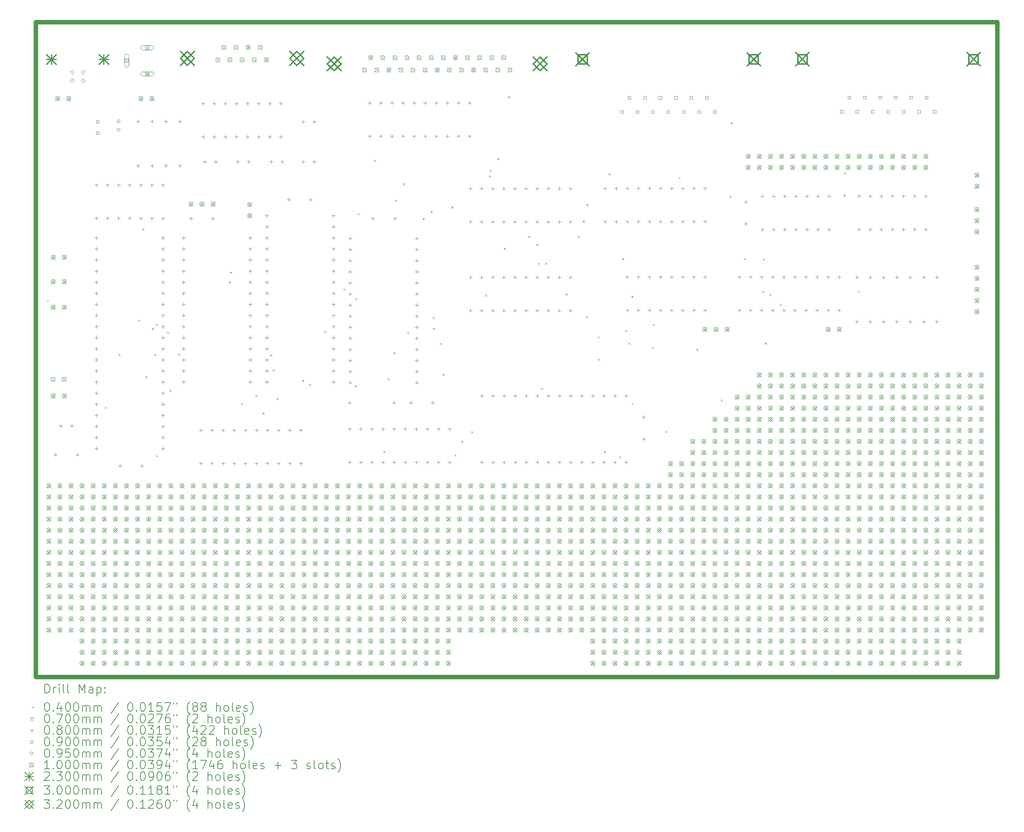
<source format=gbr>
%TF.GenerationSoftware,KiCad,Pcbnew,8.0.3*%
%TF.CreationDate,2024-07-12T16:59:57+02:00*%
%TF.ProjectId,Sally2,53616c6c-7932-42e6-9b69-6361645f7063,rev?*%
%TF.SameCoordinates,Original*%
%TF.FileFunction,Drillmap*%
%TF.FilePolarity,Positive*%
%FSLAX45Y45*%
G04 Gerber Fmt 4.5, Leading zero omitted, Abs format (unit mm)*
G04 Created by KiCad (PCBNEW 8.0.3) date 2024-07-12 16:59:57*
%MOMM*%
%LPD*%
G01*
G04 APERTURE LIST*
%ADD10C,1.000000*%
%ADD11C,0.200000*%
%ADD12C,0.100000*%
%ADD13C,0.230000*%
%ADD14C,0.300000*%
%ADD15C,0.320000*%
G04 APERTURE END LIST*
D10*
X1000000Y0D02*
X23000000Y0D01*
X23000000Y-15000000D01*
X1000000Y-15000000D01*
X1000000Y0D01*
D11*
D12*
X1255370Y-6358430D02*
X1295370Y-6398430D01*
X1295370Y-6358430D02*
X1255370Y-6398430D01*
X2579230Y-8810130D02*
X2619230Y-8850130D01*
X2619230Y-8810130D02*
X2579230Y-8850130D01*
X2890170Y-7596930D02*
X2930170Y-7636930D01*
X2930170Y-7596930D02*
X2890170Y-7636930D01*
X3339150Y-6809360D02*
X3379150Y-6849360D01*
X3379150Y-6809360D02*
X3339150Y-6849360D01*
X3432850Y-4725370D02*
X3472850Y-4765370D01*
X3472850Y-4725370D02*
X3432850Y-4765370D01*
X3506390Y-8104780D02*
X3546390Y-8144780D01*
X3546390Y-8104780D02*
X3506390Y-8144780D01*
X3659500Y-7005490D02*
X3699500Y-7045490D01*
X3699500Y-7005490D02*
X3659500Y-7045490D01*
X3712270Y-7596930D02*
X3752270Y-7636930D01*
X3752270Y-7596930D02*
X3712270Y-7636930D01*
X3745220Y-6905330D02*
X3785220Y-6945330D01*
X3785220Y-6905330D02*
X3745220Y-6945330D01*
X3752770Y-9913920D02*
X3792770Y-9953920D01*
X3792770Y-9913920D02*
X3752770Y-9953920D01*
X4004180Y-7089280D02*
X4044180Y-7129280D01*
X4044180Y-7089280D02*
X4004180Y-7129280D01*
X4063930Y-8420310D02*
X4103930Y-8460310D01*
X4103930Y-8420310D02*
X4063930Y-8460310D01*
X4256870Y-7588330D02*
X4296870Y-7628330D01*
X4296870Y-7588330D02*
X4256870Y-7628330D01*
X5417530Y-5936300D02*
X5457530Y-5976300D01*
X5457530Y-5936300D02*
X5417530Y-5976300D01*
X5438340Y-5715030D02*
X5478340Y-5755030D01*
X5478340Y-5715030D02*
X5438340Y-5755030D01*
X5696530Y-8726050D02*
X5736530Y-8766050D01*
X5736530Y-8726050D02*
X5696530Y-8766050D01*
X6022320Y-8539240D02*
X6062320Y-8579240D01*
X6062320Y-8539240D02*
X6022320Y-8579240D01*
X6183570Y-8939950D02*
X6223570Y-8979950D01*
X6223570Y-8939950D02*
X6183570Y-8979950D01*
X6362960Y-7611060D02*
X6402960Y-7651060D01*
X6402960Y-7611060D02*
X6362960Y-7651060D01*
X6426280Y-7956930D02*
X6466280Y-7996930D01*
X6466280Y-7956930D02*
X6426280Y-7996930D01*
X6508810Y-8607570D02*
X6548810Y-8647570D01*
X6548810Y-8607570D02*
X6508810Y-8647570D01*
X7096860Y-8193710D02*
X7136860Y-8233710D01*
X7136860Y-8193710D02*
X7096860Y-8233710D01*
X7255550Y-8285730D02*
X7295550Y-8325730D01*
X7295550Y-8285730D02*
X7255550Y-8325730D01*
X7602990Y-7071490D02*
X7642990Y-7111490D01*
X7642990Y-7071490D02*
X7602990Y-7111490D01*
X8037450Y-6101980D02*
X8077450Y-6141980D01*
X8077450Y-6101980D02*
X8037450Y-6141980D01*
X8295090Y-8313550D02*
X8335090Y-8353550D01*
X8335090Y-8313550D02*
X8295090Y-8353550D01*
X8313900Y-6321520D02*
X8353900Y-6361520D01*
X8353900Y-6321520D02*
X8313900Y-6361520D01*
X8374100Y-4376750D02*
X8414100Y-4416750D01*
X8414100Y-4376750D02*
X8374100Y-4416750D01*
X8734200Y-3153570D02*
X8774200Y-3193570D01*
X8774200Y-3153570D02*
X8734200Y-3193570D01*
X8953340Y-9815750D02*
X8993340Y-9855750D01*
X8993340Y-9815750D02*
X8953340Y-9855750D01*
X9050340Y-8158310D02*
X9090340Y-8198310D01*
X9090340Y-8158310D02*
X9050340Y-8198310D01*
X9185370Y-7562000D02*
X9225370Y-7602000D01*
X9225370Y-7562000D02*
X9185370Y-7602000D01*
X9218010Y-4070710D02*
X9258010Y-4110710D01*
X9258010Y-4070710D02*
X9218010Y-4110710D01*
X9408650Y-3685450D02*
X9448650Y-3725450D01*
X9448650Y-3685450D02*
X9408650Y-3725450D01*
X9496990Y-7088780D02*
X9536990Y-7128780D01*
X9536990Y-7088780D02*
X9496990Y-7128780D01*
X9853370Y-4486870D02*
X9893370Y-4526870D01*
X9893370Y-4486870D02*
X9853370Y-4526870D01*
X10029690Y-4326420D02*
X10069690Y-4366420D01*
X10069690Y-4326420D02*
X10029690Y-4366420D01*
X10082260Y-6751910D02*
X10122260Y-6791910D01*
X10122260Y-6751910D02*
X10082260Y-6791910D01*
X10084700Y-7007570D02*
X10124700Y-7047570D01*
X10124700Y-7007570D02*
X10084700Y-7047570D01*
X10242670Y-7347000D02*
X10282670Y-7387000D01*
X10282670Y-7347000D02*
X10242670Y-7387000D01*
X10302220Y-8051940D02*
X10342220Y-8091940D01*
X10342220Y-8051940D02*
X10302220Y-8091940D01*
X10509070Y-4218410D02*
X10549070Y-4258410D01*
X10549070Y-4218410D02*
X10509070Y-4258410D01*
X10578030Y-9904290D02*
X10618030Y-9944290D01*
X10618030Y-9904290D02*
X10578030Y-9944290D01*
X10736650Y-9591320D02*
X10776650Y-9631320D01*
X10776650Y-9591320D02*
X10736650Y-9631320D01*
X10960910Y-9365950D02*
X11000910Y-9405950D01*
X11000910Y-9365950D02*
X10960910Y-9405950D01*
X11280270Y-6235540D02*
X11320270Y-6275540D01*
X11320270Y-6235540D02*
X11280270Y-6275540D01*
X11368970Y-3508370D02*
X11408970Y-3548370D01*
X11408970Y-3508370D02*
X11368970Y-3548370D01*
X11382630Y-3382570D02*
X11422630Y-3422570D01*
X11422630Y-3382570D02*
X11382630Y-3422570D01*
X11557940Y-3110440D02*
X11597940Y-3150440D01*
X11597940Y-3110440D02*
X11557940Y-3150440D01*
X11710530Y-5166790D02*
X11750530Y-5206790D01*
X11750530Y-5166790D02*
X11710530Y-5206790D01*
X11804270Y-1695520D02*
X11844270Y-1735520D01*
X11844270Y-1695520D02*
X11804270Y-1735520D01*
X12266300Y-4893610D02*
X12306300Y-4933610D01*
X12306300Y-4893610D02*
X12266300Y-4933610D01*
X12454070Y-5079950D02*
X12494070Y-5119950D01*
X12494070Y-5079950D02*
X12454070Y-5119950D01*
X12489390Y-5511270D02*
X12529390Y-5551270D01*
X12529390Y-5511270D02*
X12489390Y-5551270D01*
X12559620Y-8380290D02*
X12599620Y-8420290D01*
X12599620Y-8380290D02*
X12559620Y-8420290D01*
X12653250Y-5510500D02*
X12693250Y-5550500D01*
X12693250Y-5510500D02*
X12653250Y-5550500D01*
X13119500Y-6214580D02*
X13159500Y-6254580D01*
X13159500Y-6214580D02*
X13119500Y-6254580D01*
X13397140Y-4887140D02*
X13437140Y-4927140D01*
X13437140Y-4887140D02*
X13397140Y-4927140D01*
X13514180Y-4542700D02*
X13554180Y-4582700D01*
X13554180Y-4542700D02*
X13514180Y-4582700D01*
X13595490Y-6734730D02*
X13635490Y-6774730D01*
X13635490Y-6734730D02*
X13595490Y-6774730D01*
X13598620Y-4168440D02*
X13638620Y-4208440D01*
X13638620Y-4168440D02*
X13598620Y-4208440D01*
X13861750Y-7196770D02*
X13901750Y-7236770D01*
X13901750Y-7196770D02*
X13861750Y-7236770D01*
X13867800Y-7707560D02*
X13907800Y-7747560D01*
X13907800Y-7707560D02*
X13867800Y-7747560D01*
X13997410Y-9825480D02*
X14037410Y-9865480D01*
X14037410Y-9825480D02*
X13997410Y-9865480D01*
X14099640Y-3463040D02*
X14139640Y-3503040D01*
X14139640Y-3463040D02*
X14099640Y-3503040D01*
X14351010Y-9943200D02*
X14391010Y-9983200D01*
X14391010Y-9943200D02*
X14351010Y-9983200D01*
X14412840Y-5401590D02*
X14452840Y-5441590D01*
X14452840Y-5401590D02*
X14412840Y-5441590D01*
X14484910Y-7047380D02*
X14524910Y-7087380D01*
X14524910Y-7047380D02*
X14484910Y-7087380D01*
X14560650Y-7338620D02*
X14600650Y-7378620D01*
X14600650Y-7338620D02*
X14560650Y-7378620D01*
X14628580Y-6265330D02*
X14668580Y-6305330D01*
X14668580Y-6265330D02*
X14628580Y-6305330D01*
X14630970Y-8720320D02*
X14670970Y-8760320D01*
X14670970Y-8720320D02*
X14630970Y-8760320D01*
X15088330Y-7442280D02*
X15128330Y-7482280D01*
X15128330Y-7442280D02*
X15088330Y-7482280D01*
X15118030Y-6911050D02*
X15158030Y-6951050D01*
X15158030Y-6911050D02*
X15118030Y-6951050D01*
X15399340Y-9357920D02*
X15439340Y-9397920D01*
X15439340Y-9357920D02*
X15399340Y-9397920D01*
X15707830Y-3548160D02*
X15747830Y-3588160D01*
X15747830Y-3548160D02*
X15707830Y-3588160D01*
X16114070Y-7482760D02*
X16154070Y-7522760D01*
X16154070Y-7482760D02*
X16114070Y-7522760D01*
X16667800Y-8641400D02*
X16707800Y-8681400D01*
X16707800Y-8641400D02*
X16667800Y-8681400D01*
X16872180Y-3977090D02*
X16912180Y-4017090D01*
X16912180Y-3977090D02*
X16872180Y-4017090D01*
X16895410Y-2294160D02*
X16935410Y-2334160D01*
X16935410Y-2294160D02*
X16895410Y-2334160D01*
X17198580Y-5405250D02*
X17238580Y-5445250D01*
X17238580Y-5405250D02*
X17198580Y-5445250D01*
X17626610Y-6158480D02*
X17666610Y-6198480D01*
X17666610Y-6158480D02*
X17626610Y-6198480D01*
X17634730Y-5416190D02*
X17674730Y-5456190D01*
X17674730Y-5416190D02*
X17634730Y-5456190D01*
X17679670Y-7338910D02*
X17719670Y-7378910D01*
X17719670Y-7338910D02*
X17679670Y-7378910D01*
X17787250Y-6230480D02*
X17827250Y-6270480D01*
X17827250Y-6230480D02*
X17787250Y-6270480D01*
X18023760Y-6445310D02*
X18063760Y-6485310D01*
X18063760Y-6445310D02*
X18023760Y-6485310D01*
X19482460Y-3947090D02*
X19522460Y-3987090D01*
X19522460Y-3947090D02*
X19482460Y-3987090D01*
X19484880Y-3441890D02*
X19524880Y-3481890D01*
X19524880Y-3441890D02*
X19484880Y-3481890D01*
X19813630Y-6147590D02*
X19853630Y-6187590D01*
X19853630Y-6147590D02*
X19813630Y-6187590D01*
X2931100Y-2273300D02*
G75*
G02*
X2861100Y-2273300I-35000J0D01*
G01*
X2861100Y-2273300D02*
G75*
G02*
X2931100Y-2273300I35000J0D01*
G01*
X2931100Y-2463300D02*
G75*
G02*
X2861100Y-2463300I-35000J0D01*
G01*
X2861100Y-2463300D02*
G75*
G02*
X2931100Y-2463300I35000J0D01*
G01*
X1451800Y-9866000D02*
X1451800Y-9946000D01*
X1411800Y-9906000D02*
X1491800Y-9906000D01*
X1572310Y-9205600D02*
X1572310Y-9285600D01*
X1532310Y-9245600D02*
X1612310Y-9245600D01*
X1822310Y-9205600D02*
X1822310Y-9285600D01*
X1782310Y-9245600D02*
X1862310Y-9245600D01*
X1951800Y-9866000D02*
X1951800Y-9946000D01*
X1911800Y-9906000D02*
X1991800Y-9906000D01*
X2387600Y-3692800D02*
X2387600Y-3772800D01*
X2347600Y-3732800D02*
X2427600Y-3732800D01*
X2387600Y-4454800D02*
X2387600Y-4534800D01*
X2347600Y-4494800D02*
X2427600Y-4494800D01*
X2387600Y-4900800D02*
X2387600Y-4980800D01*
X2347600Y-4940800D02*
X2427600Y-4940800D01*
X2387600Y-5154800D02*
X2387600Y-5234800D01*
X2347600Y-5194800D02*
X2427600Y-5194800D01*
X2387600Y-5408800D02*
X2387600Y-5488800D01*
X2347600Y-5448800D02*
X2427600Y-5448800D01*
X2387600Y-5662800D02*
X2387600Y-5742800D01*
X2347600Y-5702800D02*
X2427600Y-5702800D01*
X2387600Y-5916800D02*
X2387600Y-5996800D01*
X2347600Y-5956800D02*
X2427600Y-5956800D01*
X2387600Y-6170800D02*
X2387600Y-6250800D01*
X2347600Y-6210800D02*
X2427600Y-6210800D01*
X2387600Y-6424800D02*
X2387600Y-6504800D01*
X2347600Y-6464800D02*
X2427600Y-6464800D01*
X2387600Y-6678800D02*
X2387600Y-6758800D01*
X2347600Y-6718800D02*
X2427600Y-6718800D01*
X2387600Y-6932800D02*
X2387600Y-7012800D01*
X2347600Y-6972800D02*
X2427600Y-6972800D01*
X2387600Y-7186800D02*
X2387600Y-7266800D01*
X2347600Y-7226800D02*
X2427600Y-7226800D01*
X2387600Y-7440800D02*
X2387600Y-7520800D01*
X2347600Y-7480800D02*
X2427600Y-7480800D01*
X2387600Y-7694800D02*
X2387600Y-7774800D01*
X2347600Y-7734800D02*
X2427600Y-7734800D01*
X2387600Y-7948800D02*
X2387600Y-8028800D01*
X2347600Y-7988800D02*
X2427600Y-7988800D01*
X2387600Y-8202800D02*
X2387600Y-8282800D01*
X2347600Y-8242800D02*
X2427600Y-8242800D01*
X2387600Y-8456800D02*
X2387600Y-8536800D01*
X2347600Y-8496800D02*
X2427600Y-8496800D01*
X2387600Y-8710800D02*
X2387600Y-8790800D01*
X2347600Y-8750800D02*
X2427600Y-8750800D01*
X2387600Y-8964800D02*
X2387600Y-9044800D01*
X2347600Y-9004800D02*
X2427600Y-9004800D01*
X2387600Y-9218800D02*
X2387600Y-9298800D01*
X2347600Y-9258800D02*
X2427600Y-9258800D01*
X2387600Y-9472800D02*
X2387600Y-9552800D01*
X2347600Y-9512800D02*
X2427600Y-9512800D01*
X2387600Y-9726800D02*
X2387600Y-9806800D01*
X2347600Y-9766800D02*
X2427600Y-9766800D01*
X2641600Y-3692800D02*
X2641600Y-3772800D01*
X2601600Y-3732800D02*
X2681600Y-3732800D01*
X2641600Y-4454800D02*
X2641600Y-4534800D01*
X2601600Y-4494800D02*
X2681600Y-4494800D01*
X2895600Y-3692800D02*
X2895600Y-3772800D01*
X2855600Y-3732800D02*
X2935600Y-3732800D01*
X2895600Y-4454800D02*
X2895600Y-4534800D01*
X2855600Y-4494800D02*
X2935600Y-4494800D01*
X2929000Y-10120000D02*
X2929000Y-10200000D01*
X2889000Y-10160000D02*
X2969000Y-10160000D01*
X3149600Y-3692800D02*
X3149600Y-3772800D01*
X3109600Y-3732800D02*
X3189600Y-3732800D01*
X3149600Y-4454800D02*
X3149600Y-4534800D01*
X3109600Y-4494800D02*
X3189600Y-4494800D01*
X3340600Y-2233300D02*
X3340600Y-2313300D01*
X3300600Y-2273300D02*
X3380600Y-2273300D01*
X3340600Y-3249300D02*
X3340600Y-3329300D01*
X3300600Y-3289300D02*
X3380600Y-3289300D01*
X3403600Y-3692800D02*
X3403600Y-3772800D01*
X3363600Y-3732800D02*
X3443600Y-3732800D01*
X3403600Y-4454800D02*
X3403600Y-4534800D01*
X3363600Y-4494800D02*
X3443600Y-4494800D01*
X3429000Y-10120000D02*
X3429000Y-10200000D01*
X3389000Y-10160000D02*
X3469000Y-10160000D01*
X3657600Y-3692800D02*
X3657600Y-3772800D01*
X3617600Y-3732800D02*
X3697600Y-3732800D01*
X3657600Y-4454800D02*
X3657600Y-4534800D01*
X3617600Y-4494800D02*
X3697600Y-4494800D01*
X3658100Y-2233300D02*
X3658100Y-2313300D01*
X3618100Y-2273300D02*
X3698100Y-2273300D01*
X3658100Y-3249300D02*
X3658100Y-3329300D01*
X3618100Y-3289300D02*
X3698100Y-3289300D01*
X3911600Y-3692800D02*
X3911600Y-3772800D01*
X3871600Y-3732800D02*
X3951600Y-3732800D01*
X3911600Y-4454800D02*
X3911600Y-4534800D01*
X3871600Y-4494800D02*
X3951600Y-4494800D01*
X3911600Y-4900800D02*
X3911600Y-4980800D01*
X3871600Y-4940800D02*
X3951600Y-4940800D01*
X3911600Y-5154800D02*
X3911600Y-5234800D01*
X3871600Y-5194800D02*
X3951600Y-5194800D01*
X3911600Y-5408800D02*
X3911600Y-5488800D01*
X3871600Y-5448800D02*
X3951600Y-5448800D01*
X3911600Y-5662800D02*
X3911600Y-5742800D01*
X3871600Y-5702800D02*
X3951600Y-5702800D01*
X3911600Y-5916800D02*
X3911600Y-5996800D01*
X3871600Y-5956800D02*
X3951600Y-5956800D01*
X3911600Y-6170800D02*
X3911600Y-6250800D01*
X3871600Y-6210800D02*
X3951600Y-6210800D01*
X3911600Y-6424800D02*
X3911600Y-6504800D01*
X3871600Y-6464800D02*
X3951600Y-6464800D01*
X3911600Y-6678800D02*
X3911600Y-6758800D01*
X3871600Y-6718800D02*
X3951600Y-6718800D01*
X3911600Y-6932800D02*
X3911600Y-7012800D01*
X3871600Y-6972800D02*
X3951600Y-6972800D01*
X3911600Y-7186800D02*
X3911600Y-7266800D01*
X3871600Y-7226800D02*
X3951600Y-7226800D01*
X3911600Y-7440800D02*
X3911600Y-7520800D01*
X3871600Y-7480800D02*
X3951600Y-7480800D01*
X3911600Y-7694800D02*
X3911600Y-7774800D01*
X3871600Y-7734800D02*
X3951600Y-7734800D01*
X3911600Y-7948800D02*
X3911600Y-8028800D01*
X3871600Y-7988800D02*
X3951600Y-7988800D01*
X3911600Y-8202800D02*
X3911600Y-8282800D01*
X3871600Y-8242800D02*
X3951600Y-8242800D01*
X3911600Y-8456800D02*
X3911600Y-8536800D01*
X3871600Y-8496800D02*
X3951600Y-8496800D01*
X3911600Y-8710800D02*
X3911600Y-8790800D01*
X3871600Y-8750800D02*
X3951600Y-8750800D01*
X3911600Y-8964800D02*
X3911600Y-9044800D01*
X3871600Y-9004800D02*
X3951600Y-9004800D01*
X3911600Y-9218800D02*
X3911600Y-9298800D01*
X3871600Y-9258800D02*
X3951600Y-9258800D01*
X3911600Y-9472800D02*
X3911600Y-9552800D01*
X3871600Y-9512800D02*
X3951600Y-9512800D01*
X3911600Y-9726800D02*
X3911600Y-9806800D01*
X3871600Y-9766800D02*
X3951600Y-9766800D01*
X3975600Y-2233300D02*
X3975600Y-2313300D01*
X3935600Y-2273300D02*
X4015600Y-2273300D01*
X3975600Y-3249300D02*
X3975600Y-3329300D01*
X3935600Y-3289300D02*
X4015600Y-3289300D01*
X4293100Y-2233300D02*
X4293100Y-2313300D01*
X4253100Y-2273300D02*
X4333100Y-2273300D01*
X4293100Y-3249300D02*
X4293100Y-3329300D01*
X4253100Y-3289300D02*
X4333100Y-3289300D01*
X4382000Y-4900300D02*
X4382000Y-4980300D01*
X4342000Y-4940300D02*
X4422000Y-4940300D01*
X4382000Y-5154300D02*
X4382000Y-5234300D01*
X4342000Y-5194300D02*
X4422000Y-5194300D01*
X4382000Y-5408300D02*
X4382000Y-5488300D01*
X4342000Y-5448300D02*
X4422000Y-5448300D01*
X4382000Y-5662300D02*
X4382000Y-5742300D01*
X4342000Y-5702300D02*
X4422000Y-5702300D01*
X4382000Y-5916300D02*
X4382000Y-5996300D01*
X4342000Y-5956300D02*
X4422000Y-5956300D01*
X4382000Y-6170300D02*
X4382000Y-6250300D01*
X4342000Y-6210300D02*
X4422000Y-6210300D01*
X4382000Y-6424300D02*
X4382000Y-6504300D01*
X4342000Y-6464300D02*
X4422000Y-6464300D01*
X4382000Y-6678300D02*
X4382000Y-6758300D01*
X4342000Y-6718300D02*
X4422000Y-6718300D01*
X4382000Y-6932300D02*
X4382000Y-7012300D01*
X4342000Y-6972300D02*
X4422000Y-6972300D01*
X4382000Y-7186300D02*
X4382000Y-7266300D01*
X4342000Y-7226300D02*
X4422000Y-7226300D01*
X4382000Y-7440300D02*
X4382000Y-7520300D01*
X4342000Y-7480300D02*
X4422000Y-7480300D01*
X4382000Y-7694300D02*
X4382000Y-7774300D01*
X4342000Y-7734300D02*
X4422000Y-7734300D01*
X4382000Y-7948300D02*
X4382000Y-8028300D01*
X4342000Y-7988300D02*
X4422000Y-7988300D01*
X4382000Y-8202300D02*
X4382000Y-8282300D01*
X4342000Y-8242300D02*
X4422000Y-8242300D01*
X4550600Y-4455800D02*
X4550600Y-4535800D01*
X4510600Y-4495800D02*
X4590600Y-4495800D01*
X4775700Y-9306200D02*
X4775700Y-9386200D01*
X4735700Y-9346200D02*
X4815700Y-9346200D01*
X4775700Y-10068200D02*
X4775700Y-10148200D01*
X4735700Y-10108200D02*
X4815700Y-10108200D01*
X4828000Y-1824900D02*
X4828000Y-1904900D01*
X4788000Y-1864900D02*
X4868000Y-1864900D01*
X4828000Y-2586900D02*
X4828000Y-2666900D01*
X4788000Y-2626900D02*
X4868000Y-2626900D01*
X4864880Y-3159400D02*
X4864880Y-3239400D01*
X4824880Y-3199400D02*
X4904880Y-3199400D01*
X5029700Y-9306200D02*
X5029700Y-9386200D01*
X4989700Y-9346200D02*
X5069700Y-9346200D01*
X5029700Y-10068200D02*
X5029700Y-10148200D01*
X4989700Y-10108200D02*
X5069700Y-10108200D01*
X5050600Y-4455800D02*
X5050600Y-4535800D01*
X5010600Y-4495800D02*
X5090600Y-4495800D01*
X5082000Y-1824900D02*
X5082000Y-1904900D01*
X5042000Y-1864900D02*
X5122000Y-1864900D01*
X5082000Y-2586900D02*
X5082000Y-2666900D01*
X5042000Y-2626900D02*
X5122000Y-2626900D01*
X5114880Y-3159400D02*
X5114880Y-3239400D01*
X5074880Y-3199400D02*
X5154880Y-3199400D01*
X5283700Y-9306200D02*
X5283700Y-9386200D01*
X5243700Y-9346200D02*
X5323700Y-9346200D01*
X5283700Y-10068200D02*
X5283700Y-10148200D01*
X5243700Y-10108200D02*
X5323700Y-10108200D01*
X5336000Y-1824900D02*
X5336000Y-1904900D01*
X5296000Y-1864900D02*
X5376000Y-1864900D01*
X5336000Y-2586900D02*
X5336000Y-2666900D01*
X5296000Y-2626900D02*
X5376000Y-2626900D01*
X5537700Y-9306200D02*
X5537700Y-9386200D01*
X5497700Y-9346200D02*
X5577700Y-9346200D01*
X5537700Y-10068200D02*
X5537700Y-10148200D01*
X5497700Y-10108200D02*
X5577700Y-10108200D01*
X5590000Y-1824900D02*
X5590000Y-1904900D01*
X5550000Y-1864900D02*
X5630000Y-1864900D01*
X5590000Y-2586900D02*
X5590000Y-2666900D01*
X5550000Y-2626900D02*
X5630000Y-2626900D01*
X5620390Y-3159400D02*
X5620390Y-3239400D01*
X5580390Y-3199400D02*
X5660390Y-3199400D01*
X5791700Y-9306200D02*
X5791700Y-9386200D01*
X5751700Y-9346200D02*
X5831700Y-9346200D01*
X5791700Y-10068200D02*
X5791700Y-10148200D01*
X5751700Y-10108200D02*
X5831700Y-10108200D01*
X5844000Y-1824900D02*
X5844000Y-1904900D01*
X5804000Y-1864900D02*
X5884000Y-1864900D01*
X5844000Y-2586900D02*
X5844000Y-2666900D01*
X5804000Y-2626900D02*
X5884000Y-2626900D01*
X5870390Y-3159400D02*
X5870390Y-3239400D01*
X5830390Y-3199400D02*
X5910390Y-3199400D01*
X5906000Y-4900300D02*
X5906000Y-4980300D01*
X5866000Y-4940300D02*
X5946000Y-4940300D01*
X5906000Y-5154300D02*
X5906000Y-5234300D01*
X5866000Y-5194300D02*
X5946000Y-5194300D01*
X5906000Y-5408300D02*
X5906000Y-5488300D01*
X5866000Y-5448300D02*
X5946000Y-5448300D01*
X5906000Y-5662300D02*
X5906000Y-5742300D01*
X5866000Y-5702300D02*
X5946000Y-5702300D01*
X5906000Y-5916300D02*
X5906000Y-5996300D01*
X5866000Y-5956300D02*
X5946000Y-5956300D01*
X5906000Y-6170300D02*
X5906000Y-6250300D01*
X5866000Y-6210300D02*
X5946000Y-6210300D01*
X5906000Y-6424300D02*
X5906000Y-6504300D01*
X5866000Y-6464300D02*
X5946000Y-6464300D01*
X5906000Y-6678300D02*
X5906000Y-6758300D01*
X5866000Y-6718300D02*
X5946000Y-6718300D01*
X5906000Y-6932300D02*
X5906000Y-7012300D01*
X5866000Y-6972300D02*
X5946000Y-6972300D01*
X5906000Y-7186300D02*
X5906000Y-7266300D01*
X5866000Y-7226300D02*
X5946000Y-7226300D01*
X5906000Y-7440300D02*
X5906000Y-7520300D01*
X5866000Y-7480300D02*
X5946000Y-7480300D01*
X5906000Y-7694300D02*
X5906000Y-7774300D01*
X5866000Y-7734300D02*
X5946000Y-7734300D01*
X5906000Y-7948300D02*
X5906000Y-8028300D01*
X5866000Y-7988300D02*
X5946000Y-7988300D01*
X5906000Y-8202300D02*
X5906000Y-8282300D01*
X5866000Y-8242300D02*
X5946000Y-8242300D01*
X6045700Y-9306200D02*
X6045700Y-9386200D01*
X6005700Y-9346200D02*
X6085700Y-9346200D01*
X6045700Y-10068200D02*
X6045700Y-10148200D01*
X6005700Y-10108200D02*
X6085700Y-10108200D01*
X6098000Y-1824900D02*
X6098000Y-1904900D01*
X6058000Y-1864900D02*
X6138000Y-1864900D01*
X6098000Y-2586900D02*
X6098000Y-2666900D01*
X6058000Y-2626900D02*
X6138000Y-2626900D01*
X6286500Y-4392300D02*
X6286500Y-4472300D01*
X6246500Y-4432300D02*
X6326500Y-4432300D01*
X6286500Y-4646300D02*
X6286500Y-4726300D01*
X6246500Y-4686300D02*
X6326500Y-4686300D01*
X6286500Y-4900300D02*
X6286500Y-4980300D01*
X6246500Y-4940300D02*
X6326500Y-4940300D01*
X6286500Y-5154300D02*
X6286500Y-5234300D01*
X6246500Y-5194300D02*
X6326500Y-5194300D01*
X6286500Y-5408300D02*
X6286500Y-5488300D01*
X6246500Y-5448300D02*
X6326500Y-5448300D01*
X6286500Y-5662300D02*
X6286500Y-5742300D01*
X6246500Y-5702300D02*
X6326500Y-5702300D01*
X6286500Y-5916300D02*
X6286500Y-5996300D01*
X6246500Y-5956300D02*
X6326500Y-5956300D01*
X6286500Y-6170300D02*
X6286500Y-6250300D01*
X6246500Y-6210300D02*
X6326500Y-6210300D01*
X6286500Y-6424300D02*
X6286500Y-6504300D01*
X6246500Y-6464300D02*
X6326500Y-6464300D01*
X6286500Y-6678300D02*
X6286500Y-6758300D01*
X6246500Y-6718300D02*
X6326500Y-6718300D01*
X6286500Y-6932300D02*
X6286500Y-7012300D01*
X6246500Y-6972300D02*
X6326500Y-6972300D01*
X6286500Y-7186300D02*
X6286500Y-7266300D01*
X6246500Y-7226300D02*
X6326500Y-7226300D01*
X6286500Y-7440300D02*
X6286500Y-7520300D01*
X6246500Y-7480300D02*
X6326500Y-7480300D01*
X6286500Y-7694300D02*
X6286500Y-7774300D01*
X6246500Y-7734300D02*
X6326500Y-7734300D01*
X6286500Y-7948300D02*
X6286500Y-8028300D01*
X6246500Y-7988300D02*
X6326500Y-7988300D01*
X6286500Y-8202300D02*
X6286500Y-8282300D01*
X6246500Y-8242300D02*
X6326500Y-8242300D01*
X6299700Y-9306200D02*
X6299700Y-9386200D01*
X6259700Y-9346200D02*
X6339700Y-9346200D01*
X6299700Y-10068200D02*
X6299700Y-10148200D01*
X6259700Y-10108200D02*
X6339700Y-10108200D01*
X6352000Y-1824900D02*
X6352000Y-1904900D01*
X6312000Y-1864900D02*
X6392000Y-1864900D01*
X6352000Y-2586900D02*
X6352000Y-2666900D01*
X6312000Y-2626900D02*
X6392000Y-2626900D01*
X6388880Y-3159400D02*
X6388880Y-3239400D01*
X6348880Y-3199400D02*
X6428880Y-3199400D01*
X6553700Y-9306200D02*
X6553700Y-9386200D01*
X6513700Y-9346200D02*
X6593700Y-9346200D01*
X6553700Y-10068200D02*
X6553700Y-10148200D01*
X6513700Y-10108200D02*
X6593700Y-10108200D01*
X6606000Y-1824900D02*
X6606000Y-1904900D01*
X6566000Y-1864900D02*
X6646000Y-1864900D01*
X6606000Y-2586900D02*
X6606000Y-2666900D01*
X6566000Y-2626900D02*
X6646000Y-2626900D01*
X6638880Y-3159400D02*
X6638880Y-3239400D01*
X6598880Y-3199400D02*
X6678880Y-3199400D01*
X6786300Y-4024000D02*
X6786300Y-4104000D01*
X6746300Y-4064000D02*
X6826300Y-4064000D01*
X6807700Y-9306200D02*
X6807700Y-9386200D01*
X6767700Y-9346200D02*
X6847700Y-9346200D01*
X6807700Y-10068200D02*
X6807700Y-10148200D01*
X6767700Y-10108200D02*
X6847700Y-10108200D01*
X7061700Y-9306200D02*
X7061700Y-9386200D01*
X7021700Y-9346200D02*
X7101700Y-9346200D01*
X7061700Y-10068200D02*
X7061700Y-10148200D01*
X7021700Y-10108200D02*
X7101700Y-10108200D01*
X7118990Y-2245000D02*
X7118990Y-2325000D01*
X7078990Y-2285000D02*
X7158990Y-2285000D01*
X7118990Y-3159400D02*
X7118990Y-3239400D01*
X7078990Y-3199400D02*
X7158990Y-3199400D01*
X7286300Y-4024000D02*
X7286300Y-4104000D01*
X7246300Y-4064000D02*
X7326300Y-4064000D01*
X7368990Y-2245000D02*
X7368990Y-2325000D01*
X7328990Y-2285000D02*
X7408990Y-2285000D01*
X7368990Y-3159400D02*
X7368990Y-3239400D01*
X7328990Y-3199400D02*
X7408990Y-3199400D01*
X7810500Y-4392300D02*
X7810500Y-4472300D01*
X7770500Y-4432300D02*
X7850500Y-4432300D01*
X7810500Y-4646300D02*
X7810500Y-4726300D01*
X7770500Y-4686300D02*
X7850500Y-4686300D01*
X7810500Y-4900300D02*
X7810500Y-4980300D01*
X7770500Y-4940300D02*
X7850500Y-4940300D01*
X7810500Y-5154300D02*
X7810500Y-5234300D01*
X7770500Y-5194300D02*
X7850500Y-5194300D01*
X7810500Y-5408300D02*
X7810500Y-5488300D01*
X7770500Y-5448300D02*
X7850500Y-5448300D01*
X7810500Y-5662300D02*
X7810500Y-5742300D01*
X7770500Y-5702300D02*
X7850500Y-5702300D01*
X7810500Y-5916300D02*
X7810500Y-5996300D01*
X7770500Y-5956300D02*
X7850500Y-5956300D01*
X7810500Y-6170300D02*
X7810500Y-6250300D01*
X7770500Y-6210300D02*
X7850500Y-6210300D01*
X7810500Y-6424300D02*
X7810500Y-6504300D01*
X7770500Y-6464300D02*
X7850500Y-6464300D01*
X7810500Y-6678300D02*
X7810500Y-6758300D01*
X7770500Y-6718300D02*
X7850500Y-6718300D01*
X7810500Y-6932300D02*
X7810500Y-7012300D01*
X7770500Y-6972300D02*
X7850500Y-6972300D01*
X7810500Y-7186300D02*
X7810500Y-7266300D01*
X7770500Y-7226300D02*
X7850500Y-7226300D01*
X7810500Y-7440300D02*
X7810500Y-7520300D01*
X7770500Y-7480300D02*
X7850500Y-7480300D01*
X7810500Y-7694300D02*
X7810500Y-7774300D01*
X7770500Y-7734300D02*
X7850500Y-7734300D01*
X7810500Y-7948300D02*
X7810500Y-8028300D01*
X7770500Y-7988300D02*
X7850500Y-7988300D01*
X7810500Y-8202300D02*
X7810500Y-8282300D01*
X7770500Y-8242300D02*
X7850500Y-8242300D01*
X8178800Y-8672200D02*
X8178800Y-8752200D01*
X8138800Y-8712200D02*
X8218800Y-8712200D01*
X8179300Y-9280800D02*
X8179300Y-9360800D01*
X8139300Y-9320800D02*
X8219300Y-9320800D01*
X8179300Y-10042800D02*
X8179300Y-10122800D01*
X8139300Y-10082800D02*
X8219300Y-10082800D01*
X8192000Y-4914000D02*
X8192000Y-4994000D01*
X8152000Y-4954000D02*
X8232000Y-4954000D01*
X8192000Y-5168000D02*
X8192000Y-5248000D01*
X8152000Y-5208000D02*
X8232000Y-5208000D01*
X8192000Y-5422000D02*
X8192000Y-5502000D01*
X8152000Y-5462000D02*
X8232000Y-5462000D01*
X8192000Y-5676000D02*
X8192000Y-5756000D01*
X8152000Y-5716000D02*
X8232000Y-5716000D01*
X8192000Y-5930000D02*
X8192000Y-6010000D01*
X8152000Y-5970000D02*
X8232000Y-5970000D01*
X8192000Y-6184000D02*
X8192000Y-6264000D01*
X8152000Y-6224000D02*
X8232000Y-6224000D01*
X8192000Y-6438000D02*
X8192000Y-6518000D01*
X8152000Y-6478000D02*
X8232000Y-6478000D01*
X8192000Y-6692000D02*
X8192000Y-6772000D01*
X8152000Y-6732000D02*
X8232000Y-6732000D01*
X8192000Y-6946000D02*
X8192000Y-7026000D01*
X8152000Y-6986000D02*
X8232000Y-6986000D01*
X8192000Y-7200000D02*
X8192000Y-7280000D01*
X8152000Y-7240000D02*
X8232000Y-7240000D01*
X8192000Y-7454000D02*
X8192000Y-7534000D01*
X8152000Y-7494000D02*
X8232000Y-7494000D01*
X8192000Y-7708000D02*
X8192000Y-7788000D01*
X8152000Y-7748000D02*
X8232000Y-7748000D01*
X8192000Y-7962000D02*
X8192000Y-8042000D01*
X8152000Y-8002000D02*
X8232000Y-8002000D01*
X8192000Y-8216000D02*
X8192000Y-8296000D01*
X8152000Y-8256000D02*
X8232000Y-8256000D01*
X8433300Y-9280800D02*
X8433300Y-9360800D01*
X8393300Y-9320800D02*
X8473300Y-9320800D01*
X8433300Y-10042800D02*
X8433300Y-10122800D01*
X8393300Y-10082800D02*
X8473300Y-10082800D01*
X8636500Y-1813200D02*
X8636500Y-1893200D01*
X8596500Y-1853200D02*
X8676500Y-1853200D01*
X8636500Y-2575200D02*
X8636500Y-2655200D01*
X8596500Y-2615200D02*
X8676500Y-2615200D01*
X8687300Y-9280800D02*
X8687300Y-9360800D01*
X8647300Y-9320800D02*
X8727300Y-9320800D01*
X8687300Y-10042800D02*
X8687300Y-10122800D01*
X8647300Y-10082800D02*
X8727300Y-10082800D01*
X8712200Y-4455800D02*
X8712200Y-4535800D01*
X8672200Y-4495800D02*
X8752200Y-4495800D01*
X8890500Y-1813200D02*
X8890500Y-1893200D01*
X8850500Y-1853200D02*
X8930500Y-1853200D01*
X8890500Y-2575200D02*
X8890500Y-2655200D01*
X8850500Y-2615200D02*
X8930500Y-2615200D01*
X8941300Y-9280800D02*
X8941300Y-9360800D01*
X8901300Y-9320800D02*
X8981300Y-9320800D01*
X8941300Y-10042800D02*
X8941300Y-10122800D01*
X8901300Y-10082800D02*
X8981300Y-10082800D01*
X9144500Y-1813200D02*
X9144500Y-1893200D01*
X9104500Y-1853200D02*
X9184500Y-1853200D01*
X9144500Y-2575200D02*
X9144500Y-2655200D01*
X9104500Y-2615200D02*
X9184500Y-2615200D01*
X9194800Y-8672200D02*
X9194800Y-8752200D01*
X9154800Y-8712200D02*
X9234800Y-8712200D01*
X9195300Y-9280800D02*
X9195300Y-9360800D01*
X9155300Y-9320800D02*
X9235300Y-9320800D01*
X9195300Y-10042800D02*
X9195300Y-10122800D01*
X9155300Y-10082800D02*
X9235300Y-10082800D01*
X9212200Y-4455800D02*
X9212200Y-4535800D01*
X9172200Y-4495800D02*
X9252200Y-4495800D01*
X9398500Y-1813200D02*
X9398500Y-1893200D01*
X9358500Y-1853200D02*
X9438500Y-1853200D01*
X9398500Y-2575200D02*
X9398500Y-2655200D01*
X9358500Y-2615200D02*
X9438500Y-2615200D01*
X9449300Y-9280800D02*
X9449300Y-9360800D01*
X9409300Y-9320800D02*
X9489300Y-9320800D01*
X9449300Y-10042800D02*
X9449300Y-10122800D01*
X9409300Y-10082800D02*
X9489300Y-10082800D01*
X9579800Y-8672200D02*
X9579800Y-8752200D01*
X9539800Y-8712200D02*
X9619800Y-8712200D01*
X9652500Y-1813200D02*
X9652500Y-1893200D01*
X9612500Y-1853200D02*
X9692500Y-1853200D01*
X9652500Y-2575200D02*
X9652500Y-2655200D01*
X9612500Y-2615200D02*
X9692500Y-2615200D01*
X9703300Y-9280800D02*
X9703300Y-9360800D01*
X9663300Y-9320800D02*
X9743300Y-9320800D01*
X9703300Y-10042800D02*
X9703300Y-10122800D01*
X9663300Y-10082800D02*
X9743300Y-10082800D01*
X9716000Y-4914000D02*
X9716000Y-4994000D01*
X9676000Y-4954000D02*
X9756000Y-4954000D01*
X9716000Y-5168000D02*
X9716000Y-5248000D01*
X9676000Y-5208000D02*
X9756000Y-5208000D01*
X9716000Y-5422000D02*
X9716000Y-5502000D01*
X9676000Y-5462000D02*
X9756000Y-5462000D01*
X9716000Y-5676000D02*
X9716000Y-5756000D01*
X9676000Y-5716000D02*
X9756000Y-5716000D01*
X9716000Y-5930000D02*
X9716000Y-6010000D01*
X9676000Y-5970000D02*
X9756000Y-5970000D01*
X9716000Y-6184000D02*
X9716000Y-6264000D01*
X9676000Y-6224000D02*
X9756000Y-6224000D01*
X9716000Y-6438000D02*
X9716000Y-6518000D01*
X9676000Y-6478000D02*
X9756000Y-6478000D01*
X9716000Y-6692000D02*
X9716000Y-6772000D01*
X9676000Y-6732000D02*
X9756000Y-6732000D01*
X9716000Y-6946000D02*
X9716000Y-7026000D01*
X9676000Y-6986000D02*
X9756000Y-6986000D01*
X9716000Y-7200000D02*
X9716000Y-7280000D01*
X9676000Y-7240000D02*
X9756000Y-7240000D01*
X9716000Y-7454000D02*
X9716000Y-7534000D01*
X9676000Y-7494000D02*
X9756000Y-7494000D01*
X9716000Y-7708000D02*
X9716000Y-7788000D01*
X9676000Y-7748000D02*
X9756000Y-7748000D01*
X9716000Y-7962000D02*
X9716000Y-8042000D01*
X9676000Y-8002000D02*
X9756000Y-8002000D01*
X9716000Y-8216000D02*
X9716000Y-8296000D01*
X9676000Y-8256000D02*
X9756000Y-8256000D01*
X9906500Y-1813200D02*
X9906500Y-1893200D01*
X9866500Y-1853200D02*
X9946500Y-1853200D01*
X9906500Y-2575200D02*
X9906500Y-2655200D01*
X9866500Y-2615200D02*
X9946500Y-2615200D01*
X9957300Y-9280800D02*
X9957300Y-9360800D01*
X9917300Y-9320800D02*
X9997300Y-9320800D01*
X9957300Y-10042800D02*
X9957300Y-10122800D01*
X9917300Y-10082800D02*
X9997300Y-10082800D01*
X10079800Y-8672200D02*
X10079800Y-8752200D01*
X10039800Y-8712200D02*
X10119800Y-8712200D01*
X10160500Y-1813200D02*
X10160500Y-1893200D01*
X10120500Y-1853200D02*
X10200500Y-1853200D01*
X10160500Y-2575200D02*
X10160500Y-2655200D01*
X10120500Y-2615200D02*
X10200500Y-2615200D01*
X10211300Y-9280800D02*
X10211300Y-9360800D01*
X10171300Y-9320800D02*
X10251300Y-9320800D01*
X10211300Y-10042800D02*
X10211300Y-10122800D01*
X10171300Y-10082800D02*
X10251300Y-10082800D01*
X10414500Y-1813200D02*
X10414500Y-1893200D01*
X10374500Y-1853200D02*
X10454500Y-1853200D01*
X10414500Y-2575200D02*
X10414500Y-2655200D01*
X10374500Y-2615200D02*
X10454500Y-2615200D01*
X10465300Y-9280800D02*
X10465300Y-9360800D01*
X10425300Y-9320800D02*
X10505300Y-9320800D01*
X10465300Y-10042800D02*
X10465300Y-10122800D01*
X10425300Y-10082800D02*
X10505300Y-10082800D01*
X10668500Y-1813200D02*
X10668500Y-1893200D01*
X10628500Y-1853200D02*
X10708500Y-1853200D01*
X10668500Y-2575200D02*
X10668500Y-2655200D01*
X10628500Y-2615200D02*
X10708500Y-2615200D01*
X10922500Y-1813200D02*
X10922500Y-1893200D01*
X10882500Y-1853200D02*
X10962500Y-1853200D01*
X10922500Y-2575200D02*
X10922500Y-2655200D01*
X10882500Y-2615200D02*
X10962500Y-2615200D01*
X10947400Y-3770000D02*
X10947400Y-3850000D01*
X10907400Y-3810000D02*
X10987400Y-3810000D01*
X10947400Y-4532000D02*
X10947400Y-4612000D01*
X10907400Y-4572000D02*
X10987400Y-4572000D01*
X10947400Y-5802000D02*
X10947400Y-5882000D01*
X10907400Y-5842000D02*
X10987400Y-5842000D01*
X10947400Y-6564000D02*
X10947400Y-6644000D01*
X10907400Y-6604000D02*
X10987400Y-6604000D01*
X11201400Y-3770000D02*
X11201400Y-3850000D01*
X11161400Y-3810000D02*
X11241400Y-3810000D01*
X11201400Y-4532000D02*
X11201400Y-4612000D01*
X11161400Y-4572000D02*
X11241400Y-4572000D01*
X11201400Y-5802000D02*
X11201400Y-5882000D01*
X11161400Y-5842000D02*
X11241400Y-5842000D01*
X11201400Y-6564000D02*
X11201400Y-6644000D01*
X11161400Y-6604000D02*
X11241400Y-6604000D01*
X11202400Y-8517800D02*
X11202400Y-8597800D01*
X11162400Y-8557800D02*
X11242400Y-8557800D01*
X11202400Y-10041800D02*
X11202400Y-10121800D01*
X11162400Y-10081800D02*
X11242400Y-10081800D01*
X11455400Y-3770000D02*
X11455400Y-3850000D01*
X11415400Y-3810000D02*
X11495400Y-3810000D01*
X11455400Y-4532000D02*
X11455400Y-4612000D01*
X11415400Y-4572000D02*
X11495400Y-4572000D01*
X11455400Y-5802000D02*
X11455400Y-5882000D01*
X11415400Y-5842000D02*
X11495400Y-5842000D01*
X11455400Y-6564000D02*
X11455400Y-6644000D01*
X11415400Y-6604000D02*
X11495400Y-6604000D01*
X11456400Y-8517800D02*
X11456400Y-8597800D01*
X11416400Y-8557800D02*
X11496400Y-8557800D01*
X11456400Y-10041800D02*
X11456400Y-10121800D01*
X11416400Y-10081800D02*
X11496400Y-10081800D01*
X11709400Y-3770000D02*
X11709400Y-3850000D01*
X11669400Y-3810000D02*
X11749400Y-3810000D01*
X11709400Y-4532000D02*
X11709400Y-4612000D01*
X11669400Y-4572000D02*
X11749400Y-4572000D01*
X11709400Y-5802000D02*
X11709400Y-5882000D01*
X11669400Y-5842000D02*
X11749400Y-5842000D01*
X11709400Y-6564000D02*
X11709400Y-6644000D01*
X11669400Y-6604000D02*
X11749400Y-6604000D01*
X11710400Y-8517800D02*
X11710400Y-8597800D01*
X11670400Y-8557800D02*
X11750400Y-8557800D01*
X11710400Y-10041800D02*
X11710400Y-10121800D01*
X11670400Y-10081800D02*
X11750400Y-10081800D01*
X11963400Y-3770000D02*
X11963400Y-3850000D01*
X11923400Y-3810000D02*
X12003400Y-3810000D01*
X11963400Y-4532000D02*
X11963400Y-4612000D01*
X11923400Y-4572000D02*
X12003400Y-4572000D01*
X11963400Y-5802000D02*
X11963400Y-5882000D01*
X11923400Y-5842000D02*
X12003400Y-5842000D01*
X11963400Y-6564000D02*
X11963400Y-6644000D01*
X11923400Y-6604000D02*
X12003400Y-6604000D01*
X11964400Y-8517800D02*
X11964400Y-8597800D01*
X11924400Y-8557800D02*
X12004400Y-8557800D01*
X11964400Y-10041800D02*
X11964400Y-10121800D01*
X11924400Y-10081800D02*
X12004400Y-10081800D01*
X12217400Y-3770000D02*
X12217400Y-3850000D01*
X12177400Y-3810000D02*
X12257400Y-3810000D01*
X12217400Y-4532000D02*
X12217400Y-4612000D01*
X12177400Y-4572000D02*
X12257400Y-4572000D01*
X12217400Y-5802000D02*
X12217400Y-5882000D01*
X12177400Y-5842000D02*
X12257400Y-5842000D01*
X12217400Y-6564000D02*
X12217400Y-6644000D01*
X12177400Y-6604000D02*
X12257400Y-6604000D01*
X12218400Y-8517800D02*
X12218400Y-8597800D01*
X12178400Y-8557800D02*
X12258400Y-8557800D01*
X12218400Y-10041800D02*
X12218400Y-10121800D01*
X12178400Y-10081800D02*
X12258400Y-10081800D01*
X12471400Y-3770000D02*
X12471400Y-3850000D01*
X12431400Y-3810000D02*
X12511400Y-3810000D01*
X12471400Y-4532000D02*
X12471400Y-4612000D01*
X12431400Y-4572000D02*
X12511400Y-4572000D01*
X12471400Y-5802000D02*
X12471400Y-5882000D01*
X12431400Y-5842000D02*
X12511400Y-5842000D01*
X12471400Y-6564000D02*
X12471400Y-6644000D01*
X12431400Y-6604000D02*
X12511400Y-6604000D01*
X12472400Y-8517800D02*
X12472400Y-8597800D01*
X12432400Y-8557800D02*
X12512400Y-8557800D01*
X12472400Y-10041800D02*
X12472400Y-10121800D01*
X12432400Y-10081800D02*
X12512400Y-10081800D01*
X12725400Y-3770000D02*
X12725400Y-3850000D01*
X12685400Y-3810000D02*
X12765400Y-3810000D01*
X12725400Y-4532000D02*
X12725400Y-4612000D01*
X12685400Y-4572000D02*
X12765400Y-4572000D01*
X12725400Y-5802000D02*
X12725400Y-5882000D01*
X12685400Y-5842000D02*
X12765400Y-5842000D01*
X12725400Y-6564000D02*
X12725400Y-6644000D01*
X12685400Y-6604000D02*
X12765400Y-6604000D01*
X12726400Y-8517800D02*
X12726400Y-8597800D01*
X12686400Y-8557800D02*
X12766400Y-8557800D01*
X12726400Y-10041800D02*
X12726400Y-10121800D01*
X12686400Y-10081800D02*
X12766400Y-10081800D01*
X12979400Y-3770000D02*
X12979400Y-3850000D01*
X12939400Y-3810000D02*
X13019400Y-3810000D01*
X12979400Y-4532000D02*
X12979400Y-4612000D01*
X12939400Y-4572000D02*
X13019400Y-4572000D01*
X12979400Y-5802000D02*
X12979400Y-5882000D01*
X12939400Y-5842000D02*
X13019400Y-5842000D01*
X12979400Y-6564000D02*
X12979400Y-6644000D01*
X12939400Y-6604000D02*
X13019400Y-6604000D01*
X12980400Y-8517800D02*
X12980400Y-8597800D01*
X12940400Y-8557800D02*
X13020400Y-8557800D01*
X12980400Y-10041800D02*
X12980400Y-10121800D01*
X12940400Y-10081800D02*
X13020400Y-10081800D01*
X13233400Y-3770000D02*
X13233400Y-3850000D01*
X13193400Y-3810000D02*
X13273400Y-3810000D01*
X13233400Y-4532000D02*
X13233400Y-4612000D01*
X13193400Y-4572000D02*
X13273400Y-4572000D01*
X13233400Y-5802000D02*
X13233400Y-5882000D01*
X13193400Y-5842000D02*
X13273400Y-5842000D01*
X13233400Y-6564000D02*
X13233400Y-6644000D01*
X13193400Y-6604000D02*
X13273400Y-6604000D01*
X13234400Y-8517800D02*
X13234400Y-8597800D01*
X13194400Y-8557800D02*
X13274400Y-8557800D01*
X13234400Y-10041800D02*
X13234400Y-10121800D01*
X13194400Y-10081800D02*
X13274400Y-10081800D01*
X13488400Y-8517800D02*
X13488400Y-8597800D01*
X13448400Y-8557800D02*
X13528400Y-8557800D01*
X13488400Y-10041800D02*
X13488400Y-10121800D01*
X13448400Y-10081800D02*
X13528400Y-10081800D01*
X13742400Y-8517800D02*
X13742400Y-8597800D01*
X13702400Y-8557800D02*
X13782400Y-8557800D01*
X13742400Y-10041800D02*
X13742400Y-10121800D01*
X13702400Y-10081800D02*
X13782400Y-10081800D01*
X13996400Y-8517800D02*
X13996400Y-8597800D01*
X13956400Y-8557800D02*
X14036400Y-8557800D01*
X13996400Y-10041800D02*
X13996400Y-10121800D01*
X13956400Y-10081800D02*
X14036400Y-10081800D01*
X14021300Y-3769000D02*
X14021300Y-3849000D01*
X13981300Y-3809000D02*
X14061300Y-3809000D01*
X14021300Y-4531000D02*
X14021300Y-4611000D01*
X13981300Y-4571000D02*
X14061300Y-4571000D01*
X14250400Y-8517800D02*
X14250400Y-8597800D01*
X14210400Y-8557800D02*
X14290400Y-8557800D01*
X14250400Y-10041800D02*
X14250400Y-10121800D01*
X14210400Y-10081800D02*
X14290400Y-10081800D01*
X14275300Y-3769000D02*
X14275300Y-3849000D01*
X14235300Y-3809000D02*
X14315300Y-3809000D01*
X14275300Y-4531000D02*
X14275300Y-4611000D01*
X14235300Y-4571000D02*
X14315300Y-4571000D01*
X14504400Y-8517800D02*
X14504400Y-8597800D01*
X14464400Y-8557800D02*
X14544400Y-8557800D01*
X14504400Y-10041800D02*
X14504400Y-10121800D01*
X14464400Y-10081800D02*
X14544400Y-10081800D01*
X14529300Y-3769000D02*
X14529300Y-3849000D01*
X14489300Y-3809000D02*
X14569300Y-3809000D01*
X14529300Y-4531000D02*
X14529300Y-4611000D01*
X14489300Y-4571000D02*
X14569300Y-4571000D01*
X14530300Y-5801000D02*
X14530300Y-5881000D01*
X14490300Y-5841000D02*
X14570300Y-5841000D01*
X14530300Y-6563000D02*
X14530300Y-6643000D01*
X14490300Y-6603000D02*
X14570300Y-6603000D01*
X14783300Y-3769000D02*
X14783300Y-3849000D01*
X14743300Y-3809000D02*
X14823300Y-3809000D01*
X14783300Y-4531000D02*
X14783300Y-4611000D01*
X14743300Y-4571000D02*
X14823300Y-4571000D01*
X14784300Y-5801000D02*
X14784300Y-5881000D01*
X14744300Y-5841000D02*
X14824300Y-5841000D01*
X14784300Y-6563000D02*
X14784300Y-6643000D01*
X14744300Y-6603000D02*
X14824300Y-6603000D01*
X14909800Y-9006400D02*
X14909800Y-9086400D01*
X14869800Y-9046400D02*
X14949800Y-9046400D01*
X14909800Y-9506400D02*
X14909800Y-9586400D01*
X14869800Y-9546400D02*
X14949800Y-9546400D01*
X15037300Y-3769000D02*
X15037300Y-3849000D01*
X14997300Y-3809000D02*
X15077300Y-3809000D01*
X15037300Y-4531000D02*
X15037300Y-4611000D01*
X14997300Y-4571000D02*
X15077300Y-4571000D01*
X15038300Y-5801000D02*
X15038300Y-5881000D01*
X14998300Y-5841000D02*
X15078300Y-5841000D01*
X15038300Y-6563000D02*
X15038300Y-6643000D01*
X14998300Y-6603000D02*
X15078300Y-6603000D01*
X15291300Y-3769000D02*
X15291300Y-3849000D01*
X15251300Y-3809000D02*
X15331300Y-3809000D01*
X15291300Y-4531000D02*
X15291300Y-4611000D01*
X15251300Y-4571000D02*
X15331300Y-4571000D01*
X15292300Y-5801000D02*
X15292300Y-5881000D01*
X15252300Y-5841000D02*
X15332300Y-5841000D01*
X15292300Y-6563000D02*
X15292300Y-6643000D01*
X15252300Y-6603000D02*
X15332300Y-6603000D01*
X15545300Y-3769000D02*
X15545300Y-3849000D01*
X15505300Y-3809000D02*
X15585300Y-3809000D01*
X15545300Y-4531000D02*
X15545300Y-4611000D01*
X15505300Y-4571000D02*
X15585300Y-4571000D01*
X15546300Y-5801000D02*
X15546300Y-5881000D01*
X15506300Y-5841000D02*
X15586300Y-5841000D01*
X15546300Y-6563000D02*
X15546300Y-6643000D01*
X15506300Y-6603000D02*
X15586300Y-6603000D01*
X15799300Y-3769000D02*
X15799300Y-3849000D01*
X15759300Y-3809000D02*
X15839300Y-3809000D01*
X15799300Y-4531000D02*
X15799300Y-4611000D01*
X15759300Y-4571000D02*
X15839300Y-4571000D01*
X15800300Y-5801000D02*
X15800300Y-5881000D01*
X15760300Y-5841000D02*
X15840300Y-5841000D01*
X15800300Y-6563000D02*
X15800300Y-6643000D01*
X15760300Y-6603000D02*
X15840300Y-6603000D01*
X16053300Y-3769000D02*
X16053300Y-3849000D01*
X16013300Y-3809000D02*
X16093300Y-3809000D01*
X16053300Y-4531000D02*
X16053300Y-4611000D01*
X16013300Y-4571000D02*
X16093300Y-4571000D01*
X16054300Y-5801000D02*
X16054300Y-5881000D01*
X16014300Y-5841000D02*
X16094300Y-5841000D01*
X16054300Y-6563000D02*
X16054300Y-6643000D01*
X16014300Y-6603000D02*
X16094300Y-6603000D01*
X16307300Y-3769000D02*
X16307300Y-3849000D01*
X16267300Y-3809000D02*
X16347300Y-3809000D01*
X16307300Y-4531000D02*
X16307300Y-4611000D01*
X16267300Y-4571000D02*
X16347300Y-4571000D01*
X16308300Y-5801000D02*
X16308300Y-5881000D01*
X16268300Y-5841000D02*
X16348300Y-5841000D01*
X16308300Y-6563000D02*
X16308300Y-6643000D01*
X16268300Y-6603000D02*
X16348300Y-6603000D01*
X17094700Y-5801000D02*
X17094700Y-5881000D01*
X17054700Y-5841000D02*
X17134700Y-5841000D01*
X17094700Y-6563000D02*
X17094700Y-6643000D01*
X17054700Y-6603000D02*
X17134700Y-6603000D01*
X17246600Y-4078800D02*
X17246600Y-4158800D01*
X17206600Y-4118800D02*
X17286600Y-4118800D01*
X17246600Y-4578800D02*
X17246600Y-4658800D01*
X17206600Y-4618800D02*
X17286600Y-4618800D01*
X17348700Y-5801000D02*
X17348700Y-5881000D01*
X17308700Y-5841000D02*
X17388700Y-5841000D01*
X17348700Y-6563000D02*
X17348700Y-6643000D01*
X17308700Y-6603000D02*
X17388700Y-6603000D01*
X17602700Y-5801000D02*
X17602700Y-5881000D01*
X17562700Y-5841000D02*
X17642700Y-5841000D01*
X17602700Y-6563000D02*
X17602700Y-6643000D01*
X17562700Y-6603000D02*
X17642700Y-6603000D01*
X17627100Y-3947800D02*
X17627100Y-4027800D01*
X17587100Y-3987800D02*
X17667100Y-3987800D01*
X17627100Y-4709800D02*
X17627100Y-4789800D01*
X17587100Y-4749800D02*
X17667100Y-4749800D01*
X17856700Y-5801000D02*
X17856700Y-5881000D01*
X17816700Y-5841000D02*
X17896700Y-5841000D01*
X17856700Y-6563000D02*
X17856700Y-6643000D01*
X17816700Y-6603000D02*
X17896700Y-6603000D01*
X17881100Y-3947800D02*
X17881100Y-4027800D01*
X17841100Y-3987800D02*
X17921100Y-3987800D01*
X17881100Y-4709800D02*
X17881100Y-4789800D01*
X17841100Y-4749800D02*
X17921100Y-4749800D01*
X18110700Y-5801000D02*
X18110700Y-5881000D01*
X18070700Y-5841000D02*
X18150700Y-5841000D01*
X18110700Y-6563000D02*
X18110700Y-6643000D01*
X18070700Y-6603000D02*
X18150700Y-6603000D01*
X18135100Y-3947800D02*
X18135100Y-4027800D01*
X18095100Y-3987800D02*
X18175100Y-3987800D01*
X18135100Y-4709800D02*
X18135100Y-4789800D01*
X18095100Y-4749800D02*
X18175100Y-4749800D01*
X18364700Y-5801000D02*
X18364700Y-5881000D01*
X18324700Y-5841000D02*
X18404700Y-5841000D01*
X18364700Y-6563000D02*
X18364700Y-6643000D01*
X18324700Y-6603000D02*
X18404700Y-6603000D01*
X18389100Y-3947800D02*
X18389100Y-4027800D01*
X18349100Y-3987800D02*
X18429100Y-3987800D01*
X18389100Y-4709800D02*
X18389100Y-4789800D01*
X18349100Y-4749800D02*
X18429100Y-4749800D01*
X18618700Y-5801000D02*
X18618700Y-5881000D01*
X18578700Y-5841000D02*
X18658700Y-5841000D01*
X18618700Y-6563000D02*
X18618700Y-6643000D01*
X18578700Y-6603000D02*
X18658700Y-6603000D01*
X18643100Y-3947800D02*
X18643100Y-4027800D01*
X18603100Y-3987800D02*
X18683100Y-3987800D01*
X18643100Y-4709800D02*
X18643100Y-4789800D01*
X18603100Y-4749800D02*
X18683100Y-4749800D01*
X18872700Y-5801000D02*
X18872700Y-5881000D01*
X18832700Y-5841000D02*
X18912700Y-5841000D01*
X18872700Y-6563000D02*
X18872700Y-6643000D01*
X18832700Y-6603000D02*
X18912700Y-6603000D01*
X18897100Y-3947800D02*
X18897100Y-4027800D01*
X18857100Y-3987800D02*
X18937100Y-3987800D01*
X18897100Y-4709800D02*
X18897100Y-4789800D01*
X18857100Y-4749800D02*
X18937100Y-4749800D01*
X19126700Y-5801000D02*
X19126700Y-5881000D01*
X19086700Y-5841000D02*
X19166700Y-5841000D01*
X19126700Y-6563000D02*
X19126700Y-6643000D01*
X19086700Y-6603000D02*
X19166700Y-6603000D01*
X19151100Y-3947800D02*
X19151100Y-4027800D01*
X19111100Y-3987800D02*
X19191100Y-3987800D01*
X19151100Y-4709800D02*
X19151100Y-4789800D01*
X19111100Y-4749800D02*
X19191100Y-4749800D01*
X19380700Y-5801000D02*
X19380700Y-5881000D01*
X19340700Y-5841000D02*
X19420700Y-5841000D01*
X19380700Y-6563000D02*
X19380700Y-6643000D01*
X19340700Y-6603000D02*
X19420700Y-6603000D01*
X19785200Y-5802000D02*
X19785200Y-5882000D01*
X19745200Y-5842000D02*
X19825200Y-5842000D01*
X19785200Y-6818000D02*
X19785200Y-6898000D01*
X19745200Y-6858000D02*
X19825200Y-6858000D01*
X19836900Y-3946800D02*
X19836900Y-4026800D01*
X19796900Y-3986800D02*
X19876900Y-3986800D01*
X19836900Y-4708800D02*
X19836900Y-4788800D01*
X19796900Y-4748800D02*
X19876900Y-4748800D01*
X20090000Y-5802000D02*
X20090000Y-5882000D01*
X20050000Y-5842000D02*
X20130000Y-5842000D01*
X20090000Y-6818000D02*
X20090000Y-6898000D01*
X20050000Y-6858000D02*
X20130000Y-6858000D01*
X20090900Y-3946800D02*
X20090900Y-4026800D01*
X20050900Y-3986800D02*
X20130900Y-3986800D01*
X20090900Y-4708800D02*
X20090900Y-4788800D01*
X20050900Y-4748800D02*
X20130900Y-4748800D01*
X20344900Y-3946800D02*
X20344900Y-4026800D01*
X20304900Y-3986800D02*
X20384900Y-3986800D01*
X20344900Y-4708800D02*
X20344900Y-4788800D01*
X20304900Y-4748800D02*
X20384900Y-4748800D01*
X20394800Y-5802000D02*
X20394800Y-5882000D01*
X20354800Y-5842000D02*
X20434800Y-5842000D01*
X20394800Y-6818000D02*
X20394800Y-6898000D01*
X20354800Y-6858000D02*
X20434800Y-6858000D01*
X20598900Y-3946800D02*
X20598900Y-4026800D01*
X20558900Y-3986800D02*
X20638900Y-3986800D01*
X20598900Y-4708800D02*
X20598900Y-4788800D01*
X20558900Y-4748800D02*
X20638900Y-4748800D01*
X20701000Y-5802000D02*
X20701000Y-5882000D01*
X20661000Y-5842000D02*
X20741000Y-5842000D01*
X20701000Y-6818000D02*
X20701000Y-6898000D01*
X20661000Y-6858000D02*
X20741000Y-6858000D01*
X20852900Y-3946800D02*
X20852900Y-4026800D01*
X20812900Y-3986800D02*
X20892900Y-3986800D01*
X20852900Y-4708800D02*
X20852900Y-4788800D01*
X20812900Y-4748800D02*
X20892900Y-4748800D01*
X21004400Y-5802000D02*
X21004400Y-5882000D01*
X20964400Y-5842000D02*
X21044400Y-5842000D01*
X21004400Y-6818000D02*
X21004400Y-6898000D01*
X20964400Y-6858000D02*
X21044400Y-6858000D01*
X21106900Y-3946800D02*
X21106900Y-4026800D01*
X21066900Y-3986800D02*
X21146900Y-3986800D01*
X21106900Y-4708800D02*
X21106900Y-4788800D01*
X21066900Y-4748800D02*
X21146900Y-4748800D01*
X21317600Y-5802000D02*
X21317600Y-5882000D01*
X21277600Y-5842000D02*
X21357600Y-5842000D01*
X21317600Y-6818000D02*
X21317600Y-6898000D01*
X21277600Y-6858000D02*
X21357600Y-6858000D01*
X21360900Y-3946800D02*
X21360900Y-4026800D01*
X21320900Y-3986800D02*
X21400900Y-3986800D01*
X21360900Y-4708800D02*
X21360900Y-4788800D01*
X21320900Y-4748800D02*
X21400900Y-4748800D01*
X21614000Y-5802000D02*
X21614000Y-5882000D01*
X21574000Y-5842000D02*
X21654000Y-5842000D01*
X21614000Y-6818000D02*
X21614000Y-6898000D01*
X21574000Y-6858000D02*
X21654000Y-6858000D01*
X2445320Y-2317820D02*
X2445320Y-2254180D01*
X2381680Y-2254180D01*
X2381680Y-2317820D01*
X2445320Y-2317820D01*
X2445320Y-2571820D02*
X2445320Y-2508180D01*
X2381680Y-2508180D01*
X2381680Y-2571820D01*
X2445320Y-2571820D01*
X14438420Y-2089890D02*
X14438420Y-2026250D01*
X14374780Y-2026250D01*
X14374780Y-2089890D01*
X14438420Y-2089890D01*
X14611420Y-1762890D02*
X14611420Y-1699250D01*
X14547780Y-1699250D01*
X14547780Y-1762890D01*
X14611420Y-1762890D01*
X14792420Y-2089890D02*
X14792420Y-2026250D01*
X14728780Y-2026250D01*
X14728780Y-2089890D01*
X14792420Y-2089890D01*
X14965420Y-1762890D02*
X14965420Y-1699250D01*
X14901780Y-1699250D01*
X14901780Y-1762890D01*
X14965420Y-1762890D01*
X15146420Y-2089890D02*
X15146420Y-2026250D01*
X15082780Y-2026250D01*
X15082780Y-2089890D01*
X15146420Y-2089890D01*
X15319420Y-1762890D02*
X15319420Y-1699250D01*
X15255780Y-1699250D01*
X15255780Y-1762890D01*
X15319420Y-1762890D01*
X15500420Y-2089890D02*
X15500420Y-2026250D01*
X15436780Y-2026250D01*
X15436780Y-2089890D01*
X15500420Y-2089890D01*
X15673420Y-1762890D02*
X15673420Y-1699250D01*
X15609780Y-1699250D01*
X15609780Y-1762890D01*
X15673420Y-1762890D01*
X15854420Y-2089890D02*
X15854420Y-2026250D01*
X15790780Y-2026250D01*
X15790780Y-2089890D01*
X15854420Y-2089890D01*
X16027420Y-1762890D02*
X16027420Y-1699250D01*
X15963780Y-1699250D01*
X15963780Y-1762890D01*
X16027420Y-1762890D01*
X16208420Y-2089890D02*
X16208420Y-2026250D01*
X16144780Y-2026250D01*
X16144780Y-2089890D01*
X16208420Y-2089890D01*
X16381420Y-1762890D02*
X16381420Y-1699250D01*
X16317780Y-1699250D01*
X16317780Y-1762890D01*
X16381420Y-1762890D01*
X16562420Y-2089890D02*
X16562420Y-2026250D01*
X16498780Y-2026250D01*
X16498780Y-2089890D01*
X16562420Y-2089890D01*
X19467620Y-2086020D02*
X19467620Y-2022380D01*
X19403980Y-2022380D01*
X19403980Y-2086020D01*
X19467620Y-2086020D01*
X19640620Y-1759020D02*
X19640620Y-1695380D01*
X19576980Y-1695380D01*
X19576980Y-1759020D01*
X19640620Y-1759020D01*
X19821620Y-2086020D02*
X19821620Y-2022380D01*
X19757980Y-2022380D01*
X19757980Y-2086020D01*
X19821620Y-2086020D01*
X19994620Y-1759020D02*
X19994620Y-1695380D01*
X19930980Y-1695380D01*
X19930980Y-1759020D01*
X19994620Y-1759020D01*
X20175620Y-2086020D02*
X20175620Y-2022380D01*
X20111980Y-2022380D01*
X20111980Y-2086020D01*
X20175620Y-2086020D01*
X20348620Y-1759020D02*
X20348620Y-1695380D01*
X20284980Y-1695380D01*
X20284980Y-1759020D01*
X20348620Y-1759020D01*
X20529620Y-2086020D02*
X20529620Y-2022380D01*
X20465980Y-2022380D01*
X20465980Y-2086020D01*
X20529620Y-2086020D01*
X20702620Y-1759020D02*
X20702620Y-1695380D01*
X20638980Y-1695380D01*
X20638980Y-1759020D01*
X20702620Y-1759020D01*
X20883620Y-2086020D02*
X20883620Y-2022380D01*
X20819980Y-2022380D01*
X20819980Y-2086020D01*
X20883620Y-2086020D01*
X21056620Y-1759020D02*
X21056620Y-1695380D01*
X20992980Y-1695380D01*
X20992980Y-1759020D01*
X21056620Y-1759020D01*
X21237620Y-2086020D02*
X21237620Y-2022380D01*
X21173980Y-2022380D01*
X21173980Y-2086020D01*
X21237620Y-2086020D01*
X21410620Y-1759020D02*
X21410620Y-1695380D01*
X21346980Y-1695380D01*
X21346980Y-1759020D01*
X21410620Y-1759020D01*
X21591620Y-2086020D02*
X21591620Y-2022380D01*
X21527980Y-2022380D01*
X21527980Y-2086020D01*
X21591620Y-2086020D01*
X1830800Y-1186650D02*
X1878300Y-1139150D01*
X1830800Y-1091650D01*
X1783300Y-1139150D01*
X1830800Y-1186650D01*
X1830800Y-1386650D02*
X1878300Y-1339150D01*
X1830800Y-1291650D01*
X1783300Y-1339150D01*
X1830800Y-1386650D01*
X2080800Y-1186650D02*
X2128300Y-1139150D01*
X2080800Y-1091650D01*
X2033300Y-1139150D01*
X2080800Y-1186650D01*
X2080800Y-1386650D02*
X2128300Y-1339150D01*
X2080800Y-1291650D01*
X2033300Y-1339150D01*
X2080800Y-1386650D01*
X1245400Y-10567200D02*
X1345400Y-10667200D01*
X1345400Y-10567200D02*
X1245400Y-10667200D01*
X1345400Y-10617200D02*
G75*
G02*
X1245400Y-10617200I-50000J0D01*
G01*
X1245400Y-10617200D02*
G75*
G02*
X1345400Y-10617200I50000J0D01*
G01*
X1245400Y-10821200D02*
X1345400Y-10921200D01*
X1345400Y-10821200D02*
X1245400Y-10921200D01*
X1345400Y-10871200D02*
G75*
G02*
X1245400Y-10871200I-50000J0D01*
G01*
X1245400Y-10871200D02*
G75*
G02*
X1345400Y-10871200I50000J0D01*
G01*
X1245400Y-11075200D02*
X1345400Y-11175200D01*
X1345400Y-11075200D02*
X1245400Y-11175200D01*
X1345400Y-11125200D02*
G75*
G02*
X1245400Y-11125200I-50000J0D01*
G01*
X1245400Y-11125200D02*
G75*
G02*
X1345400Y-11125200I50000J0D01*
G01*
X1245400Y-11329200D02*
X1345400Y-11429200D01*
X1345400Y-11329200D02*
X1245400Y-11429200D01*
X1345400Y-11379200D02*
G75*
G02*
X1245400Y-11379200I-50000J0D01*
G01*
X1245400Y-11379200D02*
G75*
G02*
X1345400Y-11379200I50000J0D01*
G01*
X1245400Y-11583200D02*
X1345400Y-11683200D01*
X1345400Y-11583200D02*
X1245400Y-11683200D01*
X1345400Y-11633200D02*
G75*
G02*
X1245400Y-11633200I-50000J0D01*
G01*
X1245400Y-11633200D02*
G75*
G02*
X1345400Y-11633200I50000J0D01*
G01*
X1245400Y-11837200D02*
X1345400Y-11937200D01*
X1345400Y-11837200D02*
X1245400Y-11937200D01*
X1345400Y-11887200D02*
G75*
G02*
X1245400Y-11887200I-50000J0D01*
G01*
X1245400Y-11887200D02*
G75*
G02*
X1345400Y-11887200I50000J0D01*
G01*
X1245400Y-12091200D02*
X1345400Y-12191200D01*
X1345400Y-12091200D02*
X1245400Y-12191200D01*
X1345400Y-12141200D02*
G75*
G02*
X1245400Y-12141200I-50000J0D01*
G01*
X1245400Y-12141200D02*
G75*
G02*
X1345400Y-12141200I50000J0D01*
G01*
X1245400Y-12345200D02*
X1345400Y-12445200D01*
X1345400Y-12345200D02*
X1245400Y-12445200D01*
X1345400Y-12395200D02*
G75*
G02*
X1245400Y-12395200I-50000J0D01*
G01*
X1245400Y-12395200D02*
G75*
G02*
X1345400Y-12395200I50000J0D01*
G01*
X1245400Y-12599200D02*
X1345400Y-12699200D01*
X1345400Y-12599200D02*
X1245400Y-12699200D01*
X1345400Y-12649200D02*
G75*
G02*
X1245400Y-12649200I-50000J0D01*
G01*
X1245400Y-12649200D02*
G75*
G02*
X1345400Y-12649200I50000J0D01*
G01*
X1245400Y-12853200D02*
X1345400Y-12953200D01*
X1345400Y-12853200D02*
X1245400Y-12953200D01*
X1345400Y-12903200D02*
G75*
G02*
X1245400Y-12903200I-50000J0D01*
G01*
X1245400Y-12903200D02*
G75*
G02*
X1345400Y-12903200I50000J0D01*
G01*
X1245400Y-13107200D02*
X1345400Y-13207200D01*
X1345400Y-13107200D02*
X1245400Y-13207200D01*
X1345400Y-13157200D02*
G75*
G02*
X1245400Y-13157200I-50000J0D01*
G01*
X1245400Y-13157200D02*
G75*
G02*
X1345400Y-13157200I50000J0D01*
G01*
X1245400Y-13361200D02*
X1345400Y-13461200D01*
X1345400Y-13361200D02*
X1245400Y-13461200D01*
X1345400Y-13411200D02*
G75*
G02*
X1245400Y-13411200I-50000J0D01*
G01*
X1245400Y-13411200D02*
G75*
G02*
X1345400Y-13411200I50000J0D01*
G01*
X1245400Y-13615200D02*
X1345400Y-13715200D01*
X1345400Y-13615200D02*
X1245400Y-13715200D01*
X1345400Y-13665200D02*
G75*
G02*
X1245400Y-13665200I-50000J0D01*
G01*
X1245400Y-13665200D02*
G75*
G02*
X1345400Y-13665200I50000J0D01*
G01*
X1245400Y-13869200D02*
X1345400Y-13969200D01*
X1345400Y-13869200D02*
X1245400Y-13969200D01*
X1345400Y-13919200D02*
G75*
G02*
X1245400Y-13919200I-50000J0D01*
G01*
X1245400Y-13919200D02*
G75*
G02*
X1345400Y-13919200I50000J0D01*
G01*
X1346000Y-8128800D02*
X1446000Y-8228800D01*
X1446000Y-8128800D02*
X1346000Y-8228800D01*
X1446000Y-8178800D02*
G75*
G02*
X1346000Y-8178800I-50000J0D01*
G01*
X1346000Y-8178800D02*
G75*
G02*
X1446000Y-8178800I50000J0D01*
G01*
X1346500Y-6477800D02*
X1446500Y-6577800D01*
X1446500Y-6477800D02*
X1346500Y-6577800D01*
X1446500Y-6527800D02*
G75*
G02*
X1346500Y-6527800I-50000J0D01*
G01*
X1346500Y-6527800D02*
G75*
G02*
X1446500Y-6527800I50000J0D01*
G01*
X1346500Y-8509800D02*
X1446500Y-8609800D01*
X1446500Y-8509800D02*
X1346500Y-8609800D01*
X1446500Y-8559800D02*
G75*
G02*
X1346500Y-8559800I-50000J0D01*
G01*
X1346500Y-8559800D02*
G75*
G02*
X1446500Y-8559800I50000J0D01*
G01*
X1347000Y-5334800D02*
X1447000Y-5434800D01*
X1447000Y-5334800D02*
X1347000Y-5434800D01*
X1447000Y-5384800D02*
G75*
G02*
X1347000Y-5384800I-50000J0D01*
G01*
X1347000Y-5384800D02*
G75*
G02*
X1447000Y-5384800I50000J0D01*
G01*
X1347000Y-5893600D02*
X1447000Y-5993600D01*
X1447000Y-5893600D02*
X1347000Y-5993600D01*
X1447000Y-5943600D02*
G75*
G02*
X1347000Y-5943600I-50000J0D01*
G01*
X1347000Y-5943600D02*
G75*
G02*
X1447000Y-5943600I50000J0D01*
G01*
X1448600Y-1702600D02*
X1548600Y-1802600D01*
X1548600Y-1702600D02*
X1448600Y-1802600D01*
X1548600Y-1752600D02*
G75*
G02*
X1448600Y-1752600I-50000J0D01*
G01*
X1448600Y-1752600D02*
G75*
G02*
X1548600Y-1752600I50000J0D01*
G01*
X1499400Y-10567200D02*
X1599400Y-10667200D01*
X1599400Y-10567200D02*
X1499400Y-10667200D01*
X1599400Y-10617200D02*
G75*
G02*
X1499400Y-10617200I-50000J0D01*
G01*
X1499400Y-10617200D02*
G75*
G02*
X1599400Y-10617200I50000J0D01*
G01*
X1499400Y-10821200D02*
X1599400Y-10921200D01*
X1599400Y-10821200D02*
X1499400Y-10921200D01*
X1599400Y-10871200D02*
G75*
G02*
X1499400Y-10871200I-50000J0D01*
G01*
X1499400Y-10871200D02*
G75*
G02*
X1599400Y-10871200I50000J0D01*
G01*
X1499400Y-11075200D02*
X1599400Y-11175200D01*
X1599400Y-11075200D02*
X1499400Y-11175200D01*
X1599400Y-11125200D02*
G75*
G02*
X1499400Y-11125200I-50000J0D01*
G01*
X1499400Y-11125200D02*
G75*
G02*
X1599400Y-11125200I50000J0D01*
G01*
X1499400Y-11329200D02*
X1599400Y-11429200D01*
X1599400Y-11329200D02*
X1499400Y-11429200D01*
X1599400Y-11379200D02*
G75*
G02*
X1499400Y-11379200I-50000J0D01*
G01*
X1499400Y-11379200D02*
G75*
G02*
X1599400Y-11379200I50000J0D01*
G01*
X1499400Y-11583200D02*
X1599400Y-11683200D01*
X1599400Y-11583200D02*
X1499400Y-11683200D01*
X1599400Y-11633200D02*
G75*
G02*
X1499400Y-11633200I-50000J0D01*
G01*
X1499400Y-11633200D02*
G75*
G02*
X1599400Y-11633200I50000J0D01*
G01*
X1499400Y-11837200D02*
X1599400Y-11937200D01*
X1599400Y-11837200D02*
X1499400Y-11937200D01*
X1599400Y-11887200D02*
G75*
G02*
X1499400Y-11887200I-50000J0D01*
G01*
X1499400Y-11887200D02*
G75*
G02*
X1599400Y-11887200I50000J0D01*
G01*
X1499400Y-12091200D02*
X1599400Y-12191200D01*
X1599400Y-12091200D02*
X1499400Y-12191200D01*
X1599400Y-12141200D02*
G75*
G02*
X1499400Y-12141200I-50000J0D01*
G01*
X1499400Y-12141200D02*
G75*
G02*
X1599400Y-12141200I50000J0D01*
G01*
X1499400Y-12345200D02*
X1599400Y-12445200D01*
X1599400Y-12345200D02*
X1499400Y-12445200D01*
X1599400Y-12395200D02*
G75*
G02*
X1499400Y-12395200I-50000J0D01*
G01*
X1499400Y-12395200D02*
G75*
G02*
X1599400Y-12395200I50000J0D01*
G01*
X1499400Y-12599200D02*
X1599400Y-12699200D01*
X1599400Y-12599200D02*
X1499400Y-12699200D01*
X1599400Y-12649200D02*
G75*
G02*
X1499400Y-12649200I-50000J0D01*
G01*
X1499400Y-12649200D02*
G75*
G02*
X1599400Y-12649200I50000J0D01*
G01*
X1499400Y-12853200D02*
X1599400Y-12953200D01*
X1599400Y-12853200D02*
X1499400Y-12953200D01*
X1599400Y-12903200D02*
G75*
G02*
X1499400Y-12903200I-50000J0D01*
G01*
X1499400Y-12903200D02*
G75*
G02*
X1599400Y-12903200I50000J0D01*
G01*
X1499400Y-13107200D02*
X1599400Y-13207200D01*
X1599400Y-13107200D02*
X1499400Y-13207200D01*
X1599400Y-13157200D02*
G75*
G02*
X1499400Y-13157200I-50000J0D01*
G01*
X1499400Y-13157200D02*
G75*
G02*
X1599400Y-13157200I50000J0D01*
G01*
X1499400Y-13361200D02*
X1599400Y-13461200D01*
X1599400Y-13361200D02*
X1499400Y-13461200D01*
X1599400Y-13411200D02*
G75*
G02*
X1499400Y-13411200I-50000J0D01*
G01*
X1499400Y-13411200D02*
G75*
G02*
X1599400Y-13411200I50000J0D01*
G01*
X1499400Y-13615200D02*
X1599400Y-13715200D01*
X1599400Y-13615200D02*
X1499400Y-13715200D01*
X1599400Y-13665200D02*
G75*
G02*
X1499400Y-13665200I-50000J0D01*
G01*
X1499400Y-13665200D02*
G75*
G02*
X1599400Y-13665200I50000J0D01*
G01*
X1499400Y-13869200D02*
X1599400Y-13969200D01*
X1599400Y-13869200D02*
X1499400Y-13969200D01*
X1599400Y-13919200D02*
G75*
G02*
X1499400Y-13919200I-50000J0D01*
G01*
X1499400Y-13919200D02*
G75*
G02*
X1599400Y-13919200I50000J0D01*
G01*
X1600000Y-8128800D02*
X1700000Y-8228800D01*
X1700000Y-8128800D02*
X1600000Y-8228800D01*
X1700000Y-8178800D02*
G75*
G02*
X1600000Y-8178800I-50000J0D01*
G01*
X1600000Y-8178800D02*
G75*
G02*
X1700000Y-8178800I50000J0D01*
G01*
X1600500Y-6477800D02*
X1700500Y-6577800D01*
X1700500Y-6477800D02*
X1600500Y-6577800D01*
X1700500Y-6527800D02*
G75*
G02*
X1600500Y-6527800I-50000J0D01*
G01*
X1600500Y-6527800D02*
G75*
G02*
X1700500Y-6527800I50000J0D01*
G01*
X1600500Y-8509800D02*
X1700500Y-8609800D01*
X1700500Y-8509800D02*
X1600500Y-8609800D01*
X1700500Y-8559800D02*
G75*
G02*
X1600500Y-8559800I-50000J0D01*
G01*
X1600500Y-8559800D02*
G75*
G02*
X1700500Y-8559800I50000J0D01*
G01*
X1601000Y-5334800D02*
X1701000Y-5434800D01*
X1701000Y-5334800D02*
X1601000Y-5434800D01*
X1701000Y-5384800D02*
G75*
G02*
X1601000Y-5384800I-50000J0D01*
G01*
X1601000Y-5384800D02*
G75*
G02*
X1701000Y-5384800I50000J0D01*
G01*
X1601000Y-5893600D02*
X1701000Y-5993600D01*
X1701000Y-5893600D02*
X1601000Y-5993600D01*
X1701000Y-5943600D02*
G75*
G02*
X1601000Y-5943600I-50000J0D01*
G01*
X1601000Y-5943600D02*
G75*
G02*
X1701000Y-5943600I50000J0D01*
G01*
X1702600Y-1702600D02*
X1802600Y-1802600D01*
X1802600Y-1702600D02*
X1702600Y-1802600D01*
X1802600Y-1752600D02*
G75*
G02*
X1702600Y-1752600I-50000J0D01*
G01*
X1702600Y-1752600D02*
G75*
G02*
X1802600Y-1752600I50000J0D01*
G01*
X1753400Y-10567200D02*
X1853400Y-10667200D01*
X1853400Y-10567200D02*
X1753400Y-10667200D01*
X1853400Y-10617200D02*
G75*
G02*
X1753400Y-10617200I-50000J0D01*
G01*
X1753400Y-10617200D02*
G75*
G02*
X1853400Y-10617200I50000J0D01*
G01*
X1753400Y-10821200D02*
X1853400Y-10921200D01*
X1853400Y-10821200D02*
X1753400Y-10921200D01*
X1853400Y-10871200D02*
G75*
G02*
X1753400Y-10871200I-50000J0D01*
G01*
X1753400Y-10871200D02*
G75*
G02*
X1853400Y-10871200I50000J0D01*
G01*
X1753400Y-11075200D02*
X1853400Y-11175200D01*
X1853400Y-11075200D02*
X1753400Y-11175200D01*
X1853400Y-11125200D02*
G75*
G02*
X1753400Y-11125200I-50000J0D01*
G01*
X1753400Y-11125200D02*
G75*
G02*
X1853400Y-11125200I50000J0D01*
G01*
X1753400Y-11329200D02*
X1853400Y-11429200D01*
X1853400Y-11329200D02*
X1753400Y-11429200D01*
X1853400Y-11379200D02*
G75*
G02*
X1753400Y-11379200I-50000J0D01*
G01*
X1753400Y-11379200D02*
G75*
G02*
X1853400Y-11379200I50000J0D01*
G01*
X1753400Y-11583200D02*
X1853400Y-11683200D01*
X1853400Y-11583200D02*
X1753400Y-11683200D01*
X1853400Y-11633200D02*
G75*
G02*
X1753400Y-11633200I-50000J0D01*
G01*
X1753400Y-11633200D02*
G75*
G02*
X1853400Y-11633200I50000J0D01*
G01*
X1753400Y-11837200D02*
X1853400Y-11937200D01*
X1853400Y-11837200D02*
X1753400Y-11937200D01*
X1853400Y-11887200D02*
G75*
G02*
X1753400Y-11887200I-50000J0D01*
G01*
X1753400Y-11887200D02*
G75*
G02*
X1853400Y-11887200I50000J0D01*
G01*
X1753400Y-12091200D02*
X1853400Y-12191200D01*
X1853400Y-12091200D02*
X1753400Y-12191200D01*
X1853400Y-12141200D02*
G75*
G02*
X1753400Y-12141200I-50000J0D01*
G01*
X1753400Y-12141200D02*
G75*
G02*
X1853400Y-12141200I50000J0D01*
G01*
X1753400Y-12345200D02*
X1853400Y-12445200D01*
X1853400Y-12345200D02*
X1753400Y-12445200D01*
X1853400Y-12395200D02*
G75*
G02*
X1753400Y-12395200I-50000J0D01*
G01*
X1753400Y-12395200D02*
G75*
G02*
X1853400Y-12395200I50000J0D01*
G01*
X1753400Y-12599200D02*
X1853400Y-12699200D01*
X1853400Y-12599200D02*
X1753400Y-12699200D01*
X1853400Y-12649200D02*
G75*
G02*
X1753400Y-12649200I-50000J0D01*
G01*
X1753400Y-12649200D02*
G75*
G02*
X1853400Y-12649200I50000J0D01*
G01*
X1753400Y-12853200D02*
X1853400Y-12953200D01*
X1853400Y-12853200D02*
X1753400Y-12953200D01*
X1853400Y-12903200D02*
G75*
G02*
X1753400Y-12903200I-50000J0D01*
G01*
X1753400Y-12903200D02*
G75*
G02*
X1853400Y-12903200I50000J0D01*
G01*
X1753400Y-13107200D02*
X1853400Y-13207200D01*
X1853400Y-13107200D02*
X1753400Y-13207200D01*
X1853400Y-13157200D02*
G75*
G02*
X1753400Y-13157200I-50000J0D01*
G01*
X1753400Y-13157200D02*
G75*
G02*
X1853400Y-13157200I50000J0D01*
G01*
X1753400Y-13361200D02*
X1853400Y-13461200D01*
X1853400Y-13361200D02*
X1753400Y-13461200D01*
X1853400Y-13411200D02*
G75*
G02*
X1753400Y-13411200I-50000J0D01*
G01*
X1753400Y-13411200D02*
G75*
G02*
X1853400Y-13411200I50000J0D01*
G01*
X1753400Y-13615200D02*
X1853400Y-13715200D01*
X1853400Y-13615200D02*
X1753400Y-13715200D01*
X1853400Y-13665200D02*
G75*
G02*
X1753400Y-13665200I-50000J0D01*
G01*
X1753400Y-13665200D02*
G75*
G02*
X1853400Y-13665200I50000J0D01*
G01*
X1753400Y-13869200D02*
X1853400Y-13969200D01*
X1853400Y-13869200D02*
X1753400Y-13969200D01*
X1853400Y-13919200D02*
G75*
G02*
X1753400Y-13919200I-50000J0D01*
G01*
X1753400Y-13919200D02*
G75*
G02*
X1853400Y-13919200I50000J0D01*
G01*
X2007400Y-10567200D02*
X2107400Y-10667200D01*
X2107400Y-10567200D02*
X2007400Y-10667200D01*
X2107400Y-10617200D02*
G75*
G02*
X2007400Y-10617200I-50000J0D01*
G01*
X2007400Y-10617200D02*
G75*
G02*
X2107400Y-10617200I50000J0D01*
G01*
X2007400Y-10821200D02*
X2107400Y-10921200D01*
X2107400Y-10821200D02*
X2007400Y-10921200D01*
X2107400Y-10871200D02*
G75*
G02*
X2007400Y-10871200I-50000J0D01*
G01*
X2007400Y-10871200D02*
G75*
G02*
X2107400Y-10871200I50000J0D01*
G01*
X2007400Y-11075200D02*
X2107400Y-11175200D01*
X2107400Y-11075200D02*
X2007400Y-11175200D01*
X2107400Y-11125200D02*
G75*
G02*
X2007400Y-11125200I-50000J0D01*
G01*
X2007400Y-11125200D02*
G75*
G02*
X2107400Y-11125200I50000J0D01*
G01*
X2007400Y-11329200D02*
X2107400Y-11429200D01*
X2107400Y-11329200D02*
X2007400Y-11429200D01*
X2107400Y-11379200D02*
G75*
G02*
X2007400Y-11379200I-50000J0D01*
G01*
X2007400Y-11379200D02*
G75*
G02*
X2107400Y-11379200I50000J0D01*
G01*
X2007400Y-11583200D02*
X2107400Y-11683200D01*
X2107400Y-11583200D02*
X2007400Y-11683200D01*
X2107400Y-11633200D02*
G75*
G02*
X2007400Y-11633200I-50000J0D01*
G01*
X2007400Y-11633200D02*
G75*
G02*
X2107400Y-11633200I50000J0D01*
G01*
X2007400Y-11837200D02*
X2107400Y-11937200D01*
X2107400Y-11837200D02*
X2007400Y-11937200D01*
X2107400Y-11887200D02*
G75*
G02*
X2007400Y-11887200I-50000J0D01*
G01*
X2007400Y-11887200D02*
G75*
G02*
X2107400Y-11887200I50000J0D01*
G01*
X2007400Y-12091200D02*
X2107400Y-12191200D01*
X2107400Y-12091200D02*
X2007400Y-12191200D01*
X2107400Y-12141200D02*
G75*
G02*
X2007400Y-12141200I-50000J0D01*
G01*
X2007400Y-12141200D02*
G75*
G02*
X2107400Y-12141200I50000J0D01*
G01*
X2007400Y-12345200D02*
X2107400Y-12445200D01*
X2107400Y-12345200D02*
X2007400Y-12445200D01*
X2107400Y-12395200D02*
G75*
G02*
X2007400Y-12395200I-50000J0D01*
G01*
X2007400Y-12395200D02*
G75*
G02*
X2107400Y-12395200I50000J0D01*
G01*
X2007400Y-12599200D02*
X2107400Y-12699200D01*
X2107400Y-12599200D02*
X2007400Y-12699200D01*
X2107400Y-12649200D02*
G75*
G02*
X2007400Y-12649200I-50000J0D01*
G01*
X2007400Y-12649200D02*
G75*
G02*
X2107400Y-12649200I50000J0D01*
G01*
X2007400Y-12853200D02*
X2107400Y-12953200D01*
X2107400Y-12853200D02*
X2007400Y-12953200D01*
X2107400Y-12903200D02*
G75*
G02*
X2007400Y-12903200I-50000J0D01*
G01*
X2007400Y-12903200D02*
G75*
G02*
X2107400Y-12903200I50000J0D01*
G01*
X2007400Y-13107200D02*
X2107400Y-13207200D01*
X2107400Y-13107200D02*
X2007400Y-13207200D01*
X2107400Y-13157200D02*
G75*
G02*
X2007400Y-13157200I-50000J0D01*
G01*
X2007400Y-13157200D02*
G75*
G02*
X2107400Y-13157200I50000J0D01*
G01*
X2007400Y-13361200D02*
X2107400Y-13461200D01*
X2107400Y-13361200D02*
X2007400Y-13461200D01*
X2107400Y-13411200D02*
G75*
G02*
X2007400Y-13411200I-50000J0D01*
G01*
X2007400Y-13411200D02*
G75*
G02*
X2107400Y-13411200I50000J0D01*
G01*
X2007400Y-13615200D02*
X2107400Y-13715200D01*
X2107400Y-13615200D02*
X2007400Y-13715200D01*
X2107400Y-13665200D02*
G75*
G02*
X2007400Y-13665200I-50000J0D01*
G01*
X2007400Y-13665200D02*
G75*
G02*
X2107400Y-13665200I50000J0D01*
G01*
X2007400Y-13869200D02*
X2107400Y-13969200D01*
X2107400Y-13869200D02*
X2007400Y-13969200D01*
X2107400Y-13919200D02*
G75*
G02*
X2007400Y-13919200I-50000J0D01*
G01*
X2007400Y-13919200D02*
G75*
G02*
X2107400Y-13919200I50000J0D01*
G01*
X2007400Y-14123200D02*
X2107400Y-14223200D01*
X2107400Y-14123200D02*
X2007400Y-14223200D01*
X2107400Y-14173200D02*
G75*
G02*
X2007400Y-14173200I-50000J0D01*
G01*
X2007400Y-14173200D02*
G75*
G02*
X2107400Y-14173200I50000J0D01*
G01*
X2007400Y-14377200D02*
X2107400Y-14477200D01*
X2107400Y-14377200D02*
X2007400Y-14477200D01*
X2107400Y-14427200D02*
G75*
G02*
X2007400Y-14427200I-50000J0D01*
G01*
X2007400Y-14427200D02*
G75*
G02*
X2107400Y-14427200I50000J0D01*
G01*
X2007400Y-14631200D02*
X2107400Y-14731200D01*
X2107400Y-14631200D02*
X2007400Y-14731200D01*
X2107400Y-14681200D02*
G75*
G02*
X2007400Y-14681200I-50000J0D01*
G01*
X2007400Y-14681200D02*
G75*
G02*
X2107400Y-14681200I50000J0D01*
G01*
X2261400Y-10567200D02*
X2361400Y-10667200D01*
X2361400Y-10567200D02*
X2261400Y-10667200D01*
X2361400Y-10617200D02*
G75*
G02*
X2261400Y-10617200I-50000J0D01*
G01*
X2261400Y-10617200D02*
G75*
G02*
X2361400Y-10617200I50000J0D01*
G01*
X2261400Y-10821200D02*
X2361400Y-10921200D01*
X2361400Y-10821200D02*
X2261400Y-10921200D01*
X2361400Y-10871200D02*
G75*
G02*
X2261400Y-10871200I-50000J0D01*
G01*
X2261400Y-10871200D02*
G75*
G02*
X2361400Y-10871200I50000J0D01*
G01*
X2261400Y-11075200D02*
X2361400Y-11175200D01*
X2361400Y-11075200D02*
X2261400Y-11175200D01*
X2361400Y-11125200D02*
G75*
G02*
X2261400Y-11125200I-50000J0D01*
G01*
X2261400Y-11125200D02*
G75*
G02*
X2361400Y-11125200I50000J0D01*
G01*
X2261400Y-11329200D02*
X2361400Y-11429200D01*
X2361400Y-11329200D02*
X2261400Y-11429200D01*
X2361400Y-11379200D02*
G75*
G02*
X2261400Y-11379200I-50000J0D01*
G01*
X2261400Y-11379200D02*
G75*
G02*
X2361400Y-11379200I50000J0D01*
G01*
X2261400Y-11583200D02*
X2361400Y-11683200D01*
X2361400Y-11583200D02*
X2261400Y-11683200D01*
X2361400Y-11633200D02*
G75*
G02*
X2261400Y-11633200I-50000J0D01*
G01*
X2261400Y-11633200D02*
G75*
G02*
X2361400Y-11633200I50000J0D01*
G01*
X2261400Y-11837200D02*
X2361400Y-11937200D01*
X2361400Y-11837200D02*
X2261400Y-11937200D01*
X2361400Y-11887200D02*
G75*
G02*
X2261400Y-11887200I-50000J0D01*
G01*
X2261400Y-11887200D02*
G75*
G02*
X2361400Y-11887200I50000J0D01*
G01*
X2261400Y-12091200D02*
X2361400Y-12191200D01*
X2361400Y-12091200D02*
X2261400Y-12191200D01*
X2361400Y-12141200D02*
G75*
G02*
X2261400Y-12141200I-50000J0D01*
G01*
X2261400Y-12141200D02*
G75*
G02*
X2361400Y-12141200I50000J0D01*
G01*
X2261400Y-12345200D02*
X2361400Y-12445200D01*
X2361400Y-12345200D02*
X2261400Y-12445200D01*
X2361400Y-12395200D02*
G75*
G02*
X2261400Y-12395200I-50000J0D01*
G01*
X2261400Y-12395200D02*
G75*
G02*
X2361400Y-12395200I50000J0D01*
G01*
X2261400Y-12599200D02*
X2361400Y-12699200D01*
X2361400Y-12599200D02*
X2261400Y-12699200D01*
X2361400Y-12649200D02*
G75*
G02*
X2261400Y-12649200I-50000J0D01*
G01*
X2261400Y-12649200D02*
G75*
G02*
X2361400Y-12649200I50000J0D01*
G01*
X2261400Y-12853200D02*
X2361400Y-12953200D01*
X2361400Y-12853200D02*
X2261400Y-12953200D01*
X2361400Y-12903200D02*
G75*
G02*
X2261400Y-12903200I-50000J0D01*
G01*
X2261400Y-12903200D02*
G75*
G02*
X2361400Y-12903200I50000J0D01*
G01*
X2261400Y-13107200D02*
X2361400Y-13207200D01*
X2361400Y-13107200D02*
X2261400Y-13207200D01*
X2361400Y-13157200D02*
G75*
G02*
X2261400Y-13157200I-50000J0D01*
G01*
X2261400Y-13157200D02*
G75*
G02*
X2361400Y-13157200I50000J0D01*
G01*
X2261400Y-13361200D02*
X2361400Y-13461200D01*
X2361400Y-13361200D02*
X2261400Y-13461200D01*
X2361400Y-13411200D02*
G75*
G02*
X2261400Y-13411200I-50000J0D01*
G01*
X2261400Y-13411200D02*
G75*
G02*
X2361400Y-13411200I50000J0D01*
G01*
X2261400Y-13615200D02*
X2361400Y-13715200D01*
X2361400Y-13615200D02*
X2261400Y-13715200D01*
X2361400Y-13665200D02*
G75*
G02*
X2261400Y-13665200I-50000J0D01*
G01*
X2261400Y-13665200D02*
G75*
G02*
X2361400Y-13665200I50000J0D01*
G01*
X2261400Y-13869200D02*
X2361400Y-13969200D01*
X2361400Y-13869200D02*
X2261400Y-13969200D01*
X2361400Y-13919200D02*
G75*
G02*
X2261400Y-13919200I-50000J0D01*
G01*
X2261400Y-13919200D02*
G75*
G02*
X2361400Y-13919200I50000J0D01*
G01*
X2261400Y-14123200D02*
X2361400Y-14223200D01*
X2361400Y-14123200D02*
X2261400Y-14223200D01*
X2361400Y-14173200D02*
G75*
G02*
X2261400Y-14173200I-50000J0D01*
G01*
X2261400Y-14173200D02*
G75*
G02*
X2361400Y-14173200I50000J0D01*
G01*
X2261400Y-14377200D02*
X2361400Y-14477200D01*
X2361400Y-14377200D02*
X2261400Y-14477200D01*
X2361400Y-14427200D02*
G75*
G02*
X2261400Y-14427200I-50000J0D01*
G01*
X2261400Y-14427200D02*
G75*
G02*
X2361400Y-14427200I50000J0D01*
G01*
X2261400Y-14631200D02*
X2361400Y-14731200D01*
X2361400Y-14631200D02*
X2261400Y-14731200D01*
X2361400Y-14681200D02*
G75*
G02*
X2261400Y-14681200I-50000J0D01*
G01*
X2261400Y-14681200D02*
G75*
G02*
X2361400Y-14681200I50000J0D01*
G01*
X2515400Y-10567200D02*
X2615400Y-10667200D01*
X2615400Y-10567200D02*
X2515400Y-10667200D01*
X2615400Y-10617200D02*
G75*
G02*
X2515400Y-10617200I-50000J0D01*
G01*
X2515400Y-10617200D02*
G75*
G02*
X2615400Y-10617200I50000J0D01*
G01*
X2515400Y-10821200D02*
X2615400Y-10921200D01*
X2615400Y-10821200D02*
X2515400Y-10921200D01*
X2615400Y-10871200D02*
G75*
G02*
X2515400Y-10871200I-50000J0D01*
G01*
X2515400Y-10871200D02*
G75*
G02*
X2615400Y-10871200I50000J0D01*
G01*
X2515400Y-11075200D02*
X2615400Y-11175200D01*
X2615400Y-11075200D02*
X2515400Y-11175200D01*
X2615400Y-11125200D02*
G75*
G02*
X2515400Y-11125200I-50000J0D01*
G01*
X2515400Y-11125200D02*
G75*
G02*
X2615400Y-11125200I50000J0D01*
G01*
X2515400Y-11329200D02*
X2615400Y-11429200D01*
X2615400Y-11329200D02*
X2515400Y-11429200D01*
X2615400Y-11379200D02*
G75*
G02*
X2515400Y-11379200I-50000J0D01*
G01*
X2515400Y-11379200D02*
G75*
G02*
X2615400Y-11379200I50000J0D01*
G01*
X2515400Y-11583200D02*
X2615400Y-11683200D01*
X2615400Y-11583200D02*
X2515400Y-11683200D01*
X2615400Y-11633200D02*
G75*
G02*
X2515400Y-11633200I-50000J0D01*
G01*
X2515400Y-11633200D02*
G75*
G02*
X2615400Y-11633200I50000J0D01*
G01*
X2515400Y-11837200D02*
X2615400Y-11937200D01*
X2615400Y-11837200D02*
X2515400Y-11937200D01*
X2615400Y-11887200D02*
G75*
G02*
X2515400Y-11887200I-50000J0D01*
G01*
X2515400Y-11887200D02*
G75*
G02*
X2615400Y-11887200I50000J0D01*
G01*
X2515400Y-12091200D02*
X2615400Y-12191200D01*
X2615400Y-12091200D02*
X2515400Y-12191200D01*
X2615400Y-12141200D02*
G75*
G02*
X2515400Y-12141200I-50000J0D01*
G01*
X2515400Y-12141200D02*
G75*
G02*
X2615400Y-12141200I50000J0D01*
G01*
X2515400Y-12345200D02*
X2615400Y-12445200D01*
X2615400Y-12345200D02*
X2515400Y-12445200D01*
X2615400Y-12395200D02*
G75*
G02*
X2515400Y-12395200I-50000J0D01*
G01*
X2515400Y-12395200D02*
G75*
G02*
X2615400Y-12395200I50000J0D01*
G01*
X2515400Y-12599200D02*
X2615400Y-12699200D01*
X2615400Y-12599200D02*
X2515400Y-12699200D01*
X2615400Y-12649200D02*
G75*
G02*
X2515400Y-12649200I-50000J0D01*
G01*
X2515400Y-12649200D02*
G75*
G02*
X2615400Y-12649200I50000J0D01*
G01*
X2515400Y-12853200D02*
X2615400Y-12953200D01*
X2615400Y-12853200D02*
X2515400Y-12953200D01*
X2615400Y-12903200D02*
G75*
G02*
X2515400Y-12903200I-50000J0D01*
G01*
X2515400Y-12903200D02*
G75*
G02*
X2615400Y-12903200I50000J0D01*
G01*
X2515400Y-13107200D02*
X2615400Y-13207200D01*
X2615400Y-13107200D02*
X2515400Y-13207200D01*
X2615400Y-13157200D02*
G75*
G02*
X2515400Y-13157200I-50000J0D01*
G01*
X2515400Y-13157200D02*
G75*
G02*
X2615400Y-13157200I50000J0D01*
G01*
X2515400Y-13361200D02*
X2615400Y-13461200D01*
X2615400Y-13361200D02*
X2515400Y-13461200D01*
X2615400Y-13411200D02*
G75*
G02*
X2515400Y-13411200I-50000J0D01*
G01*
X2515400Y-13411200D02*
G75*
G02*
X2615400Y-13411200I50000J0D01*
G01*
X2515400Y-13615200D02*
X2615400Y-13715200D01*
X2615400Y-13615200D02*
X2515400Y-13715200D01*
X2615400Y-13665200D02*
G75*
G02*
X2515400Y-13665200I-50000J0D01*
G01*
X2515400Y-13665200D02*
G75*
G02*
X2615400Y-13665200I50000J0D01*
G01*
X2515400Y-13869200D02*
X2615400Y-13969200D01*
X2615400Y-13869200D02*
X2515400Y-13969200D01*
X2615400Y-13919200D02*
G75*
G02*
X2515400Y-13919200I-50000J0D01*
G01*
X2515400Y-13919200D02*
G75*
G02*
X2615400Y-13919200I50000J0D01*
G01*
X2515400Y-14123200D02*
X2615400Y-14223200D01*
X2615400Y-14123200D02*
X2515400Y-14223200D01*
X2615400Y-14173200D02*
G75*
G02*
X2515400Y-14173200I-50000J0D01*
G01*
X2515400Y-14173200D02*
G75*
G02*
X2615400Y-14173200I50000J0D01*
G01*
X2515400Y-14377200D02*
X2615400Y-14477200D01*
X2615400Y-14377200D02*
X2515400Y-14477200D01*
X2615400Y-14427200D02*
G75*
G02*
X2515400Y-14427200I-50000J0D01*
G01*
X2515400Y-14427200D02*
G75*
G02*
X2615400Y-14427200I50000J0D01*
G01*
X2515400Y-14631200D02*
X2615400Y-14731200D01*
X2615400Y-14631200D02*
X2515400Y-14731200D01*
X2615400Y-14681200D02*
G75*
G02*
X2515400Y-14681200I-50000J0D01*
G01*
X2515400Y-14681200D02*
G75*
G02*
X2615400Y-14681200I50000J0D01*
G01*
X2769400Y-10567200D02*
X2869400Y-10667200D01*
X2869400Y-10567200D02*
X2769400Y-10667200D01*
X2869400Y-10617200D02*
G75*
G02*
X2769400Y-10617200I-50000J0D01*
G01*
X2769400Y-10617200D02*
G75*
G02*
X2869400Y-10617200I50000J0D01*
G01*
X2769400Y-10821200D02*
X2869400Y-10921200D01*
X2869400Y-10821200D02*
X2769400Y-10921200D01*
X2869400Y-10871200D02*
G75*
G02*
X2769400Y-10871200I-50000J0D01*
G01*
X2769400Y-10871200D02*
G75*
G02*
X2869400Y-10871200I50000J0D01*
G01*
X2769400Y-11075200D02*
X2869400Y-11175200D01*
X2869400Y-11075200D02*
X2769400Y-11175200D01*
X2869400Y-11125200D02*
G75*
G02*
X2769400Y-11125200I-50000J0D01*
G01*
X2769400Y-11125200D02*
G75*
G02*
X2869400Y-11125200I50000J0D01*
G01*
X2769400Y-11329200D02*
X2869400Y-11429200D01*
X2869400Y-11329200D02*
X2769400Y-11429200D01*
X2869400Y-11379200D02*
G75*
G02*
X2769400Y-11379200I-50000J0D01*
G01*
X2769400Y-11379200D02*
G75*
G02*
X2869400Y-11379200I50000J0D01*
G01*
X2769400Y-11583200D02*
X2869400Y-11683200D01*
X2869400Y-11583200D02*
X2769400Y-11683200D01*
X2869400Y-11633200D02*
G75*
G02*
X2769400Y-11633200I-50000J0D01*
G01*
X2769400Y-11633200D02*
G75*
G02*
X2869400Y-11633200I50000J0D01*
G01*
X2769400Y-11837200D02*
X2869400Y-11937200D01*
X2869400Y-11837200D02*
X2769400Y-11937200D01*
X2869400Y-11887200D02*
G75*
G02*
X2769400Y-11887200I-50000J0D01*
G01*
X2769400Y-11887200D02*
G75*
G02*
X2869400Y-11887200I50000J0D01*
G01*
X2769400Y-12091200D02*
X2869400Y-12191200D01*
X2869400Y-12091200D02*
X2769400Y-12191200D01*
X2869400Y-12141200D02*
G75*
G02*
X2769400Y-12141200I-50000J0D01*
G01*
X2769400Y-12141200D02*
G75*
G02*
X2869400Y-12141200I50000J0D01*
G01*
X2769400Y-12345200D02*
X2869400Y-12445200D01*
X2869400Y-12345200D02*
X2769400Y-12445200D01*
X2869400Y-12395200D02*
G75*
G02*
X2769400Y-12395200I-50000J0D01*
G01*
X2769400Y-12395200D02*
G75*
G02*
X2869400Y-12395200I50000J0D01*
G01*
X2769400Y-12599200D02*
X2869400Y-12699200D01*
X2869400Y-12599200D02*
X2769400Y-12699200D01*
X2869400Y-12649200D02*
G75*
G02*
X2769400Y-12649200I-50000J0D01*
G01*
X2769400Y-12649200D02*
G75*
G02*
X2869400Y-12649200I50000J0D01*
G01*
X2769400Y-12853200D02*
X2869400Y-12953200D01*
X2869400Y-12853200D02*
X2769400Y-12953200D01*
X2869400Y-12903200D02*
G75*
G02*
X2769400Y-12903200I-50000J0D01*
G01*
X2769400Y-12903200D02*
G75*
G02*
X2869400Y-12903200I50000J0D01*
G01*
X2769400Y-13107200D02*
X2869400Y-13207200D01*
X2869400Y-13107200D02*
X2769400Y-13207200D01*
X2869400Y-13157200D02*
G75*
G02*
X2769400Y-13157200I-50000J0D01*
G01*
X2769400Y-13157200D02*
G75*
G02*
X2869400Y-13157200I50000J0D01*
G01*
X2769400Y-13361200D02*
X2869400Y-13461200D01*
X2869400Y-13361200D02*
X2769400Y-13461200D01*
X2869400Y-13411200D02*
G75*
G02*
X2769400Y-13411200I-50000J0D01*
G01*
X2769400Y-13411200D02*
G75*
G02*
X2869400Y-13411200I50000J0D01*
G01*
X2769400Y-13615200D02*
X2869400Y-13715200D01*
X2869400Y-13615200D02*
X2769400Y-13715200D01*
X2869400Y-13665200D02*
G75*
G02*
X2769400Y-13665200I-50000J0D01*
G01*
X2769400Y-13665200D02*
G75*
G02*
X2869400Y-13665200I50000J0D01*
G01*
X2769400Y-13869200D02*
X2869400Y-13969200D01*
X2869400Y-13869200D02*
X2769400Y-13969200D01*
X2869400Y-13919200D02*
G75*
G02*
X2769400Y-13919200I-50000J0D01*
G01*
X2769400Y-13919200D02*
G75*
G02*
X2869400Y-13919200I50000J0D01*
G01*
X2769400Y-14123200D02*
X2869400Y-14223200D01*
X2869400Y-14123200D02*
X2769400Y-14223200D01*
X2869400Y-14173200D02*
G75*
G02*
X2769400Y-14173200I-50000J0D01*
G01*
X2769400Y-14173200D02*
G75*
G02*
X2869400Y-14173200I50000J0D01*
G01*
X2769400Y-14377200D02*
X2869400Y-14477200D01*
X2869400Y-14377200D02*
X2769400Y-14477200D01*
X2869400Y-14427200D02*
G75*
G02*
X2769400Y-14427200I-50000J0D01*
G01*
X2769400Y-14427200D02*
G75*
G02*
X2869400Y-14427200I50000J0D01*
G01*
X2769400Y-14631200D02*
X2869400Y-14731200D01*
X2869400Y-14631200D02*
X2769400Y-14731200D01*
X2869400Y-14681200D02*
G75*
G02*
X2769400Y-14681200I-50000J0D01*
G01*
X2769400Y-14681200D02*
G75*
G02*
X2869400Y-14681200I50000J0D01*
G01*
X3023400Y-10567200D02*
X3123400Y-10667200D01*
X3123400Y-10567200D02*
X3023400Y-10667200D01*
X3123400Y-10617200D02*
G75*
G02*
X3023400Y-10617200I-50000J0D01*
G01*
X3023400Y-10617200D02*
G75*
G02*
X3123400Y-10617200I50000J0D01*
G01*
X3023400Y-10821200D02*
X3123400Y-10921200D01*
X3123400Y-10821200D02*
X3023400Y-10921200D01*
X3123400Y-10871200D02*
G75*
G02*
X3023400Y-10871200I-50000J0D01*
G01*
X3023400Y-10871200D02*
G75*
G02*
X3123400Y-10871200I50000J0D01*
G01*
X3023400Y-11075200D02*
X3123400Y-11175200D01*
X3123400Y-11075200D02*
X3023400Y-11175200D01*
X3123400Y-11125200D02*
G75*
G02*
X3023400Y-11125200I-50000J0D01*
G01*
X3023400Y-11125200D02*
G75*
G02*
X3123400Y-11125200I50000J0D01*
G01*
X3023400Y-11329200D02*
X3123400Y-11429200D01*
X3123400Y-11329200D02*
X3023400Y-11429200D01*
X3123400Y-11379200D02*
G75*
G02*
X3023400Y-11379200I-50000J0D01*
G01*
X3023400Y-11379200D02*
G75*
G02*
X3123400Y-11379200I50000J0D01*
G01*
X3023400Y-11583200D02*
X3123400Y-11683200D01*
X3123400Y-11583200D02*
X3023400Y-11683200D01*
X3123400Y-11633200D02*
G75*
G02*
X3023400Y-11633200I-50000J0D01*
G01*
X3023400Y-11633200D02*
G75*
G02*
X3123400Y-11633200I50000J0D01*
G01*
X3023400Y-11837200D02*
X3123400Y-11937200D01*
X3123400Y-11837200D02*
X3023400Y-11937200D01*
X3123400Y-11887200D02*
G75*
G02*
X3023400Y-11887200I-50000J0D01*
G01*
X3023400Y-11887200D02*
G75*
G02*
X3123400Y-11887200I50000J0D01*
G01*
X3023400Y-12091200D02*
X3123400Y-12191200D01*
X3123400Y-12091200D02*
X3023400Y-12191200D01*
X3123400Y-12141200D02*
G75*
G02*
X3023400Y-12141200I-50000J0D01*
G01*
X3023400Y-12141200D02*
G75*
G02*
X3123400Y-12141200I50000J0D01*
G01*
X3023400Y-12345200D02*
X3123400Y-12445200D01*
X3123400Y-12345200D02*
X3023400Y-12445200D01*
X3123400Y-12395200D02*
G75*
G02*
X3023400Y-12395200I-50000J0D01*
G01*
X3023400Y-12395200D02*
G75*
G02*
X3123400Y-12395200I50000J0D01*
G01*
X3023400Y-12599200D02*
X3123400Y-12699200D01*
X3123400Y-12599200D02*
X3023400Y-12699200D01*
X3123400Y-12649200D02*
G75*
G02*
X3023400Y-12649200I-50000J0D01*
G01*
X3023400Y-12649200D02*
G75*
G02*
X3123400Y-12649200I50000J0D01*
G01*
X3023400Y-12853200D02*
X3123400Y-12953200D01*
X3123400Y-12853200D02*
X3023400Y-12953200D01*
X3123400Y-12903200D02*
G75*
G02*
X3023400Y-12903200I-50000J0D01*
G01*
X3023400Y-12903200D02*
G75*
G02*
X3123400Y-12903200I50000J0D01*
G01*
X3023400Y-13107200D02*
X3123400Y-13207200D01*
X3123400Y-13107200D02*
X3023400Y-13207200D01*
X3123400Y-13157200D02*
G75*
G02*
X3023400Y-13157200I-50000J0D01*
G01*
X3023400Y-13157200D02*
G75*
G02*
X3123400Y-13157200I50000J0D01*
G01*
X3023400Y-13361200D02*
X3123400Y-13461200D01*
X3123400Y-13361200D02*
X3023400Y-13461200D01*
X3123400Y-13411200D02*
G75*
G02*
X3023400Y-13411200I-50000J0D01*
G01*
X3023400Y-13411200D02*
G75*
G02*
X3123400Y-13411200I50000J0D01*
G01*
X3023400Y-13615200D02*
X3123400Y-13715200D01*
X3123400Y-13615200D02*
X3023400Y-13715200D01*
X3123400Y-13665200D02*
G75*
G02*
X3023400Y-13665200I-50000J0D01*
G01*
X3023400Y-13665200D02*
G75*
G02*
X3123400Y-13665200I50000J0D01*
G01*
X3023400Y-13869200D02*
X3123400Y-13969200D01*
X3123400Y-13869200D02*
X3023400Y-13969200D01*
X3123400Y-13919200D02*
G75*
G02*
X3023400Y-13919200I-50000J0D01*
G01*
X3023400Y-13919200D02*
G75*
G02*
X3123400Y-13919200I50000J0D01*
G01*
X3023400Y-14123200D02*
X3123400Y-14223200D01*
X3123400Y-14123200D02*
X3023400Y-14223200D01*
X3123400Y-14173200D02*
G75*
G02*
X3023400Y-14173200I-50000J0D01*
G01*
X3023400Y-14173200D02*
G75*
G02*
X3123400Y-14173200I50000J0D01*
G01*
X3023400Y-14377200D02*
X3123400Y-14477200D01*
X3123400Y-14377200D02*
X3023400Y-14477200D01*
X3123400Y-14427200D02*
G75*
G02*
X3023400Y-14427200I-50000J0D01*
G01*
X3023400Y-14427200D02*
G75*
G02*
X3123400Y-14427200I50000J0D01*
G01*
X3023400Y-14631200D02*
X3123400Y-14731200D01*
X3123400Y-14631200D02*
X3023400Y-14731200D01*
X3123400Y-14681200D02*
G75*
G02*
X3023400Y-14681200I-50000J0D01*
G01*
X3023400Y-14681200D02*
G75*
G02*
X3123400Y-14681200I50000J0D01*
G01*
X3030150Y-834200D02*
X3130150Y-934200D01*
X3130150Y-834200D02*
X3030150Y-934200D01*
X3130150Y-884200D02*
G75*
G02*
X3030150Y-884200I-50000J0D01*
G01*
X3030150Y-884200D02*
G75*
G02*
X3130150Y-884200I50000J0D01*
G01*
X3030150Y-784200D02*
X3030150Y-984200D01*
X3130150Y-984200D02*
G75*
G02*
X3030150Y-984200I-50000J0D01*
G01*
X3130150Y-984200D02*
X3130150Y-784200D01*
X3130150Y-784200D02*
G75*
G03*
X3030150Y-784200I-50000J0D01*
G01*
X3277400Y-10567200D02*
X3377400Y-10667200D01*
X3377400Y-10567200D02*
X3277400Y-10667200D01*
X3377400Y-10617200D02*
G75*
G02*
X3277400Y-10617200I-50000J0D01*
G01*
X3277400Y-10617200D02*
G75*
G02*
X3377400Y-10617200I50000J0D01*
G01*
X3277400Y-10821200D02*
X3377400Y-10921200D01*
X3377400Y-10821200D02*
X3277400Y-10921200D01*
X3377400Y-10871200D02*
G75*
G02*
X3277400Y-10871200I-50000J0D01*
G01*
X3277400Y-10871200D02*
G75*
G02*
X3377400Y-10871200I50000J0D01*
G01*
X3277400Y-11075200D02*
X3377400Y-11175200D01*
X3377400Y-11075200D02*
X3277400Y-11175200D01*
X3377400Y-11125200D02*
G75*
G02*
X3277400Y-11125200I-50000J0D01*
G01*
X3277400Y-11125200D02*
G75*
G02*
X3377400Y-11125200I50000J0D01*
G01*
X3277400Y-11329200D02*
X3377400Y-11429200D01*
X3377400Y-11329200D02*
X3277400Y-11429200D01*
X3377400Y-11379200D02*
G75*
G02*
X3277400Y-11379200I-50000J0D01*
G01*
X3277400Y-11379200D02*
G75*
G02*
X3377400Y-11379200I50000J0D01*
G01*
X3277400Y-11583200D02*
X3377400Y-11683200D01*
X3377400Y-11583200D02*
X3277400Y-11683200D01*
X3377400Y-11633200D02*
G75*
G02*
X3277400Y-11633200I-50000J0D01*
G01*
X3277400Y-11633200D02*
G75*
G02*
X3377400Y-11633200I50000J0D01*
G01*
X3277400Y-11837200D02*
X3377400Y-11937200D01*
X3377400Y-11837200D02*
X3277400Y-11937200D01*
X3377400Y-11887200D02*
G75*
G02*
X3277400Y-11887200I-50000J0D01*
G01*
X3277400Y-11887200D02*
G75*
G02*
X3377400Y-11887200I50000J0D01*
G01*
X3277400Y-12091200D02*
X3377400Y-12191200D01*
X3377400Y-12091200D02*
X3277400Y-12191200D01*
X3377400Y-12141200D02*
G75*
G02*
X3277400Y-12141200I-50000J0D01*
G01*
X3277400Y-12141200D02*
G75*
G02*
X3377400Y-12141200I50000J0D01*
G01*
X3277400Y-12345200D02*
X3377400Y-12445200D01*
X3377400Y-12345200D02*
X3277400Y-12445200D01*
X3377400Y-12395200D02*
G75*
G02*
X3277400Y-12395200I-50000J0D01*
G01*
X3277400Y-12395200D02*
G75*
G02*
X3377400Y-12395200I50000J0D01*
G01*
X3277400Y-12599200D02*
X3377400Y-12699200D01*
X3377400Y-12599200D02*
X3277400Y-12699200D01*
X3377400Y-12649200D02*
G75*
G02*
X3277400Y-12649200I-50000J0D01*
G01*
X3277400Y-12649200D02*
G75*
G02*
X3377400Y-12649200I50000J0D01*
G01*
X3277400Y-12853200D02*
X3377400Y-12953200D01*
X3377400Y-12853200D02*
X3277400Y-12953200D01*
X3377400Y-12903200D02*
G75*
G02*
X3277400Y-12903200I-50000J0D01*
G01*
X3277400Y-12903200D02*
G75*
G02*
X3377400Y-12903200I50000J0D01*
G01*
X3277400Y-13107200D02*
X3377400Y-13207200D01*
X3377400Y-13107200D02*
X3277400Y-13207200D01*
X3377400Y-13157200D02*
G75*
G02*
X3277400Y-13157200I-50000J0D01*
G01*
X3277400Y-13157200D02*
G75*
G02*
X3377400Y-13157200I50000J0D01*
G01*
X3277400Y-13361200D02*
X3377400Y-13461200D01*
X3377400Y-13361200D02*
X3277400Y-13461200D01*
X3377400Y-13411200D02*
G75*
G02*
X3277400Y-13411200I-50000J0D01*
G01*
X3277400Y-13411200D02*
G75*
G02*
X3377400Y-13411200I50000J0D01*
G01*
X3277400Y-13615200D02*
X3377400Y-13715200D01*
X3377400Y-13615200D02*
X3277400Y-13715200D01*
X3377400Y-13665200D02*
G75*
G02*
X3277400Y-13665200I-50000J0D01*
G01*
X3277400Y-13665200D02*
G75*
G02*
X3377400Y-13665200I50000J0D01*
G01*
X3277400Y-13869200D02*
X3377400Y-13969200D01*
X3377400Y-13869200D02*
X3277400Y-13969200D01*
X3377400Y-13919200D02*
G75*
G02*
X3277400Y-13919200I-50000J0D01*
G01*
X3277400Y-13919200D02*
G75*
G02*
X3377400Y-13919200I50000J0D01*
G01*
X3277400Y-14123200D02*
X3377400Y-14223200D01*
X3377400Y-14123200D02*
X3277400Y-14223200D01*
X3377400Y-14173200D02*
G75*
G02*
X3277400Y-14173200I-50000J0D01*
G01*
X3277400Y-14173200D02*
G75*
G02*
X3377400Y-14173200I50000J0D01*
G01*
X3277400Y-14377200D02*
X3377400Y-14477200D01*
X3377400Y-14377200D02*
X3277400Y-14477200D01*
X3377400Y-14427200D02*
G75*
G02*
X3277400Y-14427200I-50000J0D01*
G01*
X3277400Y-14427200D02*
G75*
G02*
X3377400Y-14427200I50000J0D01*
G01*
X3277400Y-14631200D02*
X3377400Y-14731200D01*
X3377400Y-14631200D02*
X3277400Y-14731200D01*
X3377400Y-14681200D02*
G75*
G02*
X3277400Y-14681200I-50000J0D01*
G01*
X3277400Y-14681200D02*
G75*
G02*
X3377400Y-14681200I50000J0D01*
G01*
X3353600Y-1702600D02*
X3453600Y-1802600D01*
X3453600Y-1702600D02*
X3353600Y-1802600D01*
X3453600Y-1752600D02*
G75*
G02*
X3353600Y-1752600I-50000J0D01*
G01*
X3353600Y-1752600D02*
G75*
G02*
X3453600Y-1752600I50000J0D01*
G01*
X3500150Y-534200D02*
X3600150Y-634200D01*
X3600150Y-534200D02*
X3500150Y-634200D01*
X3600150Y-584200D02*
G75*
G02*
X3500150Y-584200I-50000J0D01*
G01*
X3500150Y-584200D02*
G75*
G02*
X3600150Y-584200I50000J0D01*
G01*
X3650150Y-534200D02*
X3450150Y-534200D01*
X3450150Y-634200D02*
G75*
G02*
X3450150Y-534200I0J50000D01*
G01*
X3450150Y-634200D02*
X3650150Y-634200D01*
X3650150Y-634200D02*
G75*
G03*
X3650150Y-534200I0J50000D01*
G01*
X3500150Y-1134200D02*
X3600150Y-1234200D01*
X3600150Y-1134200D02*
X3500150Y-1234200D01*
X3600150Y-1184200D02*
G75*
G02*
X3500150Y-1184200I-50000J0D01*
G01*
X3500150Y-1184200D02*
G75*
G02*
X3600150Y-1184200I50000J0D01*
G01*
X3650150Y-1134200D02*
X3450150Y-1134200D01*
X3450150Y-1234200D02*
G75*
G02*
X3450150Y-1134200I0J50000D01*
G01*
X3450150Y-1234200D02*
X3650150Y-1234200D01*
X3650150Y-1234200D02*
G75*
G03*
X3650150Y-1134200I0J50000D01*
G01*
X3531400Y-10567200D02*
X3631400Y-10667200D01*
X3631400Y-10567200D02*
X3531400Y-10667200D01*
X3631400Y-10617200D02*
G75*
G02*
X3531400Y-10617200I-50000J0D01*
G01*
X3531400Y-10617200D02*
G75*
G02*
X3631400Y-10617200I50000J0D01*
G01*
X3531400Y-10821200D02*
X3631400Y-10921200D01*
X3631400Y-10821200D02*
X3531400Y-10921200D01*
X3631400Y-10871200D02*
G75*
G02*
X3531400Y-10871200I-50000J0D01*
G01*
X3531400Y-10871200D02*
G75*
G02*
X3631400Y-10871200I50000J0D01*
G01*
X3531400Y-11075200D02*
X3631400Y-11175200D01*
X3631400Y-11075200D02*
X3531400Y-11175200D01*
X3631400Y-11125200D02*
G75*
G02*
X3531400Y-11125200I-50000J0D01*
G01*
X3531400Y-11125200D02*
G75*
G02*
X3631400Y-11125200I50000J0D01*
G01*
X3531400Y-11329200D02*
X3631400Y-11429200D01*
X3631400Y-11329200D02*
X3531400Y-11429200D01*
X3631400Y-11379200D02*
G75*
G02*
X3531400Y-11379200I-50000J0D01*
G01*
X3531400Y-11379200D02*
G75*
G02*
X3631400Y-11379200I50000J0D01*
G01*
X3531400Y-11583200D02*
X3631400Y-11683200D01*
X3631400Y-11583200D02*
X3531400Y-11683200D01*
X3631400Y-11633200D02*
G75*
G02*
X3531400Y-11633200I-50000J0D01*
G01*
X3531400Y-11633200D02*
G75*
G02*
X3631400Y-11633200I50000J0D01*
G01*
X3531400Y-11837200D02*
X3631400Y-11937200D01*
X3631400Y-11837200D02*
X3531400Y-11937200D01*
X3631400Y-11887200D02*
G75*
G02*
X3531400Y-11887200I-50000J0D01*
G01*
X3531400Y-11887200D02*
G75*
G02*
X3631400Y-11887200I50000J0D01*
G01*
X3531400Y-12091200D02*
X3631400Y-12191200D01*
X3631400Y-12091200D02*
X3531400Y-12191200D01*
X3631400Y-12141200D02*
G75*
G02*
X3531400Y-12141200I-50000J0D01*
G01*
X3531400Y-12141200D02*
G75*
G02*
X3631400Y-12141200I50000J0D01*
G01*
X3531400Y-12345200D02*
X3631400Y-12445200D01*
X3631400Y-12345200D02*
X3531400Y-12445200D01*
X3631400Y-12395200D02*
G75*
G02*
X3531400Y-12395200I-50000J0D01*
G01*
X3531400Y-12395200D02*
G75*
G02*
X3631400Y-12395200I50000J0D01*
G01*
X3531400Y-12599200D02*
X3631400Y-12699200D01*
X3631400Y-12599200D02*
X3531400Y-12699200D01*
X3631400Y-12649200D02*
G75*
G02*
X3531400Y-12649200I-50000J0D01*
G01*
X3531400Y-12649200D02*
G75*
G02*
X3631400Y-12649200I50000J0D01*
G01*
X3531400Y-12853200D02*
X3631400Y-12953200D01*
X3631400Y-12853200D02*
X3531400Y-12953200D01*
X3631400Y-12903200D02*
G75*
G02*
X3531400Y-12903200I-50000J0D01*
G01*
X3531400Y-12903200D02*
G75*
G02*
X3631400Y-12903200I50000J0D01*
G01*
X3531400Y-13107200D02*
X3631400Y-13207200D01*
X3631400Y-13107200D02*
X3531400Y-13207200D01*
X3631400Y-13157200D02*
G75*
G02*
X3531400Y-13157200I-50000J0D01*
G01*
X3531400Y-13157200D02*
G75*
G02*
X3631400Y-13157200I50000J0D01*
G01*
X3531400Y-13361200D02*
X3631400Y-13461200D01*
X3631400Y-13361200D02*
X3531400Y-13461200D01*
X3631400Y-13411200D02*
G75*
G02*
X3531400Y-13411200I-50000J0D01*
G01*
X3531400Y-13411200D02*
G75*
G02*
X3631400Y-13411200I50000J0D01*
G01*
X3531400Y-13615200D02*
X3631400Y-13715200D01*
X3631400Y-13615200D02*
X3531400Y-13715200D01*
X3631400Y-13665200D02*
G75*
G02*
X3531400Y-13665200I-50000J0D01*
G01*
X3531400Y-13665200D02*
G75*
G02*
X3631400Y-13665200I50000J0D01*
G01*
X3531400Y-13869200D02*
X3631400Y-13969200D01*
X3631400Y-13869200D02*
X3531400Y-13969200D01*
X3631400Y-13919200D02*
G75*
G02*
X3531400Y-13919200I-50000J0D01*
G01*
X3531400Y-13919200D02*
G75*
G02*
X3631400Y-13919200I50000J0D01*
G01*
X3531400Y-14123200D02*
X3631400Y-14223200D01*
X3631400Y-14123200D02*
X3531400Y-14223200D01*
X3631400Y-14173200D02*
G75*
G02*
X3531400Y-14173200I-50000J0D01*
G01*
X3531400Y-14173200D02*
G75*
G02*
X3631400Y-14173200I50000J0D01*
G01*
X3531400Y-14377200D02*
X3631400Y-14477200D01*
X3631400Y-14377200D02*
X3531400Y-14477200D01*
X3631400Y-14427200D02*
G75*
G02*
X3531400Y-14427200I-50000J0D01*
G01*
X3531400Y-14427200D02*
G75*
G02*
X3631400Y-14427200I50000J0D01*
G01*
X3531400Y-14631200D02*
X3631400Y-14731200D01*
X3631400Y-14631200D02*
X3531400Y-14731200D01*
X3631400Y-14681200D02*
G75*
G02*
X3531400Y-14681200I-50000J0D01*
G01*
X3531400Y-14681200D02*
G75*
G02*
X3631400Y-14681200I50000J0D01*
G01*
X3607600Y-1702600D02*
X3707600Y-1802600D01*
X3707600Y-1702600D02*
X3607600Y-1802600D01*
X3707600Y-1752600D02*
G75*
G02*
X3607600Y-1752600I-50000J0D01*
G01*
X3607600Y-1752600D02*
G75*
G02*
X3707600Y-1752600I50000J0D01*
G01*
X3785400Y-10567200D02*
X3885400Y-10667200D01*
X3885400Y-10567200D02*
X3785400Y-10667200D01*
X3885400Y-10617200D02*
G75*
G02*
X3785400Y-10617200I-50000J0D01*
G01*
X3785400Y-10617200D02*
G75*
G02*
X3885400Y-10617200I50000J0D01*
G01*
X3785400Y-10821200D02*
X3885400Y-10921200D01*
X3885400Y-10821200D02*
X3785400Y-10921200D01*
X3885400Y-10871200D02*
G75*
G02*
X3785400Y-10871200I-50000J0D01*
G01*
X3785400Y-10871200D02*
G75*
G02*
X3885400Y-10871200I50000J0D01*
G01*
X3785400Y-11075200D02*
X3885400Y-11175200D01*
X3885400Y-11075200D02*
X3785400Y-11175200D01*
X3885400Y-11125200D02*
G75*
G02*
X3785400Y-11125200I-50000J0D01*
G01*
X3785400Y-11125200D02*
G75*
G02*
X3885400Y-11125200I50000J0D01*
G01*
X3785400Y-11329200D02*
X3885400Y-11429200D01*
X3885400Y-11329200D02*
X3785400Y-11429200D01*
X3885400Y-11379200D02*
G75*
G02*
X3785400Y-11379200I-50000J0D01*
G01*
X3785400Y-11379200D02*
G75*
G02*
X3885400Y-11379200I50000J0D01*
G01*
X3785400Y-11583200D02*
X3885400Y-11683200D01*
X3885400Y-11583200D02*
X3785400Y-11683200D01*
X3885400Y-11633200D02*
G75*
G02*
X3785400Y-11633200I-50000J0D01*
G01*
X3785400Y-11633200D02*
G75*
G02*
X3885400Y-11633200I50000J0D01*
G01*
X3785400Y-11837200D02*
X3885400Y-11937200D01*
X3885400Y-11837200D02*
X3785400Y-11937200D01*
X3885400Y-11887200D02*
G75*
G02*
X3785400Y-11887200I-50000J0D01*
G01*
X3785400Y-11887200D02*
G75*
G02*
X3885400Y-11887200I50000J0D01*
G01*
X3785400Y-12091200D02*
X3885400Y-12191200D01*
X3885400Y-12091200D02*
X3785400Y-12191200D01*
X3885400Y-12141200D02*
G75*
G02*
X3785400Y-12141200I-50000J0D01*
G01*
X3785400Y-12141200D02*
G75*
G02*
X3885400Y-12141200I50000J0D01*
G01*
X3785400Y-12345200D02*
X3885400Y-12445200D01*
X3885400Y-12345200D02*
X3785400Y-12445200D01*
X3885400Y-12395200D02*
G75*
G02*
X3785400Y-12395200I-50000J0D01*
G01*
X3785400Y-12395200D02*
G75*
G02*
X3885400Y-12395200I50000J0D01*
G01*
X3785400Y-12599200D02*
X3885400Y-12699200D01*
X3885400Y-12599200D02*
X3785400Y-12699200D01*
X3885400Y-12649200D02*
G75*
G02*
X3785400Y-12649200I-50000J0D01*
G01*
X3785400Y-12649200D02*
G75*
G02*
X3885400Y-12649200I50000J0D01*
G01*
X3785400Y-12853200D02*
X3885400Y-12953200D01*
X3885400Y-12853200D02*
X3785400Y-12953200D01*
X3885400Y-12903200D02*
G75*
G02*
X3785400Y-12903200I-50000J0D01*
G01*
X3785400Y-12903200D02*
G75*
G02*
X3885400Y-12903200I50000J0D01*
G01*
X3785400Y-13107200D02*
X3885400Y-13207200D01*
X3885400Y-13107200D02*
X3785400Y-13207200D01*
X3885400Y-13157200D02*
G75*
G02*
X3785400Y-13157200I-50000J0D01*
G01*
X3785400Y-13157200D02*
G75*
G02*
X3885400Y-13157200I50000J0D01*
G01*
X3785400Y-13361200D02*
X3885400Y-13461200D01*
X3885400Y-13361200D02*
X3785400Y-13461200D01*
X3885400Y-13411200D02*
G75*
G02*
X3785400Y-13411200I-50000J0D01*
G01*
X3785400Y-13411200D02*
G75*
G02*
X3885400Y-13411200I50000J0D01*
G01*
X3785400Y-13615200D02*
X3885400Y-13715200D01*
X3885400Y-13615200D02*
X3785400Y-13715200D01*
X3885400Y-13665200D02*
G75*
G02*
X3785400Y-13665200I-50000J0D01*
G01*
X3785400Y-13665200D02*
G75*
G02*
X3885400Y-13665200I50000J0D01*
G01*
X3785400Y-13869200D02*
X3885400Y-13969200D01*
X3885400Y-13869200D02*
X3785400Y-13969200D01*
X3885400Y-13919200D02*
G75*
G02*
X3785400Y-13919200I-50000J0D01*
G01*
X3785400Y-13919200D02*
G75*
G02*
X3885400Y-13919200I50000J0D01*
G01*
X3785400Y-14123200D02*
X3885400Y-14223200D01*
X3885400Y-14123200D02*
X3785400Y-14223200D01*
X3885400Y-14173200D02*
G75*
G02*
X3785400Y-14173200I-50000J0D01*
G01*
X3785400Y-14173200D02*
G75*
G02*
X3885400Y-14173200I50000J0D01*
G01*
X3785400Y-14377200D02*
X3885400Y-14477200D01*
X3885400Y-14377200D02*
X3785400Y-14477200D01*
X3885400Y-14427200D02*
G75*
G02*
X3785400Y-14427200I-50000J0D01*
G01*
X3785400Y-14427200D02*
G75*
G02*
X3885400Y-14427200I50000J0D01*
G01*
X3785400Y-14631200D02*
X3885400Y-14731200D01*
X3885400Y-14631200D02*
X3785400Y-14731200D01*
X3885400Y-14681200D02*
G75*
G02*
X3785400Y-14681200I-50000J0D01*
G01*
X3785400Y-14681200D02*
G75*
G02*
X3885400Y-14681200I50000J0D01*
G01*
X4039400Y-10567200D02*
X4139400Y-10667200D01*
X4139400Y-10567200D02*
X4039400Y-10667200D01*
X4139400Y-10617200D02*
G75*
G02*
X4039400Y-10617200I-50000J0D01*
G01*
X4039400Y-10617200D02*
G75*
G02*
X4139400Y-10617200I50000J0D01*
G01*
X4039400Y-10821200D02*
X4139400Y-10921200D01*
X4139400Y-10821200D02*
X4039400Y-10921200D01*
X4139400Y-10871200D02*
G75*
G02*
X4039400Y-10871200I-50000J0D01*
G01*
X4039400Y-10871200D02*
G75*
G02*
X4139400Y-10871200I50000J0D01*
G01*
X4039400Y-11075200D02*
X4139400Y-11175200D01*
X4139400Y-11075200D02*
X4039400Y-11175200D01*
X4139400Y-11125200D02*
G75*
G02*
X4039400Y-11125200I-50000J0D01*
G01*
X4039400Y-11125200D02*
G75*
G02*
X4139400Y-11125200I50000J0D01*
G01*
X4039400Y-11329200D02*
X4139400Y-11429200D01*
X4139400Y-11329200D02*
X4039400Y-11429200D01*
X4139400Y-11379200D02*
G75*
G02*
X4039400Y-11379200I-50000J0D01*
G01*
X4039400Y-11379200D02*
G75*
G02*
X4139400Y-11379200I50000J0D01*
G01*
X4039400Y-11583200D02*
X4139400Y-11683200D01*
X4139400Y-11583200D02*
X4039400Y-11683200D01*
X4139400Y-11633200D02*
G75*
G02*
X4039400Y-11633200I-50000J0D01*
G01*
X4039400Y-11633200D02*
G75*
G02*
X4139400Y-11633200I50000J0D01*
G01*
X4039400Y-11837200D02*
X4139400Y-11937200D01*
X4139400Y-11837200D02*
X4039400Y-11937200D01*
X4139400Y-11887200D02*
G75*
G02*
X4039400Y-11887200I-50000J0D01*
G01*
X4039400Y-11887200D02*
G75*
G02*
X4139400Y-11887200I50000J0D01*
G01*
X4039400Y-12091200D02*
X4139400Y-12191200D01*
X4139400Y-12091200D02*
X4039400Y-12191200D01*
X4139400Y-12141200D02*
G75*
G02*
X4039400Y-12141200I-50000J0D01*
G01*
X4039400Y-12141200D02*
G75*
G02*
X4139400Y-12141200I50000J0D01*
G01*
X4039400Y-12345200D02*
X4139400Y-12445200D01*
X4139400Y-12345200D02*
X4039400Y-12445200D01*
X4139400Y-12395200D02*
G75*
G02*
X4039400Y-12395200I-50000J0D01*
G01*
X4039400Y-12395200D02*
G75*
G02*
X4139400Y-12395200I50000J0D01*
G01*
X4039400Y-12599200D02*
X4139400Y-12699200D01*
X4139400Y-12599200D02*
X4039400Y-12699200D01*
X4139400Y-12649200D02*
G75*
G02*
X4039400Y-12649200I-50000J0D01*
G01*
X4039400Y-12649200D02*
G75*
G02*
X4139400Y-12649200I50000J0D01*
G01*
X4039400Y-12853200D02*
X4139400Y-12953200D01*
X4139400Y-12853200D02*
X4039400Y-12953200D01*
X4139400Y-12903200D02*
G75*
G02*
X4039400Y-12903200I-50000J0D01*
G01*
X4039400Y-12903200D02*
G75*
G02*
X4139400Y-12903200I50000J0D01*
G01*
X4039400Y-13107200D02*
X4139400Y-13207200D01*
X4139400Y-13107200D02*
X4039400Y-13207200D01*
X4139400Y-13157200D02*
G75*
G02*
X4039400Y-13157200I-50000J0D01*
G01*
X4039400Y-13157200D02*
G75*
G02*
X4139400Y-13157200I50000J0D01*
G01*
X4039400Y-13361200D02*
X4139400Y-13461200D01*
X4139400Y-13361200D02*
X4039400Y-13461200D01*
X4139400Y-13411200D02*
G75*
G02*
X4039400Y-13411200I-50000J0D01*
G01*
X4039400Y-13411200D02*
G75*
G02*
X4139400Y-13411200I50000J0D01*
G01*
X4039400Y-13615200D02*
X4139400Y-13715200D01*
X4139400Y-13615200D02*
X4039400Y-13715200D01*
X4139400Y-13665200D02*
G75*
G02*
X4039400Y-13665200I-50000J0D01*
G01*
X4039400Y-13665200D02*
G75*
G02*
X4139400Y-13665200I50000J0D01*
G01*
X4039400Y-13869200D02*
X4139400Y-13969200D01*
X4139400Y-13869200D02*
X4039400Y-13969200D01*
X4139400Y-13919200D02*
G75*
G02*
X4039400Y-13919200I-50000J0D01*
G01*
X4039400Y-13919200D02*
G75*
G02*
X4139400Y-13919200I50000J0D01*
G01*
X4039400Y-14123200D02*
X4139400Y-14223200D01*
X4139400Y-14123200D02*
X4039400Y-14223200D01*
X4139400Y-14173200D02*
G75*
G02*
X4039400Y-14173200I-50000J0D01*
G01*
X4039400Y-14173200D02*
G75*
G02*
X4139400Y-14173200I50000J0D01*
G01*
X4039400Y-14377200D02*
X4139400Y-14477200D01*
X4139400Y-14377200D02*
X4039400Y-14477200D01*
X4139400Y-14427200D02*
G75*
G02*
X4039400Y-14427200I-50000J0D01*
G01*
X4039400Y-14427200D02*
G75*
G02*
X4139400Y-14427200I50000J0D01*
G01*
X4039400Y-14631200D02*
X4139400Y-14731200D01*
X4139400Y-14631200D02*
X4039400Y-14731200D01*
X4139400Y-14681200D02*
G75*
G02*
X4039400Y-14681200I-50000J0D01*
G01*
X4039400Y-14681200D02*
G75*
G02*
X4139400Y-14681200I50000J0D01*
G01*
X4293400Y-10567200D02*
X4393400Y-10667200D01*
X4393400Y-10567200D02*
X4293400Y-10667200D01*
X4393400Y-10617200D02*
G75*
G02*
X4293400Y-10617200I-50000J0D01*
G01*
X4293400Y-10617200D02*
G75*
G02*
X4393400Y-10617200I50000J0D01*
G01*
X4293400Y-10821200D02*
X4393400Y-10921200D01*
X4393400Y-10821200D02*
X4293400Y-10921200D01*
X4393400Y-10871200D02*
G75*
G02*
X4293400Y-10871200I-50000J0D01*
G01*
X4293400Y-10871200D02*
G75*
G02*
X4393400Y-10871200I50000J0D01*
G01*
X4293400Y-11075200D02*
X4393400Y-11175200D01*
X4393400Y-11075200D02*
X4293400Y-11175200D01*
X4393400Y-11125200D02*
G75*
G02*
X4293400Y-11125200I-50000J0D01*
G01*
X4293400Y-11125200D02*
G75*
G02*
X4393400Y-11125200I50000J0D01*
G01*
X4293400Y-11329200D02*
X4393400Y-11429200D01*
X4393400Y-11329200D02*
X4293400Y-11429200D01*
X4393400Y-11379200D02*
G75*
G02*
X4293400Y-11379200I-50000J0D01*
G01*
X4293400Y-11379200D02*
G75*
G02*
X4393400Y-11379200I50000J0D01*
G01*
X4293400Y-11583200D02*
X4393400Y-11683200D01*
X4393400Y-11583200D02*
X4293400Y-11683200D01*
X4393400Y-11633200D02*
G75*
G02*
X4293400Y-11633200I-50000J0D01*
G01*
X4293400Y-11633200D02*
G75*
G02*
X4393400Y-11633200I50000J0D01*
G01*
X4293400Y-11837200D02*
X4393400Y-11937200D01*
X4393400Y-11837200D02*
X4293400Y-11937200D01*
X4393400Y-11887200D02*
G75*
G02*
X4293400Y-11887200I-50000J0D01*
G01*
X4293400Y-11887200D02*
G75*
G02*
X4393400Y-11887200I50000J0D01*
G01*
X4293400Y-12091200D02*
X4393400Y-12191200D01*
X4393400Y-12091200D02*
X4293400Y-12191200D01*
X4393400Y-12141200D02*
G75*
G02*
X4293400Y-12141200I-50000J0D01*
G01*
X4293400Y-12141200D02*
G75*
G02*
X4393400Y-12141200I50000J0D01*
G01*
X4293400Y-12345200D02*
X4393400Y-12445200D01*
X4393400Y-12345200D02*
X4293400Y-12445200D01*
X4393400Y-12395200D02*
G75*
G02*
X4293400Y-12395200I-50000J0D01*
G01*
X4293400Y-12395200D02*
G75*
G02*
X4393400Y-12395200I50000J0D01*
G01*
X4293400Y-12599200D02*
X4393400Y-12699200D01*
X4393400Y-12599200D02*
X4293400Y-12699200D01*
X4393400Y-12649200D02*
G75*
G02*
X4293400Y-12649200I-50000J0D01*
G01*
X4293400Y-12649200D02*
G75*
G02*
X4393400Y-12649200I50000J0D01*
G01*
X4293400Y-12853200D02*
X4393400Y-12953200D01*
X4393400Y-12853200D02*
X4293400Y-12953200D01*
X4393400Y-12903200D02*
G75*
G02*
X4293400Y-12903200I-50000J0D01*
G01*
X4293400Y-12903200D02*
G75*
G02*
X4393400Y-12903200I50000J0D01*
G01*
X4293400Y-13107200D02*
X4393400Y-13207200D01*
X4393400Y-13107200D02*
X4293400Y-13207200D01*
X4393400Y-13157200D02*
G75*
G02*
X4293400Y-13157200I-50000J0D01*
G01*
X4293400Y-13157200D02*
G75*
G02*
X4393400Y-13157200I50000J0D01*
G01*
X4293400Y-13361200D02*
X4393400Y-13461200D01*
X4393400Y-13361200D02*
X4293400Y-13461200D01*
X4393400Y-13411200D02*
G75*
G02*
X4293400Y-13411200I-50000J0D01*
G01*
X4293400Y-13411200D02*
G75*
G02*
X4393400Y-13411200I50000J0D01*
G01*
X4293400Y-13615200D02*
X4393400Y-13715200D01*
X4393400Y-13615200D02*
X4293400Y-13715200D01*
X4393400Y-13665200D02*
G75*
G02*
X4293400Y-13665200I-50000J0D01*
G01*
X4293400Y-13665200D02*
G75*
G02*
X4393400Y-13665200I50000J0D01*
G01*
X4293400Y-13869200D02*
X4393400Y-13969200D01*
X4393400Y-13869200D02*
X4293400Y-13969200D01*
X4393400Y-13919200D02*
G75*
G02*
X4293400Y-13919200I-50000J0D01*
G01*
X4293400Y-13919200D02*
G75*
G02*
X4393400Y-13919200I50000J0D01*
G01*
X4293400Y-14123200D02*
X4393400Y-14223200D01*
X4393400Y-14123200D02*
X4293400Y-14223200D01*
X4393400Y-14173200D02*
G75*
G02*
X4293400Y-14173200I-50000J0D01*
G01*
X4293400Y-14173200D02*
G75*
G02*
X4393400Y-14173200I50000J0D01*
G01*
X4293400Y-14377200D02*
X4393400Y-14477200D01*
X4393400Y-14377200D02*
X4293400Y-14477200D01*
X4393400Y-14427200D02*
G75*
G02*
X4293400Y-14427200I-50000J0D01*
G01*
X4293400Y-14427200D02*
G75*
G02*
X4393400Y-14427200I50000J0D01*
G01*
X4293400Y-14631200D02*
X4393400Y-14731200D01*
X4393400Y-14631200D02*
X4293400Y-14731200D01*
X4393400Y-14681200D02*
G75*
G02*
X4293400Y-14681200I-50000J0D01*
G01*
X4293400Y-14681200D02*
G75*
G02*
X4393400Y-14681200I50000J0D01*
G01*
X4496600Y-4115600D02*
X4596600Y-4215600D01*
X4596600Y-4115600D02*
X4496600Y-4215600D01*
X4596600Y-4165600D02*
G75*
G02*
X4496600Y-4165600I-50000J0D01*
G01*
X4496600Y-4165600D02*
G75*
G02*
X4596600Y-4165600I50000J0D01*
G01*
X4547400Y-10567200D02*
X4647400Y-10667200D01*
X4647400Y-10567200D02*
X4547400Y-10667200D01*
X4647400Y-10617200D02*
G75*
G02*
X4547400Y-10617200I-50000J0D01*
G01*
X4547400Y-10617200D02*
G75*
G02*
X4647400Y-10617200I50000J0D01*
G01*
X4547400Y-10821200D02*
X4647400Y-10921200D01*
X4647400Y-10821200D02*
X4547400Y-10921200D01*
X4647400Y-10871200D02*
G75*
G02*
X4547400Y-10871200I-50000J0D01*
G01*
X4547400Y-10871200D02*
G75*
G02*
X4647400Y-10871200I50000J0D01*
G01*
X4547400Y-11075200D02*
X4647400Y-11175200D01*
X4647400Y-11075200D02*
X4547400Y-11175200D01*
X4647400Y-11125200D02*
G75*
G02*
X4547400Y-11125200I-50000J0D01*
G01*
X4547400Y-11125200D02*
G75*
G02*
X4647400Y-11125200I50000J0D01*
G01*
X4547400Y-11329200D02*
X4647400Y-11429200D01*
X4647400Y-11329200D02*
X4547400Y-11429200D01*
X4647400Y-11379200D02*
G75*
G02*
X4547400Y-11379200I-50000J0D01*
G01*
X4547400Y-11379200D02*
G75*
G02*
X4647400Y-11379200I50000J0D01*
G01*
X4547400Y-11583200D02*
X4647400Y-11683200D01*
X4647400Y-11583200D02*
X4547400Y-11683200D01*
X4647400Y-11633200D02*
G75*
G02*
X4547400Y-11633200I-50000J0D01*
G01*
X4547400Y-11633200D02*
G75*
G02*
X4647400Y-11633200I50000J0D01*
G01*
X4547400Y-11837200D02*
X4647400Y-11937200D01*
X4647400Y-11837200D02*
X4547400Y-11937200D01*
X4647400Y-11887200D02*
G75*
G02*
X4547400Y-11887200I-50000J0D01*
G01*
X4547400Y-11887200D02*
G75*
G02*
X4647400Y-11887200I50000J0D01*
G01*
X4547400Y-12091200D02*
X4647400Y-12191200D01*
X4647400Y-12091200D02*
X4547400Y-12191200D01*
X4647400Y-12141200D02*
G75*
G02*
X4547400Y-12141200I-50000J0D01*
G01*
X4547400Y-12141200D02*
G75*
G02*
X4647400Y-12141200I50000J0D01*
G01*
X4547400Y-12345200D02*
X4647400Y-12445200D01*
X4647400Y-12345200D02*
X4547400Y-12445200D01*
X4647400Y-12395200D02*
G75*
G02*
X4547400Y-12395200I-50000J0D01*
G01*
X4547400Y-12395200D02*
G75*
G02*
X4647400Y-12395200I50000J0D01*
G01*
X4547400Y-12599200D02*
X4647400Y-12699200D01*
X4647400Y-12599200D02*
X4547400Y-12699200D01*
X4647400Y-12649200D02*
G75*
G02*
X4547400Y-12649200I-50000J0D01*
G01*
X4547400Y-12649200D02*
G75*
G02*
X4647400Y-12649200I50000J0D01*
G01*
X4547400Y-12853200D02*
X4647400Y-12953200D01*
X4647400Y-12853200D02*
X4547400Y-12953200D01*
X4647400Y-12903200D02*
G75*
G02*
X4547400Y-12903200I-50000J0D01*
G01*
X4547400Y-12903200D02*
G75*
G02*
X4647400Y-12903200I50000J0D01*
G01*
X4547400Y-13107200D02*
X4647400Y-13207200D01*
X4647400Y-13107200D02*
X4547400Y-13207200D01*
X4647400Y-13157200D02*
G75*
G02*
X4547400Y-13157200I-50000J0D01*
G01*
X4547400Y-13157200D02*
G75*
G02*
X4647400Y-13157200I50000J0D01*
G01*
X4547400Y-13361200D02*
X4647400Y-13461200D01*
X4647400Y-13361200D02*
X4547400Y-13461200D01*
X4647400Y-13411200D02*
G75*
G02*
X4547400Y-13411200I-50000J0D01*
G01*
X4547400Y-13411200D02*
G75*
G02*
X4647400Y-13411200I50000J0D01*
G01*
X4547400Y-13615200D02*
X4647400Y-13715200D01*
X4647400Y-13615200D02*
X4547400Y-13715200D01*
X4647400Y-13665200D02*
G75*
G02*
X4547400Y-13665200I-50000J0D01*
G01*
X4547400Y-13665200D02*
G75*
G02*
X4647400Y-13665200I50000J0D01*
G01*
X4547400Y-13869200D02*
X4647400Y-13969200D01*
X4647400Y-13869200D02*
X4547400Y-13969200D01*
X4647400Y-13919200D02*
G75*
G02*
X4547400Y-13919200I-50000J0D01*
G01*
X4547400Y-13919200D02*
G75*
G02*
X4647400Y-13919200I50000J0D01*
G01*
X4547400Y-14123200D02*
X4647400Y-14223200D01*
X4647400Y-14123200D02*
X4547400Y-14223200D01*
X4647400Y-14173200D02*
G75*
G02*
X4547400Y-14173200I-50000J0D01*
G01*
X4547400Y-14173200D02*
G75*
G02*
X4647400Y-14173200I50000J0D01*
G01*
X4547400Y-14377200D02*
X4647400Y-14477200D01*
X4647400Y-14377200D02*
X4547400Y-14477200D01*
X4647400Y-14427200D02*
G75*
G02*
X4547400Y-14427200I-50000J0D01*
G01*
X4547400Y-14427200D02*
G75*
G02*
X4647400Y-14427200I50000J0D01*
G01*
X4547400Y-14631200D02*
X4647400Y-14731200D01*
X4647400Y-14631200D02*
X4547400Y-14731200D01*
X4647400Y-14681200D02*
G75*
G02*
X4547400Y-14681200I-50000J0D01*
G01*
X4547400Y-14681200D02*
G75*
G02*
X4647400Y-14681200I50000J0D01*
G01*
X4750600Y-4115600D02*
X4850600Y-4215600D01*
X4850600Y-4115600D02*
X4750600Y-4215600D01*
X4850600Y-4165600D02*
G75*
G02*
X4750600Y-4165600I-50000J0D01*
G01*
X4750600Y-4165600D02*
G75*
G02*
X4850600Y-4165600I50000J0D01*
G01*
X4801400Y-10567200D02*
X4901400Y-10667200D01*
X4901400Y-10567200D02*
X4801400Y-10667200D01*
X4901400Y-10617200D02*
G75*
G02*
X4801400Y-10617200I-50000J0D01*
G01*
X4801400Y-10617200D02*
G75*
G02*
X4901400Y-10617200I50000J0D01*
G01*
X4801400Y-10821200D02*
X4901400Y-10921200D01*
X4901400Y-10821200D02*
X4801400Y-10921200D01*
X4901400Y-10871200D02*
G75*
G02*
X4801400Y-10871200I-50000J0D01*
G01*
X4801400Y-10871200D02*
G75*
G02*
X4901400Y-10871200I50000J0D01*
G01*
X4801400Y-11075200D02*
X4901400Y-11175200D01*
X4901400Y-11075200D02*
X4801400Y-11175200D01*
X4901400Y-11125200D02*
G75*
G02*
X4801400Y-11125200I-50000J0D01*
G01*
X4801400Y-11125200D02*
G75*
G02*
X4901400Y-11125200I50000J0D01*
G01*
X4801400Y-11329200D02*
X4901400Y-11429200D01*
X4901400Y-11329200D02*
X4801400Y-11429200D01*
X4901400Y-11379200D02*
G75*
G02*
X4801400Y-11379200I-50000J0D01*
G01*
X4801400Y-11379200D02*
G75*
G02*
X4901400Y-11379200I50000J0D01*
G01*
X4801400Y-11583200D02*
X4901400Y-11683200D01*
X4901400Y-11583200D02*
X4801400Y-11683200D01*
X4901400Y-11633200D02*
G75*
G02*
X4801400Y-11633200I-50000J0D01*
G01*
X4801400Y-11633200D02*
G75*
G02*
X4901400Y-11633200I50000J0D01*
G01*
X4801400Y-11837200D02*
X4901400Y-11937200D01*
X4901400Y-11837200D02*
X4801400Y-11937200D01*
X4901400Y-11887200D02*
G75*
G02*
X4801400Y-11887200I-50000J0D01*
G01*
X4801400Y-11887200D02*
G75*
G02*
X4901400Y-11887200I50000J0D01*
G01*
X4801400Y-12091200D02*
X4901400Y-12191200D01*
X4901400Y-12091200D02*
X4801400Y-12191200D01*
X4901400Y-12141200D02*
G75*
G02*
X4801400Y-12141200I-50000J0D01*
G01*
X4801400Y-12141200D02*
G75*
G02*
X4901400Y-12141200I50000J0D01*
G01*
X4801400Y-12345200D02*
X4901400Y-12445200D01*
X4901400Y-12345200D02*
X4801400Y-12445200D01*
X4901400Y-12395200D02*
G75*
G02*
X4801400Y-12395200I-50000J0D01*
G01*
X4801400Y-12395200D02*
G75*
G02*
X4901400Y-12395200I50000J0D01*
G01*
X4801400Y-12599200D02*
X4901400Y-12699200D01*
X4901400Y-12599200D02*
X4801400Y-12699200D01*
X4901400Y-12649200D02*
G75*
G02*
X4801400Y-12649200I-50000J0D01*
G01*
X4801400Y-12649200D02*
G75*
G02*
X4901400Y-12649200I50000J0D01*
G01*
X4801400Y-12853200D02*
X4901400Y-12953200D01*
X4901400Y-12853200D02*
X4801400Y-12953200D01*
X4901400Y-12903200D02*
G75*
G02*
X4801400Y-12903200I-50000J0D01*
G01*
X4801400Y-12903200D02*
G75*
G02*
X4901400Y-12903200I50000J0D01*
G01*
X4801400Y-13107200D02*
X4901400Y-13207200D01*
X4901400Y-13107200D02*
X4801400Y-13207200D01*
X4901400Y-13157200D02*
G75*
G02*
X4801400Y-13157200I-50000J0D01*
G01*
X4801400Y-13157200D02*
G75*
G02*
X4901400Y-13157200I50000J0D01*
G01*
X4801400Y-13361200D02*
X4901400Y-13461200D01*
X4901400Y-13361200D02*
X4801400Y-13461200D01*
X4901400Y-13411200D02*
G75*
G02*
X4801400Y-13411200I-50000J0D01*
G01*
X4801400Y-13411200D02*
G75*
G02*
X4901400Y-13411200I50000J0D01*
G01*
X4801400Y-13615200D02*
X4901400Y-13715200D01*
X4901400Y-13615200D02*
X4801400Y-13715200D01*
X4901400Y-13665200D02*
G75*
G02*
X4801400Y-13665200I-50000J0D01*
G01*
X4801400Y-13665200D02*
G75*
G02*
X4901400Y-13665200I50000J0D01*
G01*
X4801400Y-13869200D02*
X4901400Y-13969200D01*
X4901400Y-13869200D02*
X4801400Y-13969200D01*
X4901400Y-13919200D02*
G75*
G02*
X4801400Y-13919200I-50000J0D01*
G01*
X4801400Y-13919200D02*
G75*
G02*
X4901400Y-13919200I50000J0D01*
G01*
X4801400Y-14123200D02*
X4901400Y-14223200D01*
X4901400Y-14123200D02*
X4801400Y-14223200D01*
X4901400Y-14173200D02*
G75*
G02*
X4801400Y-14173200I-50000J0D01*
G01*
X4801400Y-14173200D02*
G75*
G02*
X4901400Y-14173200I50000J0D01*
G01*
X4801400Y-14377200D02*
X4901400Y-14477200D01*
X4901400Y-14377200D02*
X4801400Y-14477200D01*
X4901400Y-14427200D02*
G75*
G02*
X4801400Y-14427200I-50000J0D01*
G01*
X4801400Y-14427200D02*
G75*
G02*
X4901400Y-14427200I50000J0D01*
G01*
X4801400Y-14631200D02*
X4901400Y-14731200D01*
X4901400Y-14631200D02*
X4801400Y-14731200D01*
X4901400Y-14681200D02*
G75*
G02*
X4801400Y-14681200I-50000J0D01*
G01*
X4801400Y-14681200D02*
G75*
G02*
X4901400Y-14681200I50000J0D01*
G01*
X5004600Y-4115600D02*
X5104600Y-4215600D01*
X5104600Y-4115600D02*
X5004600Y-4215600D01*
X5104600Y-4165600D02*
G75*
G02*
X5004600Y-4165600I-50000J0D01*
G01*
X5004600Y-4165600D02*
G75*
G02*
X5104600Y-4165600I50000J0D01*
G01*
X5055400Y-10567200D02*
X5155400Y-10667200D01*
X5155400Y-10567200D02*
X5055400Y-10667200D01*
X5155400Y-10617200D02*
G75*
G02*
X5055400Y-10617200I-50000J0D01*
G01*
X5055400Y-10617200D02*
G75*
G02*
X5155400Y-10617200I50000J0D01*
G01*
X5055400Y-10821200D02*
X5155400Y-10921200D01*
X5155400Y-10821200D02*
X5055400Y-10921200D01*
X5155400Y-10871200D02*
G75*
G02*
X5055400Y-10871200I-50000J0D01*
G01*
X5055400Y-10871200D02*
G75*
G02*
X5155400Y-10871200I50000J0D01*
G01*
X5055400Y-11075200D02*
X5155400Y-11175200D01*
X5155400Y-11075200D02*
X5055400Y-11175200D01*
X5155400Y-11125200D02*
G75*
G02*
X5055400Y-11125200I-50000J0D01*
G01*
X5055400Y-11125200D02*
G75*
G02*
X5155400Y-11125200I50000J0D01*
G01*
X5055400Y-11329200D02*
X5155400Y-11429200D01*
X5155400Y-11329200D02*
X5055400Y-11429200D01*
X5155400Y-11379200D02*
G75*
G02*
X5055400Y-11379200I-50000J0D01*
G01*
X5055400Y-11379200D02*
G75*
G02*
X5155400Y-11379200I50000J0D01*
G01*
X5055400Y-11583200D02*
X5155400Y-11683200D01*
X5155400Y-11583200D02*
X5055400Y-11683200D01*
X5155400Y-11633200D02*
G75*
G02*
X5055400Y-11633200I-50000J0D01*
G01*
X5055400Y-11633200D02*
G75*
G02*
X5155400Y-11633200I50000J0D01*
G01*
X5055400Y-11837200D02*
X5155400Y-11937200D01*
X5155400Y-11837200D02*
X5055400Y-11937200D01*
X5155400Y-11887200D02*
G75*
G02*
X5055400Y-11887200I-50000J0D01*
G01*
X5055400Y-11887200D02*
G75*
G02*
X5155400Y-11887200I50000J0D01*
G01*
X5055400Y-12091200D02*
X5155400Y-12191200D01*
X5155400Y-12091200D02*
X5055400Y-12191200D01*
X5155400Y-12141200D02*
G75*
G02*
X5055400Y-12141200I-50000J0D01*
G01*
X5055400Y-12141200D02*
G75*
G02*
X5155400Y-12141200I50000J0D01*
G01*
X5055400Y-12345200D02*
X5155400Y-12445200D01*
X5155400Y-12345200D02*
X5055400Y-12445200D01*
X5155400Y-12395200D02*
G75*
G02*
X5055400Y-12395200I-50000J0D01*
G01*
X5055400Y-12395200D02*
G75*
G02*
X5155400Y-12395200I50000J0D01*
G01*
X5055400Y-12599200D02*
X5155400Y-12699200D01*
X5155400Y-12599200D02*
X5055400Y-12699200D01*
X5155400Y-12649200D02*
G75*
G02*
X5055400Y-12649200I-50000J0D01*
G01*
X5055400Y-12649200D02*
G75*
G02*
X5155400Y-12649200I50000J0D01*
G01*
X5055400Y-12853200D02*
X5155400Y-12953200D01*
X5155400Y-12853200D02*
X5055400Y-12953200D01*
X5155400Y-12903200D02*
G75*
G02*
X5055400Y-12903200I-50000J0D01*
G01*
X5055400Y-12903200D02*
G75*
G02*
X5155400Y-12903200I50000J0D01*
G01*
X5055400Y-13107200D02*
X5155400Y-13207200D01*
X5155400Y-13107200D02*
X5055400Y-13207200D01*
X5155400Y-13157200D02*
G75*
G02*
X5055400Y-13157200I-50000J0D01*
G01*
X5055400Y-13157200D02*
G75*
G02*
X5155400Y-13157200I50000J0D01*
G01*
X5055400Y-13361200D02*
X5155400Y-13461200D01*
X5155400Y-13361200D02*
X5055400Y-13461200D01*
X5155400Y-13411200D02*
G75*
G02*
X5055400Y-13411200I-50000J0D01*
G01*
X5055400Y-13411200D02*
G75*
G02*
X5155400Y-13411200I50000J0D01*
G01*
X5055400Y-13615200D02*
X5155400Y-13715200D01*
X5155400Y-13615200D02*
X5055400Y-13715200D01*
X5155400Y-13665200D02*
G75*
G02*
X5055400Y-13665200I-50000J0D01*
G01*
X5055400Y-13665200D02*
G75*
G02*
X5155400Y-13665200I50000J0D01*
G01*
X5055400Y-13869200D02*
X5155400Y-13969200D01*
X5155400Y-13869200D02*
X5055400Y-13969200D01*
X5155400Y-13919200D02*
G75*
G02*
X5055400Y-13919200I-50000J0D01*
G01*
X5055400Y-13919200D02*
G75*
G02*
X5155400Y-13919200I50000J0D01*
G01*
X5055400Y-14123200D02*
X5155400Y-14223200D01*
X5155400Y-14123200D02*
X5055400Y-14223200D01*
X5155400Y-14173200D02*
G75*
G02*
X5055400Y-14173200I-50000J0D01*
G01*
X5055400Y-14173200D02*
G75*
G02*
X5155400Y-14173200I50000J0D01*
G01*
X5055400Y-14377200D02*
X5155400Y-14477200D01*
X5155400Y-14377200D02*
X5055400Y-14477200D01*
X5155400Y-14427200D02*
G75*
G02*
X5055400Y-14427200I-50000J0D01*
G01*
X5055400Y-14427200D02*
G75*
G02*
X5155400Y-14427200I50000J0D01*
G01*
X5055400Y-14631200D02*
X5155400Y-14731200D01*
X5155400Y-14631200D02*
X5055400Y-14731200D01*
X5155400Y-14681200D02*
G75*
G02*
X5055400Y-14681200I-50000J0D01*
G01*
X5055400Y-14681200D02*
G75*
G02*
X5155400Y-14681200I50000J0D01*
G01*
X5115800Y-813600D02*
X5215800Y-913600D01*
X5215800Y-813600D02*
X5115800Y-913600D01*
X5215800Y-863600D02*
G75*
G02*
X5115800Y-863600I-50000J0D01*
G01*
X5115800Y-863600D02*
G75*
G02*
X5215800Y-863600I50000J0D01*
G01*
X5254300Y-529600D02*
X5354300Y-629600D01*
X5354300Y-529600D02*
X5254300Y-629600D01*
X5354300Y-579600D02*
G75*
G02*
X5254300Y-579600I-50000J0D01*
G01*
X5254300Y-579600D02*
G75*
G02*
X5354300Y-579600I50000J0D01*
G01*
X5309400Y-10567200D02*
X5409400Y-10667200D01*
X5409400Y-10567200D02*
X5309400Y-10667200D01*
X5409400Y-10617200D02*
G75*
G02*
X5309400Y-10617200I-50000J0D01*
G01*
X5309400Y-10617200D02*
G75*
G02*
X5409400Y-10617200I50000J0D01*
G01*
X5309400Y-10821200D02*
X5409400Y-10921200D01*
X5409400Y-10821200D02*
X5309400Y-10921200D01*
X5409400Y-10871200D02*
G75*
G02*
X5309400Y-10871200I-50000J0D01*
G01*
X5309400Y-10871200D02*
G75*
G02*
X5409400Y-10871200I50000J0D01*
G01*
X5309400Y-11075200D02*
X5409400Y-11175200D01*
X5409400Y-11075200D02*
X5309400Y-11175200D01*
X5409400Y-11125200D02*
G75*
G02*
X5309400Y-11125200I-50000J0D01*
G01*
X5309400Y-11125200D02*
G75*
G02*
X5409400Y-11125200I50000J0D01*
G01*
X5309400Y-11329200D02*
X5409400Y-11429200D01*
X5409400Y-11329200D02*
X5309400Y-11429200D01*
X5409400Y-11379200D02*
G75*
G02*
X5309400Y-11379200I-50000J0D01*
G01*
X5309400Y-11379200D02*
G75*
G02*
X5409400Y-11379200I50000J0D01*
G01*
X5309400Y-11583200D02*
X5409400Y-11683200D01*
X5409400Y-11583200D02*
X5309400Y-11683200D01*
X5409400Y-11633200D02*
G75*
G02*
X5309400Y-11633200I-50000J0D01*
G01*
X5309400Y-11633200D02*
G75*
G02*
X5409400Y-11633200I50000J0D01*
G01*
X5309400Y-11837200D02*
X5409400Y-11937200D01*
X5409400Y-11837200D02*
X5309400Y-11937200D01*
X5409400Y-11887200D02*
G75*
G02*
X5309400Y-11887200I-50000J0D01*
G01*
X5309400Y-11887200D02*
G75*
G02*
X5409400Y-11887200I50000J0D01*
G01*
X5309400Y-12091200D02*
X5409400Y-12191200D01*
X5409400Y-12091200D02*
X5309400Y-12191200D01*
X5409400Y-12141200D02*
G75*
G02*
X5309400Y-12141200I-50000J0D01*
G01*
X5309400Y-12141200D02*
G75*
G02*
X5409400Y-12141200I50000J0D01*
G01*
X5309400Y-12345200D02*
X5409400Y-12445200D01*
X5409400Y-12345200D02*
X5309400Y-12445200D01*
X5409400Y-12395200D02*
G75*
G02*
X5309400Y-12395200I-50000J0D01*
G01*
X5309400Y-12395200D02*
G75*
G02*
X5409400Y-12395200I50000J0D01*
G01*
X5309400Y-12599200D02*
X5409400Y-12699200D01*
X5409400Y-12599200D02*
X5309400Y-12699200D01*
X5409400Y-12649200D02*
G75*
G02*
X5309400Y-12649200I-50000J0D01*
G01*
X5309400Y-12649200D02*
G75*
G02*
X5409400Y-12649200I50000J0D01*
G01*
X5309400Y-12853200D02*
X5409400Y-12953200D01*
X5409400Y-12853200D02*
X5309400Y-12953200D01*
X5409400Y-12903200D02*
G75*
G02*
X5309400Y-12903200I-50000J0D01*
G01*
X5309400Y-12903200D02*
G75*
G02*
X5409400Y-12903200I50000J0D01*
G01*
X5309400Y-13107200D02*
X5409400Y-13207200D01*
X5409400Y-13107200D02*
X5309400Y-13207200D01*
X5409400Y-13157200D02*
G75*
G02*
X5309400Y-13157200I-50000J0D01*
G01*
X5309400Y-13157200D02*
G75*
G02*
X5409400Y-13157200I50000J0D01*
G01*
X5309400Y-13361200D02*
X5409400Y-13461200D01*
X5409400Y-13361200D02*
X5309400Y-13461200D01*
X5409400Y-13411200D02*
G75*
G02*
X5309400Y-13411200I-50000J0D01*
G01*
X5309400Y-13411200D02*
G75*
G02*
X5409400Y-13411200I50000J0D01*
G01*
X5309400Y-13615200D02*
X5409400Y-13715200D01*
X5409400Y-13615200D02*
X5309400Y-13715200D01*
X5409400Y-13665200D02*
G75*
G02*
X5309400Y-13665200I-50000J0D01*
G01*
X5309400Y-13665200D02*
G75*
G02*
X5409400Y-13665200I50000J0D01*
G01*
X5309400Y-13869200D02*
X5409400Y-13969200D01*
X5409400Y-13869200D02*
X5309400Y-13969200D01*
X5409400Y-13919200D02*
G75*
G02*
X5309400Y-13919200I-50000J0D01*
G01*
X5309400Y-13919200D02*
G75*
G02*
X5409400Y-13919200I50000J0D01*
G01*
X5309400Y-14123200D02*
X5409400Y-14223200D01*
X5409400Y-14123200D02*
X5309400Y-14223200D01*
X5409400Y-14173200D02*
G75*
G02*
X5309400Y-14173200I-50000J0D01*
G01*
X5309400Y-14173200D02*
G75*
G02*
X5409400Y-14173200I50000J0D01*
G01*
X5309400Y-14377200D02*
X5409400Y-14477200D01*
X5409400Y-14377200D02*
X5309400Y-14477200D01*
X5409400Y-14427200D02*
G75*
G02*
X5309400Y-14427200I-50000J0D01*
G01*
X5309400Y-14427200D02*
G75*
G02*
X5409400Y-14427200I50000J0D01*
G01*
X5309400Y-14631200D02*
X5409400Y-14731200D01*
X5409400Y-14631200D02*
X5309400Y-14731200D01*
X5409400Y-14681200D02*
G75*
G02*
X5309400Y-14681200I-50000J0D01*
G01*
X5309400Y-14681200D02*
G75*
G02*
X5409400Y-14681200I50000J0D01*
G01*
X5392800Y-813600D02*
X5492800Y-913600D01*
X5492800Y-813600D02*
X5392800Y-913600D01*
X5492800Y-863600D02*
G75*
G02*
X5392800Y-863600I-50000J0D01*
G01*
X5392800Y-863600D02*
G75*
G02*
X5492800Y-863600I50000J0D01*
G01*
X5531300Y-529600D02*
X5631300Y-629600D01*
X5631300Y-529600D02*
X5531300Y-629600D01*
X5631300Y-579600D02*
G75*
G02*
X5531300Y-579600I-50000J0D01*
G01*
X5531300Y-579600D02*
G75*
G02*
X5631300Y-579600I50000J0D01*
G01*
X5563400Y-10567200D02*
X5663400Y-10667200D01*
X5663400Y-10567200D02*
X5563400Y-10667200D01*
X5663400Y-10617200D02*
G75*
G02*
X5563400Y-10617200I-50000J0D01*
G01*
X5563400Y-10617200D02*
G75*
G02*
X5663400Y-10617200I50000J0D01*
G01*
X5563400Y-10821200D02*
X5663400Y-10921200D01*
X5663400Y-10821200D02*
X5563400Y-10921200D01*
X5663400Y-10871200D02*
G75*
G02*
X5563400Y-10871200I-50000J0D01*
G01*
X5563400Y-10871200D02*
G75*
G02*
X5663400Y-10871200I50000J0D01*
G01*
X5563400Y-11075200D02*
X5663400Y-11175200D01*
X5663400Y-11075200D02*
X5563400Y-11175200D01*
X5663400Y-11125200D02*
G75*
G02*
X5563400Y-11125200I-50000J0D01*
G01*
X5563400Y-11125200D02*
G75*
G02*
X5663400Y-11125200I50000J0D01*
G01*
X5563400Y-11329200D02*
X5663400Y-11429200D01*
X5663400Y-11329200D02*
X5563400Y-11429200D01*
X5663400Y-11379200D02*
G75*
G02*
X5563400Y-11379200I-50000J0D01*
G01*
X5563400Y-11379200D02*
G75*
G02*
X5663400Y-11379200I50000J0D01*
G01*
X5563400Y-11583200D02*
X5663400Y-11683200D01*
X5663400Y-11583200D02*
X5563400Y-11683200D01*
X5663400Y-11633200D02*
G75*
G02*
X5563400Y-11633200I-50000J0D01*
G01*
X5563400Y-11633200D02*
G75*
G02*
X5663400Y-11633200I50000J0D01*
G01*
X5563400Y-11837200D02*
X5663400Y-11937200D01*
X5663400Y-11837200D02*
X5563400Y-11937200D01*
X5663400Y-11887200D02*
G75*
G02*
X5563400Y-11887200I-50000J0D01*
G01*
X5563400Y-11887200D02*
G75*
G02*
X5663400Y-11887200I50000J0D01*
G01*
X5563400Y-12091200D02*
X5663400Y-12191200D01*
X5663400Y-12091200D02*
X5563400Y-12191200D01*
X5663400Y-12141200D02*
G75*
G02*
X5563400Y-12141200I-50000J0D01*
G01*
X5563400Y-12141200D02*
G75*
G02*
X5663400Y-12141200I50000J0D01*
G01*
X5563400Y-12345200D02*
X5663400Y-12445200D01*
X5663400Y-12345200D02*
X5563400Y-12445200D01*
X5663400Y-12395200D02*
G75*
G02*
X5563400Y-12395200I-50000J0D01*
G01*
X5563400Y-12395200D02*
G75*
G02*
X5663400Y-12395200I50000J0D01*
G01*
X5563400Y-12599200D02*
X5663400Y-12699200D01*
X5663400Y-12599200D02*
X5563400Y-12699200D01*
X5663400Y-12649200D02*
G75*
G02*
X5563400Y-12649200I-50000J0D01*
G01*
X5563400Y-12649200D02*
G75*
G02*
X5663400Y-12649200I50000J0D01*
G01*
X5563400Y-12853200D02*
X5663400Y-12953200D01*
X5663400Y-12853200D02*
X5563400Y-12953200D01*
X5663400Y-12903200D02*
G75*
G02*
X5563400Y-12903200I-50000J0D01*
G01*
X5563400Y-12903200D02*
G75*
G02*
X5663400Y-12903200I50000J0D01*
G01*
X5563400Y-13107200D02*
X5663400Y-13207200D01*
X5663400Y-13107200D02*
X5563400Y-13207200D01*
X5663400Y-13157200D02*
G75*
G02*
X5563400Y-13157200I-50000J0D01*
G01*
X5563400Y-13157200D02*
G75*
G02*
X5663400Y-13157200I50000J0D01*
G01*
X5563400Y-13361200D02*
X5663400Y-13461200D01*
X5663400Y-13361200D02*
X5563400Y-13461200D01*
X5663400Y-13411200D02*
G75*
G02*
X5563400Y-13411200I-50000J0D01*
G01*
X5563400Y-13411200D02*
G75*
G02*
X5663400Y-13411200I50000J0D01*
G01*
X5563400Y-13615200D02*
X5663400Y-13715200D01*
X5663400Y-13615200D02*
X5563400Y-13715200D01*
X5663400Y-13665200D02*
G75*
G02*
X5563400Y-13665200I-50000J0D01*
G01*
X5563400Y-13665200D02*
G75*
G02*
X5663400Y-13665200I50000J0D01*
G01*
X5563400Y-13869200D02*
X5663400Y-13969200D01*
X5663400Y-13869200D02*
X5563400Y-13969200D01*
X5663400Y-13919200D02*
G75*
G02*
X5563400Y-13919200I-50000J0D01*
G01*
X5563400Y-13919200D02*
G75*
G02*
X5663400Y-13919200I50000J0D01*
G01*
X5563400Y-14123200D02*
X5663400Y-14223200D01*
X5663400Y-14123200D02*
X5563400Y-14223200D01*
X5663400Y-14173200D02*
G75*
G02*
X5563400Y-14173200I-50000J0D01*
G01*
X5563400Y-14173200D02*
G75*
G02*
X5663400Y-14173200I50000J0D01*
G01*
X5563400Y-14377200D02*
X5663400Y-14477200D01*
X5663400Y-14377200D02*
X5563400Y-14477200D01*
X5663400Y-14427200D02*
G75*
G02*
X5563400Y-14427200I-50000J0D01*
G01*
X5563400Y-14427200D02*
G75*
G02*
X5663400Y-14427200I50000J0D01*
G01*
X5563400Y-14631200D02*
X5663400Y-14731200D01*
X5663400Y-14631200D02*
X5563400Y-14731200D01*
X5663400Y-14681200D02*
G75*
G02*
X5563400Y-14681200I-50000J0D01*
G01*
X5563400Y-14681200D02*
G75*
G02*
X5663400Y-14681200I50000J0D01*
G01*
X5669800Y-813600D02*
X5769800Y-913600D01*
X5769800Y-813600D02*
X5669800Y-913600D01*
X5769800Y-863600D02*
G75*
G02*
X5669800Y-863600I-50000J0D01*
G01*
X5669800Y-863600D02*
G75*
G02*
X5769800Y-863600I50000J0D01*
G01*
X5808300Y-529600D02*
X5908300Y-629600D01*
X5908300Y-529600D02*
X5808300Y-629600D01*
X5908300Y-579600D02*
G75*
G02*
X5808300Y-579600I-50000J0D01*
G01*
X5808300Y-579600D02*
G75*
G02*
X5908300Y-579600I50000J0D01*
G01*
X5817400Y-10567200D02*
X5917400Y-10667200D01*
X5917400Y-10567200D02*
X5817400Y-10667200D01*
X5917400Y-10617200D02*
G75*
G02*
X5817400Y-10617200I-50000J0D01*
G01*
X5817400Y-10617200D02*
G75*
G02*
X5917400Y-10617200I50000J0D01*
G01*
X5817400Y-10821200D02*
X5917400Y-10921200D01*
X5917400Y-10821200D02*
X5817400Y-10921200D01*
X5917400Y-10871200D02*
G75*
G02*
X5817400Y-10871200I-50000J0D01*
G01*
X5817400Y-10871200D02*
G75*
G02*
X5917400Y-10871200I50000J0D01*
G01*
X5817400Y-11075200D02*
X5917400Y-11175200D01*
X5917400Y-11075200D02*
X5817400Y-11175200D01*
X5917400Y-11125200D02*
G75*
G02*
X5817400Y-11125200I-50000J0D01*
G01*
X5817400Y-11125200D02*
G75*
G02*
X5917400Y-11125200I50000J0D01*
G01*
X5817400Y-11329200D02*
X5917400Y-11429200D01*
X5917400Y-11329200D02*
X5817400Y-11429200D01*
X5917400Y-11379200D02*
G75*
G02*
X5817400Y-11379200I-50000J0D01*
G01*
X5817400Y-11379200D02*
G75*
G02*
X5917400Y-11379200I50000J0D01*
G01*
X5817400Y-11583200D02*
X5917400Y-11683200D01*
X5917400Y-11583200D02*
X5817400Y-11683200D01*
X5917400Y-11633200D02*
G75*
G02*
X5817400Y-11633200I-50000J0D01*
G01*
X5817400Y-11633200D02*
G75*
G02*
X5917400Y-11633200I50000J0D01*
G01*
X5817400Y-11837200D02*
X5917400Y-11937200D01*
X5917400Y-11837200D02*
X5817400Y-11937200D01*
X5917400Y-11887200D02*
G75*
G02*
X5817400Y-11887200I-50000J0D01*
G01*
X5817400Y-11887200D02*
G75*
G02*
X5917400Y-11887200I50000J0D01*
G01*
X5817400Y-12091200D02*
X5917400Y-12191200D01*
X5917400Y-12091200D02*
X5817400Y-12191200D01*
X5917400Y-12141200D02*
G75*
G02*
X5817400Y-12141200I-50000J0D01*
G01*
X5817400Y-12141200D02*
G75*
G02*
X5917400Y-12141200I50000J0D01*
G01*
X5817400Y-12345200D02*
X5917400Y-12445200D01*
X5917400Y-12345200D02*
X5817400Y-12445200D01*
X5917400Y-12395200D02*
G75*
G02*
X5817400Y-12395200I-50000J0D01*
G01*
X5817400Y-12395200D02*
G75*
G02*
X5917400Y-12395200I50000J0D01*
G01*
X5817400Y-12599200D02*
X5917400Y-12699200D01*
X5917400Y-12599200D02*
X5817400Y-12699200D01*
X5917400Y-12649200D02*
G75*
G02*
X5817400Y-12649200I-50000J0D01*
G01*
X5817400Y-12649200D02*
G75*
G02*
X5917400Y-12649200I50000J0D01*
G01*
X5817400Y-12853200D02*
X5917400Y-12953200D01*
X5917400Y-12853200D02*
X5817400Y-12953200D01*
X5917400Y-12903200D02*
G75*
G02*
X5817400Y-12903200I-50000J0D01*
G01*
X5817400Y-12903200D02*
G75*
G02*
X5917400Y-12903200I50000J0D01*
G01*
X5817400Y-13107200D02*
X5917400Y-13207200D01*
X5917400Y-13107200D02*
X5817400Y-13207200D01*
X5917400Y-13157200D02*
G75*
G02*
X5817400Y-13157200I-50000J0D01*
G01*
X5817400Y-13157200D02*
G75*
G02*
X5917400Y-13157200I50000J0D01*
G01*
X5817400Y-13361200D02*
X5917400Y-13461200D01*
X5917400Y-13361200D02*
X5817400Y-13461200D01*
X5917400Y-13411200D02*
G75*
G02*
X5817400Y-13411200I-50000J0D01*
G01*
X5817400Y-13411200D02*
G75*
G02*
X5917400Y-13411200I50000J0D01*
G01*
X5817400Y-13615200D02*
X5917400Y-13715200D01*
X5917400Y-13615200D02*
X5817400Y-13715200D01*
X5917400Y-13665200D02*
G75*
G02*
X5817400Y-13665200I-50000J0D01*
G01*
X5817400Y-13665200D02*
G75*
G02*
X5917400Y-13665200I50000J0D01*
G01*
X5817400Y-13869200D02*
X5917400Y-13969200D01*
X5917400Y-13869200D02*
X5817400Y-13969200D01*
X5917400Y-13919200D02*
G75*
G02*
X5817400Y-13919200I-50000J0D01*
G01*
X5817400Y-13919200D02*
G75*
G02*
X5917400Y-13919200I50000J0D01*
G01*
X5817400Y-14123200D02*
X5917400Y-14223200D01*
X5917400Y-14123200D02*
X5817400Y-14223200D01*
X5917400Y-14173200D02*
G75*
G02*
X5817400Y-14173200I-50000J0D01*
G01*
X5817400Y-14173200D02*
G75*
G02*
X5917400Y-14173200I50000J0D01*
G01*
X5817400Y-14377200D02*
X5917400Y-14477200D01*
X5917400Y-14377200D02*
X5817400Y-14477200D01*
X5917400Y-14427200D02*
G75*
G02*
X5817400Y-14427200I-50000J0D01*
G01*
X5817400Y-14427200D02*
G75*
G02*
X5917400Y-14427200I50000J0D01*
G01*
X5817400Y-14631200D02*
X5917400Y-14731200D01*
X5917400Y-14631200D02*
X5817400Y-14731200D01*
X5917400Y-14681200D02*
G75*
G02*
X5817400Y-14681200I-50000J0D01*
G01*
X5817400Y-14681200D02*
G75*
G02*
X5917400Y-14681200I50000J0D01*
G01*
X5842800Y-4128300D02*
X5942800Y-4228300D01*
X5942800Y-4128300D02*
X5842800Y-4228300D01*
X5942800Y-4178300D02*
G75*
G02*
X5842800Y-4178300I-50000J0D01*
G01*
X5842800Y-4178300D02*
G75*
G02*
X5942800Y-4178300I50000J0D01*
G01*
X5842800Y-4382300D02*
X5942800Y-4482300D01*
X5942800Y-4382300D02*
X5842800Y-4482300D01*
X5942800Y-4432300D02*
G75*
G02*
X5842800Y-4432300I-50000J0D01*
G01*
X5842800Y-4432300D02*
G75*
G02*
X5942800Y-4432300I50000J0D01*
G01*
X5946800Y-813600D02*
X6046800Y-913600D01*
X6046800Y-813600D02*
X5946800Y-913600D01*
X6046800Y-863600D02*
G75*
G02*
X5946800Y-863600I-50000J0D01*
G01*
X5946800Y-863600D02*
G75*
G02*
X6046800Y-863600I50000J0D01*
G01*
X6071400Y-10567200D02*
X6171400Y-10667200D01*
X6171400Y-10567200D02*
X6071400Y-10667200D01*
X6171400Y-10617200D02*
G75*
G02*
X6071400Y-10617200I-50000J0D01*
G01*
X6071400Y-10617200D02*
G75*
G02*
X6171400Y-10617200I50000J0D01*
G01*
X6071400Y-10821200D02*
X6171400Y-10921200D01*
X6171400Y-10821200D02*
X6071400Y-10921200D01*
X6171400Y-10871200D02*
G75*
G02*
X6071400Y-10871200I-50000J0D01*
G01*
X6071400Y-10871200D02*
G75*
G02*
X6171400Y-10871200I50000J0D01*
G01*
X6071400Y-11075200D02*
X6171400Y-11175200D01*
X6171400Y-11075200D02*
X6071400Y-11175200D01*
X6171400Y-11125200D02*
G75*
G02*
X6071400Y-11125200I-50000J0D01*
G01*
X6071400Y-11125200D02*
G75*
G02*
X6171400Y-11125200I50000J0D01*
G01*
X6071400Y-11329200D02*
X6171400Y-11429200D01*
X6171400Y-11329200D02*
X6071400Y-11429200D01*
X6171400Y-11379200D02*
G75*
G02*
X6071400Y-11379200I-50000J0D01*
G01*
X6071400Y-11379200D02*
G75*
G02*
X6171400Y-11379200I50000J0D01*
G01*
X6071400Y-11583200D02*
X6171400Y-11683200D01*
X6171400Y-11583200D02*
X6071400Y-11683200D01*
X6171400Y-11633200D02*
G75*
G02*
X6071400Y-11633200I-50000J0D01*
G01*
X6071400Y-11633200D02*
G75*
G02*
X6171400Y-11633200I50000J0D01*
G01*
X6071400Y-11837200D02*
X6171400Y-11937200D01*
X6171400Y-11837200D02*
X6071400Y-11937200D01*
X6171400Y-11887200D02*
G75*
G02*
X6071400Y-11887200I-50000J0D01*
G01*
X6071400Y-11887200D02*
G75*
G02*
X6171400Y-11887200I50000J0D01*
G01*
X6071400Y-12091200D02*
X6171400Y-12191200D01*
X6171400Y-12091200D02*
X6071400Y-12191200D01*
X6171400Y-12141200D02*
G75*
G02*
X6071400Y-12141200I-50000J0D01*
G01*
X6071400Y-12141200D02*
G75*
G02*
X6171400Y-12141200I50000J0D01*
G01*
X6071400Y-12345200D02*
X6171400Y-12445200D01*
X6171400Y-12345200D02*
X6071400Y-12445200D01*
X6171400Y-12395200D02*
G75*
G02*
X6071400Y-12395200I-50000J0D01*
G01*
X6071400Y-12395200D02*
G75*
G02*
X6171400Y-12395200I50000J0D01*
G01*
X6071400Y-12599200D02*
X6171400Y-12699200D01*
X6171400Y-12599200D02*
X6071400Y-12699200D01*
X6171400Y-12649200D02*
G75*
G02*
X6071400Y-12649200I-50000J0D01*
G01*
X6071400Y-12649200D02*
G75*
G02*
X6171400Y-12649200I50000J0D01*
G01*
X6071400Y-12853200D02*
X6171400Y-12953200D01*
X6171400Y-12853200D02*
X6071400Y-12953200D01*
X6171400Y-12903200D02*
G75*
G02*
X6071400Y-12903200I-50000J0D01*
G01*
X6071400Y-12903200D02*
G75*
G02*
X6171400Y-12903200I50000J0D01*
G01*
X6071400Y-13107200D02*
X6171400Y-13207200D01*
X6171400Y-13107200D02*
X6071400Y-13207200D01*
X6171400Y-13157200D02*
G75*
G02*
X6071400Y-13157200I-50000J0D01*
G01*
X6071400Y-13157200D02*
G75*
G02*
X6171400Y-13157200I50000J0D01*
G01*
X6071400Y-13361200D02*
X6171400Y-13461200D01*
X6171400Y-13361200D02*
X6071400Y-13461200D01*
X6171400Y-13411200D02*
G75*
G02*
X6071400Y-13411200I-50000J0D01*
G01*
X6071400Y-13411200D02*
G75*
G02*
X6171400Y-13411200I50000J0D01*
G01*
X6071400Y-13615200D02*
X6171400Y-13715200D01*
X6171400Y-13615200D02*
X6071400Y-13715200D01*
X6171400Y-13665200D02*
G75*
G02*
X6071400Y-13665200I-50000J0D01*
G01*
X6071400Y-13665200D02*
G75*
G02*
X6171400Y-13665200I50000J0D01*
G01*
X6071400Y-13869200D02*
X6171400Y-13969200D01*
X6171400Y-13869200D02*
X6071400Y-13969200D01*
X6171400Y-13919200D02*
G75*
G02*
X6071400Y-13919200I-50000J0D01*
G01*
X6071400Y-13919200D02*
G75*
G02*
X6171400Y-13919200I50000J0D01*
G01*
X6071400Y-14123200D02*
X6171400Y-14223200D01*
X6171400Y-14123200D02*
X6071400Y-14223200D01*
X6171400Y-14173200D02*
G75*
G02*
X6071400Y-14173200I-50000J0D01*
G01*
X6071400Y-14173200D02*
G75*
G02*
X6171400Y-14173200I50000J0D01*
G01*
X6071400Y-14377200D02*
X6171400Y-14477200D01*
X6171400Y-14377200D02*
X6071400Y-14477200D01*
X6171400Y-14427200D02*
G75*
G02*
X6071400Y-14427200I-50000J0D01*
G01*
X6071400Y-14427200D02*
G75*
G02*
X6171400Y-14427200I50000J0D01*
G01*
X6071400Y-14631200D02*
X6171400Y-14731200D01*
X6171400Y-14631200D02*
X6071400Y-14731200D01*
X6171400Y-14681200D02*
G75*
G02*
X6071400Y-14681200I-50000J0D01*
G01*
X6071400Y-14681200D02*
G75*
G02*
X6171400Y-14681200I50000J0D01*
G01*
X6085300Y-529600D02*
X6185300Y-629600D01*
X6185300Y-529600D02*
X6085300Y-629600D01*
X6185300Y-579600D02*
G75*
G02*
X6085300Y-579600I-50000J0D01*
G01*
X6085300Y-579600D02*
G75*
G02*
X6185300Y-579600I50000J0D01*
G01*
X6223800Y-813600D02*
X6323800Y-913600D01*
X6323800Y-813600D02*
X6223800Y-913600D01*
X6323800Y-863600D02*
G75*
G02*
X6223800Y-863600I-50000J0D01*
G01*
X6223800Y-863600D02*
G75*
G02*
X6323800Y-863600I50000J0D01*
G01*
X6325400Y-10567200D02*
X6425400Y-10667200D01*
X6425400Y-10567200D02*
X6325400Y-10667200D01*
X6425400Y-10617200D02*
G75*
G02*
X6325400Y-10617200I-50000J0D01*
G01*
X6325400Y-10617200D02*
G75*
G02*
X6425400Y-10617200I50000J0D01*
G01*
X6325400Y-10821200D02*
X6425400Y-10921200D01*
X6425400Y-10821200D02*
X6325400Y-10921200D01*
X6425400Y-10871200D02*
G75*
G02*
X6325400Y-10871200I-50000J0D01*
G01*
X6325400Y-10871200D02*
G75*
G02*
X6425400Y-10871200I50000J0D01*
G01*
X6325400Y-11075200D02*
X6425400Y-11175200D01*
X6425400Y-11075200D02*
X6325400Y-11175200D01*
X6425400Y-11125200D02*
G75*
G02*
X6325400Y-11125200I-50000J0D01*
G01*
X6325400Y-11125200D02*
G75*
G02*
X6425400Y-11125200I50000J0D01*
G01*
X6325400Y-11329200D02*
X6425400Y-11429200D01*
X6425400Y-11329200D02*
X6325400Y-11429200D01*
X6425400Y-11379200D02*
G75*
G02*
X6325400Y-11379200I-50000J0D01*
G01*
X6325400Y-11379200D02*
G75*
G02*
X6425400Y-11379200I50000J0D01*
G01*
X6325400Y-11583200D02*
X6425400Y-11683200D01*
X6425400Y-11583200D02*
X6325400Y-11683200D01*
X6425400Y-11633200D02*
G75*
G02*
X6325400Y-11633200I-50000J0D01*
G01*
X6325400Y-11633200D02*
G75*
G02*
X6425400Y-11633200I50000J0D01*
G01*
X6325400Y-11837200D02*
X6425400Y-11937200D01*
X6425400Y-11837200D02*
X6325400Y-11937200D01*
X6425400Y-11887200D02*
G75*
G02*
X6325400Y-11887200I-50000J0D01*
G01*
X6325400Y-11887200D02*
G75*
G02*
X6425400Y-11887200I50000J0D01*
G01*
X6325400Y-12091200D02*
X6425400Y-12191200D01*
X6425400Y-12091200D02*
X6325400Y-12191200D01*
X6425400Y-12141200D02*
G75*
G02*
X6325400Y-12141200I-50000J0D01*
G01*
X6325400Y-12141200D02*
G75*
G02*
X6425400Y-12141200I50000J0D01*
G01*
X6325400Y-12345200D02*
X6425400Y-12445200D01*
X6425400Y-12345200D02*
X6325400Y-12445200D01*
X6425400Y-12395200D02*
G75*
G02*
X6325400Y-12395200I-50000J0D01*
G01*
X6325400Y-12395200D02*
G75*
G02*
X6425400Y-12395200I50000J0D01*
G01*
X6325400Y-12599200D02*
X6425400Y-12699200D01*
X6425400Y-12599200D02*
X6325400Y-12699200D01*
X6425400Y-12649200D02*
G75*
G02*
X6325400Y-12649200I-50000J0D01*
G01*
X6325400Y-12649200D02*
G75*
G02*
X6425400Y-12649200I50000J0D01*
G01*
X6325400Y-12853200D02*
X6425400Y-12953200D01*
X6425400Y-12853200D02*
X6325400Y-12953200D01*
X6425400Y-12903200D02*
G75*
G02*
X6325400Y-12903200I-50000J0D01*
G01*
X6325400Y-12903200D02*
G75*
G02*
X6425400Y-12903200I50000J0D01*
G01*
X6325400Y-13107200D02*
X6425400Y-13207200D01*
X6425400Y-13107200D02*
X6325400Y-13207200D01*
X6425400Y-13157200D02*
G75*
G02*
X6325400Y-13157200I-50000J0D01*
G01*
X6325400Y-13157200D02*
G75*
G02*
X6425400Y-13157200I50000J0D01*
G01*
X6325400Y-13361200D02*
X6425400Y-13461200D01*
X6425400Y-13361200D02*
X6325400Y-13461200D01*
X6425400Y-13411200D02*
G75*
G02*
X6325400Y-13411200I-50000J0D01*
G01*
X6325400Y-13411200D02*
G75*
G02*
X6425400Y-13411200I50000J0D01*
G01*
X6325400Y-13615200D02*
X6425400Y-13715200D01*
X6425400Y-13615200D02*
X6325400Y-13715200D01*
X6425400Y-13665200D02*
G75*
G02*
X6325400Y-13665200I-50000J0D01*
G01*
X6325400Y-13665200D02*
G75*
G02*
X6425400Y-13665200I50000J0D01*
G01*
X6325400Y-13869200D02*
X6425400Y-13969200D01*
X6425400Y-13869200D02*
X6325400Y-13969200D01*
X6425400Y-13919200D02*
G75*
G02*
X6325400Y-13919200I-50000J0D01*
G01*
X6325400Y-13919200D02*
G75*
G02*
X6425400Y-13919200I50000J0D01*
G01*
X6325400Y-14123200D02*
X6425400Y-14223200D01*
X6425400Y-14123200D02*
X6325400Y-14223200D01*
X6425400Y-14173200D02*
G75*
G02*
X6325400Y-14173200I-50000J0D01*
G01*
X6325400Y-14173200D02*
G75*
G02*
X6425400Y-14173200I50000J0D01*
G01*
X6325400Y-14377200D02*
X6425400Y-14477200D01*
X6425400Y-14377200D02*
X6325400Y-14477200D01*
X6425400Y-14427200D02*
G75*
G02*
X6325400Y-14427200I-50000J0D01*
G01*
X6325400Y-14427200D02*
G75*
G02*
X6425400Y-14427200I50000J0D01*
G01*
X6325400Y-14631200D02*
X6425400Y-14731200D01*
X6425400Y-14631200D02*
X6325400Y-14731200D01*
X6425400Y-14681200D02*
G75*
G02*
X6325400Y-14681200I-50000J0D01*
G01*
X6325400Y-14681200D02*
G75*
G02*
X6425400Y-14681200I50000J0D01*
G01*
X6579400Y-10567200D02*
X6679400Y-10667200D01*
X6679400Y-10567200D02*
X6579400Y-10667200D01*
X6679400Y-10617200D02*
G75*
G02*
X6579400Y-10617200I-50000J0D01*
G01*
X6579400Y-10617200D02*
G75*
G02*
X6679400Y-10617200I50000J0D01*
G01*
X6579400Y-10821200D02*
X6679400Y-10921200D01*
X6679400Y-10821200D02*
X6579400Y-10921200D01*
X6679400Y-10871200D02*
G75*
G02*
X6579400Y-10871200I-50000J0D01*
G01*
X6579400Y-10871200D02*
G75*
G02*
X6679400Y-10871200I50000J0D01*
G01*
X6579400Y-11075200D02*
X6679400Y-11175200D01*
X6679400Y-11075200D02*
X6579400Y-11175200D01*
X6679400Y-11125200D02*
G75*
G02*
X6579400Y-11125200I-50000J0D01*
G01*
X6579400Y-11125200D02*
G75*
G02*
X6679400Y-11125200I50000J0D01*
G01*
X6579400Y-11329200D02*
X6679400Y-11429200D01*
X6679400Y-11329200D02*
X6579400Y-11429200D01*
X6679400Y-11379200D02*
G75*
G02*
X6579400Y-11379200I-50000J0D01*
G01*
X6579400Y-11379200D02*
G75*
G02*
X6679400Y-11379200I50000J0D01*
G01*
X6579400Y-11583200D02*
X6679400Y-11683200D01*
X6679400Y-11583200D02*
X6579400Y-11683200D01*
X6679400Y-11633200D02*
G75*
G02*
X6579400Y-11633200I-50000J0D01*
G01*
X6579400Y-11633200D02*
G75*
G02*
X6679400Y-11633200I50000J0D01*
G01*
X6579400Y-11837200D02*
X6679400Y-11937200D01*
X6679400Y-11837200D02*
X6579400Y-11937200D01*
X6679400Y-11887200D02*
G75*
G02*
X6579400Y-11887200I-50000J0D01*
G01*
X6579400Y-11887200D02*
G75*
G02*
X6679400Y-11887200I50000J0D01*
G01*
X6579400Y-12091200D02*
X6679400Y-12191200D01*
X6679400Y-12091200D02*
X6579400Y-12191200D01*
X6679400Y-12141200D02*
G75*
G02*
X6579400Y-12141200I-50000J0D01*
G01*
X6579400Y-12141200D02*
G75*
G02*
X6679400Y-12141200I50000J0D01*
G01*
X6579400Y-12345200D02*
X6679400Y-12445200D01*
X6679400Y-12345200D02*
X6579400Y-12445200D01*
X6679400Y-12395200D02*
G75*
G02*
X6579400Y-12395200I-50000J0D01*
G01*
X6579400Y-12395200D02*
G75*
G02*
X6679400Y-12395200I50000J0D01*
G01*
X6579400Y-12599200D02*
X6679400Y-12699200D01*
X6679400Y-12599200D02*
X6579400Y-12699200D01*
X6679400Y-12649200D02*
G75*
G02*
X6579400Y-12649200I-50000J0D01*
G01*
X6579400Y-12649200D02*
G75*
G02*
X6679400Y-12649200I50000J0D01*
G01*
X6579400Y-12853200D02*
X6679400Y-12953200D01*
X6679400Y-12853200D02*
X6579400Y-12953200D01*
X6679400Y-12903200D02*
G75*
G02*
X6579400Y-12903200I-50000J0D01*
G01*
X6579400Y-12903200D02*
G75*
G02*
X6679400Y-12903200I50000J0D01*
G01*
X6579400Y-13107200D02*
X6679400Y-13207200D01*
X6679400Y-13107200D02*
X6579400Y-13207200D01*
X6679400Y-13157200D02*
G75*
G02*
X6579400Y-13157200I-50000J0D01*
G01*
X6579400Y-13157200D02*
G75*
G02*
X6679400Y-13157200I50000J0D01*
G01*
X6579400Y-13361200D02*
X6679400Y-13461200D01*
X6679400Y-13361200D02*
X6579400Y-13461200D01*
X6679400Y-13411200D02*
G75*
G02*
X6579400Y-13411200I-50000J0D01*
G01*
X6579400Y-13411200D02*
G75*
G02*
X6679400Y-13411200I50000J0D01*
G01*
X6579400Y-13615200D02*
X6679400Y-13715200D01*
X6679400Y-13615200D02*
X6579400Y-13715200D01*
X6679400Y-13665200D02*
G75*
G02*
X6579400Y-13665200I-50000J0D01*
G01*
X6579400Y-13665200D02*
G75*
G02*
X6679400Y-13665200I50000J0D01*
G01*
X6579400Y-13869200D02*
X6679400Y-13969200D01*
X6679400Y-13869200D02*
X6579400Y-13969200D01*
X6679400Y-13919200D02*
G75*
G02*
X6579400Y-13919200I-50000J0D01*
G01*
X6579400Y-13919200D02*
G75*
G02*
X6679400Y-13919200I50000J0D01*
G01*
X6579400Y-14123200D02*
X6679400Y-14223200D01*
X6679400Y-14123200D02*
X6579400Y-14223200D01*
X6679400Y-14173200D02*
G75*
G02*
X6579400Y-14173200I-50000J0D01*
G01*
X6579400Y-14173200D02*
G75*
G02*
X6679400Y-14173200I50000J0D01*
G01*
X6579400Y-14377200D02*
X6679400Y-14477200D01*
X6679400Y-14377200D02*
X6579400Y-14477200D01*
X6679400Y-14427200D02*
G75*
G02*
X6579400Y-14427200I-50000J0D01*
G01*
X6579400Y-14427200D02*
G75*
G02*
X6679400Y-14427200I50000J0D01*
G01*
X6579400Y-14631200D02*
X6679400Y-14731200D01*
X6679400Y-14631200D02*
X6579400Y-14731200D01*
X6679400Y-14681200D02*
G75*
G02*
X6579400Y-14681200I-50000J0D01*
G01*
X6579400Y-14681200D02*
G75*
G02*
X6679400Y-14681200I50000J0D01*
G01*
X6833400Y-10567200D02*
X6933400Y-10667200D01*
X6933400Y-10567200D02*
X6833400Y-10667200D01*
X6933400Y-10617200D02*
G75*
G02*
X6833400Y-10617200I-50000J0D01*
G01*
X6833400Y-10617200D02*
G75*
G02*
X6933400Y-10617200I50000J0D01*
G01*
X6833400Y-10821200D02*
X6933400Y-10921200D01*
X6933400Y-10821200D02*
X6833400Y-10921200D01*
X6933400Y-10871200D02*
G75*
G02*
X6833400Y-10871200I-50000J0D01*
G01*
X6833400Y-10871200D02*
G75*
G02*
X6933400Y-10871200I50000J0D01*
G01*
X6833400Y-11075200D02*
X6933400Y-11175200D01*
X6933400Y-11075200D02*
X6833400Y-11175200D01*
X6933400Y-11125200D02*
G75*
G02*
X6833400Y-11125200I-50000J0D01*
G01*
X6833400Y-11125200D02*
G75*
G02*
X6933400Y-11125200I50000J0D01*
G01*
X6833400Y-11329200D02*
X6933400Y-11429200D01*
X6933400Y-11329200D02*
X6833400Y-11429200D01*
X6933400Y-11379200D02*
G75*
G02*
X6833400Y-11379200I-50000J0D01*
G01*
X6833400Y-11379200D02*
G75*
G02*
X6933400Y-11379200I50000J0D01*
G01*
X6833400Y-11583200D02*
X6933400Y-11683200D01*
X6933400Y-11583200D02*
X6833400Y-11683200D01*
X6933400Y-11633200D02*
G75*
G02*
X6833400Y-11633200I-50000J0D01*
G01*
X6833400Y-11633200D02*
G75*
G02*
X6933400Y-11633200I50000J0D01*
G01*
X6833400Y-11837200D02*
X6933400Y-11937200D01*
X6933400Y-11837200D02*
X6833400Y-11937200D01*
X6933400Y-11887200D02*
G75*
G02*
X6833400Y-11887200I-50000J0D01*
G01*
X6833400Y-11887200D02*
G75*
G02*
X6933400Y-11887200I50000J0D01*
G01*
X6833400Y-12091200D02*
X6933400Y-12191200D01*
X6933400Y-12091200D02*
X6833400Y-12191200D01*
X6933400Y-12141200D02*
G75*
G02*
X6833400Y-12141200I-50000J0D01*
G01*
X6833400Y-12141200D02*
G75*
G02*
X6933400Y-12141200I50000J0D01*
G01*
X6833400Y-12345200D02*
X6933400Y-12445200D01*
X6933400Y-12345200D02*
X6833400Y-12445200D01*
X6933400Y-12395200D02*
G75*
G02*
X6833400Y-12395200I-50000J0D01*
G01*
X6833400Y-12395200D02*
G75*
G02*
X6933400Y-12395200I50000J0D01*
G01*
X6833400Y-12599200D02*
X6933400Y-12699200D01*
X6933400Y-12599200D02*
X6833400Y-12699200D01*
X6933400Y-12649200D02*
G75*
G02*
X6833400Y-12649200I-50000J0D01*
G01*
X6833400Y-12649200D02*
G75*
G02*
X6933400Y-12649200I50000J0D01*
G01*
X6833400Y-12853200D02*
X6933400Y-12953200D01*
X6933400Y-12853200D02*
X6833400Y-12953200D01*
X6933400Y-12903200D02*
G75*
G02*
X6833400Y-12903200I-50000J0D01*
G01*
X6833400Y-12903200D02*
G75*
G02*
X6933400Y-12903200I50000J0D01*
G01*
X6833400Y-13107200D02*
X6933400Y-13207200D01*
X6933400Y-13107200D02*
X6833400Y-13207200D01*
X6933400Y-13157200D02*
G75*
G02*
X6833400Y-13157200I-50000J0D01*
G01*
X6833400Y-13157200D02*
G75*
G02*
X6933400Y-13157200I50000J0D01*
G01*
X6833400Y-13361200D02*
X6933400Y-13461200D01*
X6933400Y-13361200D02*
X6833400Y-13461200D01*
X6933400Y-13411200D02*
G75*
G02*
X6833400Y-13411200I-50000J0D01*
G01*
X6833400Y-13411200D02*
G75*
G02*
X6933400Y-13411200I50000J0D01*
G01*
X6833400Y-13615200D02*
X6933400Y-13715200D01*
X6933400Y-13615200D02*
X6833400Y-13715200D01*
X6933400Y-13665200D02*
G75*
G02*
X6833400Y-13665200I-50000J0D01*
G01*
X6833400Y-13665200D02*
G75*
G02*
X6933400Y-13665200I50000J0D01*
G01*
X6833400Y-13869200D02*
X6933400Y-13969200D01*
X6933400Y-13869200D02*
X6833400Y-13969200D01*
X6933400Y-13919200D02*
G75*
G02*
X6833400Y-13919200I-50000J0D01*
G01*
X6833400Y-13919200D02*
G75*
G02*
X6933400Y-13919200I50000J0D01*
G01*
X6833400Y-14123200D02*
X6933400Y-14223200D01*
X6933400Y-14123200D02*
X6833400Y-14223200D01*
X6933400Y-14173200D02*
G75*
G02*
X6833400Y-14173200I-50000J0D01*
G01*
X6833400Y-14173200D02*
G75*
G02*
X6933400Y-14173200I50000J0D01*
G01*
X6833400Y-14377200D02*
X6933400Y-14477200D01*
X6933400Y-14377200D02*
X6833400Y-14477200D01*
X6933400Y-14427200D02*
G75*
G02*
X6833400Y-14427200I-50000J0D01*
G01*
X6833400Y-14427200D02*
G75*
G02*
X6933400Y-14427200I50000J0D01*
G01*
X6833400Y-14631200D02*
X6933400Y-14731200D01*
X6933400Y-14631200D02*
X6833400Y-14731200D01*
X6933400Y-14681200D02*
G75*
G02*
X6833400Y-14681200I-50000J0D01*
G01*
X6833400Y-14681200D02*
G75*
G02*
X6933400Y-14681200I50000J0D01*
G01*
X7087400Y-10567200D02*
X7187400Y-10667200D01*
X7187400Y-10567200D02*
X7087400Y-10667200D01*
X7187400Y-10617200D02*
G75*
G02*
X7087400Y-10617200I-50000J0D01*
G01*
X7087400Y-10617200D02*
G75*
G02*
X7187400Y-10617200I50000J0D01*
G01*
X7087400Y-10821200D02*
X7187400Y-10921200D01*
X7187400Y-10821200D02*
X7087400Y-10921200D01*
X7187400Y-10871200D02*
G75*
G02*
X7087400Y-10871200I-50000J0D01*
G01*
X7087400Y-10871200D02*
G75*
G02*
X7187400Y-10871200I50000J0D01*
G01*
X7087400Y-11075200D02*
X7187400Y-11175200D01*
X7187400Y-11075200D02*
X7087400Y-11175200D01*
X7187400Y-11125200D02*
G75*
G02*
X7087400Y-11125200I-50000J0D01*
G01*
X7087400Y-11125200D02*
G75*
G02*
X7187400Y-11125200I50000J0D01*
G01*
X7087400Y-11329200D02*
X7187400Y-11429200D01*
X7187400Y-11329200D02*
X7087400Y-11429200D01*
X7187400Y-11379200D02*
G75*
G02*
X7087400Y-11379200I-50000J0D01*
G01*
X7087400Y-11379200D02*
G75*
G02*
X7187400Y-11379200I50000J0D01*
G01*
X7087400Y-11583200D02*
X7187400Y-11683200D01*
X7187400Y-11583200D02*
X7087400Y-11683200D01*
X7187400Y-11633200D02*
G75*
G02*
X7087400Y-11633200I-50000J0D01*
G01*
X7087400Y-11633200D02*
G75*
G02*
X7187400Y-11633200I50000J0D01*
G01*
X7087400Y-11837200D02*
X7187400Y-11937200D01*
X7187400Y-11837200D02*
X7087400Y-11937200D01*
X7187400Y-11887200D02*
G75*
G02*
X7087400Y-11887200I-50000J0D01*
G01*
X7087400Y-11887200D02*
G75*
G02*
X7187400Y-11887200I50000J0D01*
G01*
X7087400Y-12091200D02*
X7187400Y-12191200D01*
X7187400Y-12091200D02*
X7087400Y-12191200D01*
X7187400Y-12141200D02*
G75*
G02*
X7087400Y-12141200I-50000J0D01*
G01*
X7087400Y-12141200D02*
G75*
G02*
X7187400Y-12141200I50000J0D01*
G01*
X7087400Y-12345200D02*
X7187400Y-12445200D01*
X7187400Y-12345200D02*
X7087400Y-12445200D01*
X7187400Y-12395200D02*
G75*
G02*
X7087400Y-12395200I-50000J0D01*
G01*
X7087400Y-12395200D02*
G75*
G02*
X7187400Y-12395200I50000J0D01*
G01*
X7087400Y-12599200D02*
X7187400Y-12699200D01*
X7187400Y-12599200D02*
X7087400Y-12699200D01*
X7187400Y-12649200D02*
G75*
G02*
X7087400Y-12649200I-50000J0D01*
G01*
X7087400Y-12649200D02*
G75*
G02*
X7187400Y-12649200I50000J0D01*
G01*
X7087400Y-12853200D02*
X7187400Y-12953200D01*
X7187400Y-12853200D02*
X7087400Y-12953200D01*
X7187400Y-12903200D02*
G75*
G02*
X7087400Y-12903200I-50000J0D01*
G01*
X7087400Y-12903200D02*
G75*
G02*
X7187400Y-12903200I50000J0D01*
G01*
X7087400Y-13107200D02*
X7187400Y-13207200D01*
X7187400Y-13107200D02*
X7087400Y-13207200D01*
X7187400Y-13157200D02*
G75*
G02*
X7087400Y-13157200I-50000J0D01*
G01*
X7087400Y-13157200D02*
G75*
G02*
X7187400Y-13157200I50000J0D01*
G01*
X7087400Y-13361200D02*
X7187400Y-13461200D01*
X7187400Y-13361200D02*
X7087400Y-13461200D01*
X7187400Y-13411200D02*
G75*
G02*
X7087400Y-13411200I-50000J0D01*
G01*
X7087400Y-13411200D02*
G75*
G02*
X7187400Y-13411200I50000J0D01*
G01*
X7087400Y-13615200D02*
X7187400Y-13715200D01*
X7187400Y-13615200D02*
X7087400Y-13715200D01*
X7187400Y-13665200D02*
G75*
G02*
X7087400Y-13665200I-50000J0D01*
G01*
X7087400Y-13665200D02*
G75*
G02*
X7187400Y-13665200I50000J0D01*
G01*
X7087400Y-13869200D02*
X7187400Y-13969200D01*
X7187400Y-13869200D02*
X7087400Y-13969200D01*
X7187400Y-13919200D02*
G75*
G02*
X7087400Y-13919200I-50000J0D01*
G01*
X7087400Y-13919200D02*
G75*
G02*
X7187400Y-13919200I50000J0D01*
G01*
X7087400Y-14123200D02*
X7187400Y-14223200D01*
X7187400Y-14123200D02*
X7087400Y-14223200D01*
X7187400Y-14173200D02*
G75*
G02*
X7087400Y-14173200I-50000J0D01*
G01*
X7087400Y-14173200D02*
G75*
G02*
X7187400Y-14173200I50000J0D01*
G01*
X7087400Y-14377200D02*
X7187400Y-14477200D01*
X7187400Y-14377200D02*
X7087400Y-14477200D01*
X7187400Y-14427200D02*
G75*
G02*
X7087400Y-14427200I-50000J0D01*
G01*
X7087400Y-14427200D02*
G75*
G02*
X7187400Y-14427200I50000J0D01*
G01*
X7087400Y-14631200D02*
X7187400Y-14731200D01*
X7187400Y-14631200D02*
X7087400Y-14731200D01*
X7187400Y-14681200D02*
G75*
G02*
X7087400Y-14681200I-50000J0D01*
G01*
X7087400Y-14681200D02*
G75*
G02*
X7187400Y-14681200I50000J0D01*
G01*
X7341400Y-10567200D02*
X7441400Y-10667200D01*
X7441400Y-10567200D02*
X7341400Y-10667200D01*
X7441400Y-10617200D02*
G75*
G02*
X7341400Y-10617200I-50000J0D01*
G01*
X7341400Y-10617200D02*
G75*
G02*
X7441400Y-10617200I50000J0D01*
G01*
X7341400Y-10821200D02*
X7441400Y-10921200D01*
X7441400Y-10821200D02*
X7341400Y-10921200D01*
X7441400Y-10871200D02*
G75*
G02*
X7341400Y-10871200I-50000J0D01*
G01*
X7341400Y-10871200D02*
G75*
G02*
X7441400Y-10871200I50000J0D01*
G01*
X7341400Y-11075200D02*
X7441400Y-11175200D01*
X7441400Y-11075200D02*
X7341400Y-11175200D01*
X7441400Y-11125200D02*
G75*
G02*
X7341400Y-11125200I-50000J0D01*
G01*
X7341400Y-11125200D02*
G75*
G02*
X7441400Y-11125200I50000J0D01*
G01*
X7341400Y-11329200D02*
X7441400Y-11429200D01*
X7441400Y-11329200D02*
X7341400Y-11429200D01*
X7441400Y-11379200D02*
G75*
G02*
X7341400Y-11379200I-50000J0D01*
G01*
X7341400Y-11379200D02*
G75*
G02*
X7441400Y-11379200I50000J0D01*
G01*
X7341400Y-11583200D02*
X7441400Y-11683200D01*
X7441400Y-11583200D02*
X7341400Y-11683200D01*
X7441400Y-11633200D02*
G75*
G02*
X7341400Y-11633200I-50000J0D01*
G01*
X7341400Y-11633200D02*
G75*
G02*
X7441400Y-11633200I50000J0D01*
G01*
X7341400Y-11837200D02*
X7441400Y-11937200D01*
X7441400Y-11837200D02*
X7341400Y-11937200D01*
X7441400Y-11887200D02*
G75*
G02*
X7341400Y-11887200I-50000J0D01*
G01*
X7341400Y-11887200D02*
G75*
G02*
X7441400Y-11887200I50000J0D01*
G01*
X7341400Y-12091200D02*
X7441400Y-12191200D01*
X7441400Y-12091200D02*
X7341400Y-12191200D01*
X7441400Y-12141200D02*
G75*
G02*
X7341400Y-12141200I-50000J0D01*
G01*
X7341400Y-12141200D02*
G75*
G02*
X7441400Y-12141200I50000J0D01*
G01*
X7341400Y-12345200D02*
X7441400Y-12445200D01*
X7441400Y-12345200D02*
X7341400Y-12445200D01*
X7441400Y-12395200D02*
G75*
G02*
X7341400Y-12395200I-50000J0D01*
G01*
X7341400Y-12395200D02*
G75*
G02*
X7441400Y-12395200I50000J0D01*
G01*
X7341400Y-12599200D02*
X7441400Y-12699200D01*
X7441400Y-12599200D02*
X7341400Y-12699200D01*
X7441400Y-12649200D02*
G75*
G02*
X7341400Y-12649200I-50000J0D01*
G01*
X7341400Y-12649200D02*
G75*
G02*
X7441400Y-12649200I50000J0D01*
G01*
X7341400Y-12853200D02*
X7441400Y-12953200D01*
X7441400Y-12853200D02*
X7341400Y-12953200D01*
X7441400Y-12903200D02*
G75*
G02*
X7341400Y-12903200I-50000J0D01*
G01*
X7341400Y-12903200D02*
G75*
G02*
X7441400Y-12903200I50000J0D01*
G01*
X7341400Y-13107200D02*
X7441400Y-13207200D01*
X7441400Y-13107200D02*
X7341400Y-13207200D01*
X7441400Y-13157200D02*
G75*
G02*
X7341400Y-13157200I-50000J0D01*
G01*
X7341400Y-13157200D02*
G75*
G02*
X7441400Y-13157200I50000J0D01*
G01*
X7341400Y-13361200D02*
X7441400Y-13461200D01*
X7441400Y-13361200D02*
X7341400Y-13461200D01*
X7441400Y-13411200D02*
G75*
G02*
X7341400Y-13411200I-50000J0D01*
G01*
X7341400Y-13411200D02*
G75*
G02*
X7441400Y-13411200I50000J0D01*
G01*
X7341400Y-13615200D02*
X7441400Y-13715200D01*
X7441400Y-13615200D02*
X7341400Y-13715200D01*
X7441400Y-13665200D02*
G75*
G02*
X7341400Y-13665200I-50000J0D01*
G01*
X7341400Y-13665200D02*
G75*
G02*
X7441400Y-13665200I50000J0D01*
G01*
X7341400Y-13869200D02*
X7441400Y-13969200D01*
X7441400Y-13869200D02*
X7341400Y-13969200D01*
X7441400Y-13919200D02*
G75*
G02*
X7341400Y-13919200I-50000J0D01*
G01*
X7341400Y-13919200D02*
G75*
G02*
X7441400Y-13919200I50000J0D01*
G01*
X7341400Y-14123200D02*
X7441400Y-14223200D01*
X7441400Y-14123200D02*
X7341400Y-14223200D01*
X7441400Y-14173200D02*
G75*
G02*
X7341400Y-14173200I-50000J0D01*
G01*
X7341400Y-14173200D02*
G75*
G02*
X7441400Y-14173200I50000J0D01*
G01*
X7341400Y-14377200D02*
X7441400Y-14477200D01*
X7441400Y-14377200D02*
X7341400Y-14477200D01*
X7441400Y-14427200D02*
G75*
G02*
X7341400Y-14427200I-50000J0D01*
G01*
X7341400Y-14427200D02*
G75*
G02*
X7441400Y-14427200I50000J0D01*
G01*
X7341400Y-14631200D02*
X7441400Y-14731200D01*
X7441400Y-14631200D02*
X7341400Y-14731200D01*
X7441400Y-14681200D02*
G75*
G02*
X7341400Y-14681200I-50000J0D01*
G01*
X7341400Y-14681200D02*
G75*
G02*
X7441400Y-14681200I50000J0D01*
G01*
X7595400Y-10567200D02*
X7695400Y-10667200D01*
X7695400Y-10567200D02*
X7595400Y-10667200D01*
X7695400Y-10617200D02*
G75*
G02*
X7595400Y-10617200I-50000J0D01*
G01*
X7595400Y-10617200D02*
G75*
G02*
X7695400Y-10617200I50000J0D01*
G01*
X7595400Y-10821200D02*
X7695400Y-10921200D01*
X7695400Y-10821200D02*
X7595400Y-10921200D01*
X7695400Y-10871200D02*
G75*
G02*
X7595400Y-10871200I-50000J0D01*
G01*
X7595400Y-10871200D02*
G75*
G02*
X7695400Y-10871200I50000J0D01*
G01*
X7595400Y-11075200D02*
X7695400Y-11175200D01*
X7695400Y-11075200D02*
X7595400Y-11175200D01*
X7695400Y-11125200D02*
G75*
G02*
X7595400Y-11125200I-50000J0D01*
G01*
X7595400Y-11125200D02*
G75*
G02*
X7695400Y-11125200I50000J0D01*
G01*
X7595400Y-11329200D02*
X7695400Y-11429200D01*
X7695400Y-11329200D02*
X7595400Y-11429200D01*
X7695400Y-11379200D02*
G75*
G02*
X7595400Y-11379200I-50000J0D01*
G01*
X7595400Y-11379200D02*
G75*
G02*
X7695400Y-11379200I50000J0D01*
G01*
X7595400Y-11583200D02*
X7695400Y-11683200D01*
X7695400Y-11583200D02*
X7595400Y-11683200D01*
X7695400Y-11633200D02*
G75*
G02*
X7595400Y-11633200I-50000J0D01*
G01*
X7595400Y-11633200D02*
G75*
G02*
X7695400Y-11633200I50000J0D01*
G01*
X7595400Y-11837200D02*
X7695400Y-11937200D01*
X7695400Y-11837200D02*
X7595400Y-11937200D01*
X7695400Y-11887200D02*
G75*
G02*
X7595400Y-11887200I-50000J0D01*
G01*
X7595400Y-11887200D02*
G75*
G02*
X7695400Y-11887200I50000J0D01*
G01*
X7595400Y-12091200D02*
X7695400Y-12191200D01*
X7695400Y-12091200D02*
X7595400Y-12191200D01*
X7695400Y-12141200D02*
G75*
G02*
X7595400Y-12141200I-50000J0D01*
G01*
X7595400Y-12141200D02*
G75*
G02*
X7695400Y-12141200I50000J0D01*
G01*
X7595400Y-12345200D02*
X7695400Y-12445200D01*
X7695400Y-12345200D02*
X7595400Y-12445200D01*
X7695400Y-12395200D02*
G75*
G02*
X7595400Y-12395200I-50000J0D01*
G01*
X7595400Y-12395200D02*
G75*
G02*
X7695400Y-12395200I50000J0D01*
G01*
X7595400Y-12599200D02*
X7695400Y-12699200D01*
X7695400Y-12599200D02*
X7595400Y-12699200D01*
X7695400Y-12649200D02*
G75*
G02*
X7595400Y-12649200I-50000J0D01*
G01*
X7595400Y-12649200D02*
G75*
G02*
X7695400Y-12649200I50000J0D01*
G01*
X7595400Y-12853200D02*
X7695400Y-12953200D01*
X7695400Y-12853200D02*
X7595400Y-12953200D01*
X7695400Y-12903200D02*
G75*
G02*
X7595400Y-12903200I-50000J0D01*
G01*
X7595400Y-12903200D02*
G75*
G02*
X7695400Y-12903200I50000J0D01*
G01*
X7595400Y-13107200D02*
X7695400Y-13207200D01*
X7695400Y-13107200D02*
X7595400Y-13207200D01*
X7695400Y-13157200D02*
G75*
G02*
X7595400Y-13157200I-50000J0D01*
G01*
X7595400Y-13157200D02*
G75*
G02*
X7695400Y-13157200I50000J0D01*
G01*
X7595400Y-13361200D02*
X7695400Y-13461200D01*
X7695400Y-13361200D02*
X7595400Y-13461200D01*
X7695400Y-13411200D02*
G75*
G02*
X7595400Y-13411200I-50000J0D01*
G01*
X7595400Y-13411200D02*
G75*
G02*
X7695400Y-13411200I50000J0D01*
G01*
X7595400Y-13615200D02*
X7695400Y-13715200D01*
X7695400Y-13615200D02*
X7595400Y-13715200D01*
X7695400Y-13665200D02*
G75*
G02*
X7595400Y-13665200I-50000J0D01*
G01*
X7595400Y-13665200D02*
G75*
G02*
X7695400Y-13665200I50000J0D01*
G01*
X7595400Y-13869200D02*
X7695400Y-13969200D01*
X7695400Y-13869200D02*
X7595400Y-13969200D01*
X7695400Y-13919200D02*
G75*
G02*
X7595400Y-13919200I-50000J0D01*
G01*
X7595400Y-13919200D02*
G75*
G02*
X7695400Y-13919200I50000J0D01*
G01*
X7595400Y-14123200D02*
X7695400Y-14223200D01*
X7695400Y-14123200D02*
X7595400Y-14223200D01*
X7695400Y-14173200D02*
G75*
G02*
X7595400Y-14173200I-50000J0D01*
G01*
X7595400Y-14173200D02*
G75*
G02*
X7695400Y-14173200I50000J0D01*
G01*
X7595400Y-14377200D02*
X7695400Y-14477200D01*
X7695400Y-14377200D02*
X7595400Y-14477200D01*
X7695400Y-14427200D02*
G75*
G02*
X7595400Y-14427200I-50000J0D01*
G01*
X7595400Y-14427200D02*
G75*
G02*
X7695400Y-14427200I50000J0D01*
G01*
X7595400Y-14631200D02*
X7695400Y-14731200D01*
X7695400Y-14631200D02*
X7595400Y-14731200D01*
X7695400Y-14681200D02*
G75*
G02*
X7595400Y-14681200I-50000J0D01*
G01*
X7595400Y-14681200D02*
G75*
G02*
X7695400Y-14681200I50000J0D01*
G01*
X7849400Y-10567200D02*
X7949400Y-10667200D01*
X7949400Y-10567200D02*
X7849400Y-10667200D01*
X7949400Y-10617200D02*
G75*
G02*
X7849400Y-10617200I-50000J0D01*
G01*
X7849400Y-10617200D02*
G75*
G02*
X7949400Y-10617200I50000J0D01*
G01*
X7849400Y-10821200D02*
X7949400Y-10921200D01*
X7949400Y-10821200D02*
X7849400Y-10921200D01*
X7949400Y-10871200D02*
G75*
G02*
X7849400Y-10871200I-50000J0D01*
G01*
X7849400Y-10871200D02*
G75*
G02*
X7949400Y-10871200I50000J0D01*
G01*
X7849400Y-11075200D02*
X7949400Y-11175200D01*
X7949400Y-11075200D02*
X7849400Y-11175200D01*
X7949400Y-11125200D02*
G75*
G02*
X7849400Y-11125200I-50000J0D01*
G01*
X7849400Y-11125200D02*
G75*
G02*
X7949400Y-11125200I50000J0D01*
G01*
X7849400Y-11329200D02*
X7949400Y-11429200D01*
X7949400Y-11329200D02*
X7849400Y-11429200D01*
X7949400Y-11379200D02*
G75*
G02*
X7849400Y-11379200I-50000J0D01*
G01*
X7849400Y-11379200D02*
G75*
G02*
X7949400Y-11379200I50000J0D01*
G01*
X7849400Y-11583200D02*
X7949400Y-11683200D01*
X7949400Y-11583200D02*
X7849400Y-11683200D01*
X7949400Y-11633200D02*
G75*
G02*
X7849400Y-11633200I-50000J0D01*
G01*
X7849400Y-11633200D02*
G75*
G02*
X7949400Y-11633200I50000J0D01*
G01*
X7849400Y-11837200D02*
X7949400Y-11937200D01*
X7949400Y-11837200D02*
X7849400Y-11937200D01*
X7949400Y-11887200D02*
G75*
G02*
X7849400Y-11887200I-50000J0D01*
G01*
X7849400Y-11887200D02*
G75*
G02*
X7949400Y-11887200I50000J0D01*
G01*
X7849400Y-12091200D02*
X7949400Y-12191200D01*
X7949400Y-12091200D02*
X7849400Y-12191200D01*
X7949400Y-12141200D02*
G75*
G02*
X7849400Y-12141200I-50000J0D01*
G01*
X7849400Y-12141200D02*
G75*
G02*
X7949400Y-12141200I50000J0D01*
G01*
X7849400Y-12345200D02*
X7949400Y-12445200D01*
X7949400Y-12345200D02*
X7849400Y-12445200D01*
X7949400Y-12395200D02*
G75*
G02*
X7849400Y-12395200I-50000J0D01*
G01*
X7849400Y-12395200D02*
G75*
G02*
X7949400Y-12395200I50000J0D01*
G01*
X7849400Y-12599200D02*
X7949400Y-12699200D01*
X7949400Y-12599200D02*
X7849400Y-12699200D01*
X7949400Y-12649200D02*
G75*
G02*
X7849400Y-12649200I-50000J0D01*
G01*
X7849400Y-12649200D02*
G75*
G02*
X7949400Y-12649200I50000J0D01*
G01*
X7849400Y-12853200D02*
X7949400Y-12953200D01*
X7949400Y-12853200D02*
X7849400Y-12953200D01*
X7949400Y-12903200D02*
G75*
G02*
X7849400Y-12903200I-50000J0D01*
G01*
X7849400Y-12903200D02*
G75*
G02*
X7949400Y-12903200I50000J0D01*
G01*
X7849400Y-13107200D02*
X7949400Y-13207200D01*
X7949400Y-13107200D02*
X7849400Y-13207200D01*
X7949400Y-13157200D02*
G75*
G02*
X7849400Y-13157200I-50000J0D01*
G01*
X7849400Y-13157200D02*
G75*
G02*
X7949400Y-13157200I50000J0D01*
G01*
X7849400Y-13361200D02*
X7949400Y-13461200D01*
X7949400Y-13361200D02*
X7849400Y-13461200D01*
X7949400Y-13411200D02*
G75*
G02*
X7849400Y-13411200I-50000J0D01*
G01*
X7849400Y-13411200D02*
G75*
G02*
X7949400Y-13411200I50000J0D01*
G01*
X7849400Y-13615200D02*
X7949400Y-13715200D01*
X7949400Y-13615200D02*
X7849400Y-13715200D01*
X7949400Y-13665200D02*
G75*
G02*
X7849400Y-13665200I-50000J0D01*
G01*
X7849400Y-13665200D02*
G75*
G02*
X7949400Y-13665200I50000J0D01*
G01*
X7849400Y-13869200D02*
X7949400Y-13969200D01*
X7949400Y-13869200D02*
X7849400Y-13969200D01*
X7949400Y-13919200D02*
G75*
G02*
X7849400Y-13919200I-50000J0D01*
G01*
X7849400Y-13919200D02*
G75*
G02*
X7949400Y-13919200I50000J0D01*
G01*
X7849400Y-14123200D02*
X7949400Y-14223200D01*
X7949400Y-14123200D02*
X7849400Y-14223200D01*
X7949400Y-14173200D02*
G75*
G02*
X7849400Y-14173200I-50000J0D01*
G01*
X7849400Y-14173200D02*
G75*
G02*
X7949400Y-14173200I50000J0D01*
G01*
X7849400Y-14377200D02*
X7949400Y-14477200D01*
X7949400Y-14377200D02*
X7849400Y-14477200D01*
X7949400Y-14427200D02*
G75*
G02*
X7849400Y-14427200I-50000J0D01*
G01*
X7849400Y-14427200D02*
G75*
G02*
X7949400Y-14427200I50000J0D01*
G01*
X7849400Y-14631200D02*
X7949400Y-14731200D01*
X7949400Y-14631200D02*
X7849400Y-14731200D01*
X7949400Y-14681200D02*
G75*
G02*
X7849400Y-14681200I-50000J0D01*
G01*
X7849400Y-14681200D02*
G75*
G02*
X7949400Y-14681200I50000J0D01*
G01*
X8103400Y-10567200D02*
X8203400Y-10667200D01*
X8203400Y-10567200D02*
X8103400Y-10667200D01*
X8203400Y-10617200D02*
G75*
G02*
X8103400Y-10617200I-50000J0D01*
G01*
X8103400Y-10617200D02*
G75*
G02*
X8203400Y-10617200I50000J0D01*
G01*
X8103400Y-10821200D02*
X8203400Y-10921200D01*
X8203400Y-10821200D02*
X8103400Y-10921200D01*
X8203400Y-10871200D02*
G75*
G02*
X8103400Y-10871200I-50000J0D01*
G01*
X8103400Y-10871200D02*
G75*
G02*
X8203400Y-10871200I50000J0D01*
G01*
X8103400Y-11075200D02*
X8203400Y-11175200D01*
X8203400Y-11075200D02*
X8103400Y-11175200D01*
X8203400Y-11125200D02*
G75*
G02*
X8103400Y-11125200I-50000J0D01*
G01*
X8103400Y-11125200D02*
G75*
G02*
X8203400Y-11125200I50000J0D01*
G01*
X8103400Y-11329200D02*
X8203400Y-11429200D01*
X8203400Y-11329200D02*
X8103400Y-11429200D01*
X8203400Y-11379200D02*
G75*
G02*
X8103400Y-11379200I-50000J0D01*
G01*
X8103400Y-11379200D02*
G75*
G02*
X8203400Y-11379200I50000J0D01*
G01*
X8103400Y-11583200D02*
X8203400Y-11683200D01*
X8203400Y-11583200D02*
X8103400Y-11683200D01*
X8203400Y-11633200D02*
G75*
G02*
X8103400Y-11633200I-50000J0D01*
G01*
X8103400Y-11633200D02*
G75*
G02*
X8203400Y-11633200I50000J0D01*
G01*
X8103400Y-11837200D02*
X8203400Y-11937200D01*
X8203400Y-11837200D02*
X8103400Y-11937200D01*
X8203400Y-11887200D02*
G75*
G02*
X8103400Y-11887200I-50000J0D01*
G01*
X8103400Y-11887200D02*
G75*
G02*
X8203400Y-11887200I50000J0D01*
G01*
X8103400Y-12091200D02*
X8203400Y-12191200D01*
X8203400Y-12091200D02*
X8103400Y-12191200D01*
X8203400Y-12141200D02*
G75*
G02*
X8103400Y-12141200I-50000J0D01*
G01*
X8103400Y-12141200D02*
G75*
G02*
X8203400Y-12141200I50000J0D01*
G01*
X8103400Y-12345200D02*
X8203400Y-12445200D01*
X8203400Y-12345200D02*
X8103400Y-12445200D01*
X8203400Y-12395200D02*
G75*
G02*
X8103400Y-12395200I-50000J0D01*
G01*
X8103400Y-12395200D02*
G75*
G02*
X8203400Y-12395200I50000J0D01*
G01*
X8103400Y-12599200D02*
X8203400Y-12699200D01*
X8203400Y-12599200D02*
X8103400Y-12699200D01*
X8203400Y-12649200D02*
G75*
G02*
X8103400Y-12649200I-50000J0D01*
G01*
X8103400Y-12649200D02*
G75*
G02*
X8203400Y-12649200I50000J0D01*
G01*
X8103400Y-12853200D02*
X8203400Y-12953200D01*
X8203400Y-12853200D02*
X8103400Y-12953200D01*
X8203400Y-12903200D02*
G75*
G02*
X8103400Y-12903200I-50000J0D01*
G01*
X8103400Y-12903200D02*
G75*
G02*
X8203400Y-12903200I50000J0D01*
G01*
X8103400Y-13107200D02*
X8203400Y-13207200D01*
X8203400Y-13107200D02*
X8103400Y-13207200D01*
X8203400Y-13157200D02*
G75*
G02*
X8103400Y-13157200I-50000J0D01*
G01*
X8103400Y-13157200D02*
G75*
G02*
X8203400Y-13157200I50000J0D01*
G01*
X8103400Y-13361200D02*
X8203400Y-13461200D01*
X8203400Y-13361200D02*
X8103400Y-13461200D01*
X8203400Y-13411200D02*
G75*
G02*
X8103400Y-13411200I-50000J0D01*
G01*
X8103400Y-13411200D02*
G75*
G02*
X8203400Y-13411200I50000J0D01*
G01*
X8103400Y-13615200D02*
X8203400Y-13715200D01*
X8203400Y-13615200D02*
X8103400Y-13715200D01*
X8203400Y-13665200D02*
G75*
G02*
X8103400Y-13665200I-50000J0D01*
G01*
X8103400Y-13665200D02*
G75*
G02*
X8203400Y-13665200I50000J0D01*
G01*
X8103400Y-13869200D02*
X8203400Y-13969200D01*
X8203400Y-13869200D02*
X8103400Y-13969200D01*
X8203400Y-13919200D02*
G75*
G02*
X8103400Y-13919200I-50000J0D01*
G01*
X8103400Y-13919200D02*
G75*
G02*
X8203400Y-13919200I50000J0D01*
G01*
X8103400Y-14123200D02*
X8203400Y-14223200D01*
X8203400Y-14123200D02*
X8103400Y-14223200D01*
X8203400Y-14173200D02*
G75*
G02*
X8103400Y-14173200I-50000J0D01*
G01*
X8103400Y-14173200D02*
G75*
G02*
X8203400Y-14173200I50000J0D01*
G01*
X8103400Y-14377200D02*
X8203400Y-14477200D01*
X8203400Y-14377200D02*
X8103400Y-14477200D01*
X8203400Y-14427200D02*
G75*
G02*
X8103400Y-14427200I-50000J0D01*
G01*
X8103400Y-14427200D02*
G75*
G02*
X8203400Y-14427200I50000J0D01*
G01*
X8103400Y-14631200D02*
X8203400Y-14731200D01*
X8203400Y-14631200D02*
X8103400Y-14731200D01*
X8203400Y-14681200D02*
G75*
G02*
X8103400Y-14681200I-50000J0D01*
G01*
X8103400Y-14681200D02*
G75*
G02*
X8203400Y-14681200I50000J0D01*
G01*
X8357400Y-10567200D02*
X8457400Y-10667200D01*
X8457400Y-10567200D02*
X8357400Y-10667200D01*
X8457400Y-10617200D02*
G75*
G02*
X8357400Y-10617200I-50000J0D01*
G01*
X8357400Y-10617200D02*
G75*
G02*
X8457400Y-10617200I50000J0D01*
G01*
X8357400Y-10821200D02*
X8457400Y-10921200D01*
X8457400Y-10821200D02*
X8357400Y-10921200D01*
X8457400Y-10871200D02*
G75*
G02*
X8357400Y-10871200I-50000J0D01*
G01*
X8357400Y-10871200D02*
G75*
G02*
X8457400Y-10871200I50000J0D01*
G01*
X8357400Y-11075200D02*
X8457400Y-11175200D01*
X8457400Y-11075200D02*
X8357400Y-11175200D01*
X8457400Y-11125200D02*
G75*
G02*
X8357400Y-11125200I-50000J0D01*
G01*
X8357400Y-11125200D02*
G75*
G02*
X8457400Y-11125200I50000J0D01*
G01*
X8357400Y-11329200D02*
X8457400Y-11429200D01*
X8457400Y-11329200D02*
X8357400Y-11429200D01*
X8457400Y-11379200D02*
G75*
G02*
X8357400Y-11379200I-50000J0D01*
G01*
X8357400Y-11379200D02*
G75*
G02*
X8457400Y-11379200I50000J0D01*
G01*
X8357400Y-11583200D02*
X8457400Y-11683200D01*
X8457400Y-11583200D02*
X8357400Y-11683200D01*
X8457400Y-11633200D02*
G75*
G02*
X8357400Y-11633200I-50000J0D01*
G01*
X8357400Y-11633200D02*
G75*
G02*
X8457400Y-11633200I50000J0D01*
G01*
X8357400Y-11837200D02*
X8457400Y-11937200D01*
X8457400Y-11837200D02*
X8357400Y-11937200D01*
X8457400Y-11887200D02*
G75*
G02*
X8357400Y-11887200I-50000J0D01*
G01*
X8357400Y-11887200D02*
G75*
G02*
X8457400Y-11887200I50000J0D01*
G01*
X8357400Y-12091200D02*
X8457400Y-12191200D01*
X8457400Y-12091200D02*
X8357400Y-12191200D01*
X8457400Y-12141200D02*
G75*
G02*
X8357400Y-12141200I-50000J0D01*
G01*
X8357400Y-12141200D02*
G75*
G02*
X8457400Y-12141200I50000J0D01*
G01*
X8357400Y-12345200D02*
X8457400Y-12445200D01*
X8457400Y-12345200D02*
X8357400Y-12445200D01*
X8457400Y-12395200D02*
G75*
G02*
X8357400Y-12395200I-50000J0D01*
G01*
X8357400Y-12395200D02*
G75*
G02*
X8457400Y-12395200I50000J0D01*
G01*
X8357400Y-12599200D02*
X8457400Y-12699200D01*
X8457400Y-12599200D02*
X8357400Y-12699200D01*
X8457400Y-12649200D02*
G75*
G02*
X8357400Y-12649200I-50000J0D01*
G01*
X8357400Y-12649200D02*
G75*
G02*
X8457400Y-12649200I50000J0D01*
G01*
X8357400Y-12853200D02*
X8457400Y-12953200D01*
X8457400Y-12853200D02*
X8357400Y-12953200D01*
X8457400Y-12903200D02*
G75*
G02*
X8357400Y-12903200I-50000J0D01*
G01*
X8357400Y-12903200D02*
G75*
G02*
X8457400Y-12903200I50000J0D01*
G01*
X8357400Y-13107200D02*
X8457400Y-13207200D01*
X8457400Y-13107200D02*
X8357400Y-13207200D01*
X8457400Y-13157200D02*
G75*
G02*
X8357400Y-13157200I-50000J0D01*
G01*
X8357400Y-13157200D02*
G75*
G02*
X8457400Y-13157200I50000J0D01*
G01*
X8357400Y-13361200D02*
X8457400Y-13461200D01*
X8457400Y-13361200D02*
X8357400Y-13461200D01*
X8457400Y-13411200D02*
G75*
G02*
X8357400Y-13411200I-50000J0D01*
G01*
X8357400Y-13411200D02*
G75*
G02*
X8457400Y-13411200I50000J0D01*
G01*
X8357400Y-13615200D02*
X8457400Y-13715200D01*
X8457400Y-13615200D02*
X8357400Y-13715200D01*
X8457400Y-13665200D02*
G75*
G02*
X8357400Y-13665200I-50000J0D01*
G01*
X8357400Y-13665200D02*
G75*
G02*
X8457400Y-13665200I50000J0D01*
G01*
X8357400Y-13869200D02*
X8457400Y-13969200D01*
X8457400Y-13869200D02*
X8357400Y-13969200D01*
X8457400Y-13919200D02*
G75*
G02*
X8357400Y-13919200I-50000J0D01*
G01*
X8357400Y-13919200D02*
G75*
G02*
X8457400Y-13919200I50000J0D01*
G01*
X8357400Y-14123200D02*
X8457400Y-14223200D01*
X8457400Y-14123200D02*
X8357400Y-14223200D01*
X8457400Y-14173200D02*
G75*
G02*
X8357400Y-14173200I-50000J0D01*
G01*
X8357400Y-14173200D02*
G75*
G02*
X8457400Y-14173200I50000J0D01*
G01*
X8357400Y-14377200D02*
X8457400Y-14477200D01*
X8457400Y-14377200D02*
X8357400Y-14477200D01*
X8457400Y-14427200D02*
G75*
G02*
X8357400Y-14427200I-50000J0D01*
G01*
X8357400Y-14427200D02*
G75*
G02*
X8457400Y-14427200I50000J0D01*
G01*
X8357400Y-14631200D02*
X8457400Y-14731200D01*
X8457400Y-14631200D02*
X8357400Y-14731200D01*
X8457400Y-14681200D02*
G75*
G02*
X8357400Y-14681200I-50000J0D01*
G01*
X8357400Y-14681200D02*
G75*
G02*
X8457400Y-14681200I50000J0D01*
G01*
X8472900Y-1048630D02*
X8572900Y-1148630D01*
X8572900Y-1048630D02*
X8472900Y-1148630D01*
X8572900Y-1098630D02*
G75*
G02*
X8472900Y-1098630I-50000J0D01*
G01*
X8472900Y-1098630D02*
G75*
G02*
X8572900Y-1098630I50000J0D01*
G01*
X8611400Y-764630D02*
X8711400Y-864630D01*
X8711400Y-764630D02*
X8611400Y-864630D01*
X8711400Y-814630D02*
G75*
G02*
X8611400Y-814630I-50000J0D01*
G01*
X8611400Y-814630D02*
G75*
G02*
X8711400Y-814630I50000J0D01*
G01*
X8611400Y-10567200D02*
X8711400Y-10667200D01*
X8711400Y-10567200D02*
X8611400Y-10667200D01*
X8711400Y-10617200D02*
G75*
G02*
X8611400Y-10617200I-50000J0D01*
G01*
X8611400Y-10617200D02*
G75*
G02*
X8711400Y-10617200I50000J0D01*
G01*
X8611400Y-10821200D02*
X8711400Y-10921200D01*
X8711400Y-10821200D02*
X8611400Y-10921200D01*
X8711400Y-10871200D02*
G75*
G02*
X8611400Y-10871200I-50000J0D01*
G01*
X8611400Y-10871200D02*
G75*
G02*
X8711400Y-10871200I50000J0D01*
G01*
X8611400Y-11075200D02*
X8711400Y-11175200D01*
X8711400Y-11075200D02*
X8611400Y-11175200D01*
X8711400Y-11125200D02*
G75*
G02*
X8611400Y-11125200I-50000J0D01*
G01*
X8611400Y-11125200D02*
G75*
G02*
X8711400Y-11125200I50000J0D01*
G01*
X8611400Y-11329200D02*
X8711400Y-11429200D01*
X8711400Y-11329200D02*
X8611400Y-11429200D01*
X8711400Y-11379200D02*
G75*
G02*
X8611400Y-11379200I-50000J0D01*
G01*
X8611400Y-11379200D02*
G75*
G02*
X8711400Y-11379200I50000J0D01*
G01*
X8611400Y-11583200D02*
X8711400Y-11683200D01*
X8711400Y-11583200D02*
X8611400Y-11683200D01*
X8711400Y-11633200D02*
G75*
G02*
X8611400Y-11633200I-50000J0D01*
G01*
X8611400Y-11633200D02*
G75*
G02*
X8711400Y-11633200I50000J0D01*
G01*
X8611400Y-11837200D02*
X8711400Y-11937200D01*
X8711400Y-11837200D02*
X8611400Y-11937200D01*
X8711400Y-11887200D02*
G75*
G02*
X8611400Y-11887200I-50000J0D01*
G01*
X8611400Y-11887200D02*
G75*
G02*
X8711400Y-11887200I50000J0D01*
G01*
X8611400Y-12091200D02*
X8711400Y-12191200D01*
X8711400Y-12091200D02*
X8611400Y-12191200D01*
X8711400Y-12141200D02*
G75*
G02*
X8611400Y-12141200I-50000J0D01*
G01*
X8611400Y-12141200D02*
G75*
G02*
X8711400Y-12141200I50000J0D01*
G01*
X8611400Y-12345200D02*
X8711400Y-12445200D01*
X8711400Y-12345200D02*
X8611400Y-12445200D01*
X8711400Y-12395200D02*
G75*
G02*
X8611400Y-12395200I-50000J0D01*
G01*
X8611400Y-12395200D02*
G75*
G02*
X8711400Y-12395200I50000J0D01*
G01*
X8611400Y-12599200D02*
X8711400Y-12699200D01*
X8711400Y-12599200D02*
X8611400Y-12699200D01*
X8711400Y-12649200D02*
G75*
G02*
X8611400Y-12649200I-50000J0D01*
G01*
X8611400Y-12649200D02*
G75*
G02*
X8711400Y-12649200I50000J0D01*
G01*
X8611400Y-12853200D02*
X8711400Y-12953200D01*
X8711400Y-12853200D02*
X8611400Y-12953200D01*
X8711400Y-12903200D02*
G75*
G02*
X8611400Y-12903200I-50000J0D01*
G01*
X8611400Y-12903200D02*
G75*
G02*
X8711400Y-12903200I50000J0D01*
G01*
X8611400Y-13107200D02*
X8711400Y-13207200D01*
X8711400Y-13107200D02*
X8611400Y-13207200D01*
X8711400Y-13157200D02*
G75*
G02*
X8611400Y-13157200I-50000J0D01*
G01*
X8611400Y-13157200D02*
G75*
G02*
X8711400Y-13157200I50000J0D01*
G01*
X8611400Y-13361200D02*
X8711400Y-13461200D01*
X8711400Y-13361200D02*
X8611400Y-13461200D01*
X8711400Y-13411200D02*
G75*
G02*
X8611400Y-13411200I-50000J0D01*
G01*
X8611400Y-13411200D02*
G75*
G02*
X8711400Y-13411200I50000J0D01*
G01*
X8611400Y-13615200D02*
X8711400Y-13715200D01*
X8711400Y-13615200D02*
X8611400Y-13715200D01*
X8711400Y-13665200D02*
G75*
G02*
X8611400Y-13665200I-50000J0D01*
G01*
X8611400Y-13665200D02*
G75*
G02*
X8711400Y-13665200I50000J0D01*
G01*
X8611400Y-13869200D02*
X8711400Y-13969200D01*
X8711400Y-13869200D02*
X8611400Y-13969200D01*
X8711400Y-13919200D02*
G75*
G02*
X8611400Y-13919200I-50000J0D01*
G01*
X8611400Y-13919200D02*
G75*
G02*
X8711400Y-13919200I50000J0D01*
G01*
X8611400Y-14123200D02*
X8711400Y-14223200D01*
X8711400Y-14123200D02*
X8611400Y-14223200D01*
X8711400Y-14173200D02*
G75*
G02*
X8611400Y-14173200I-50000J0D01*
G01*
X8611400Y-14173200D02*
G75*
G02*
X8711400Y-14173200I50000J0D01*
G01*
X8611400Y-14377200D02*
X8711400Y-14477200D01*
X8711400Y-14377200D02*
X8611400Y-14477200D01*
X8711400Y-14427200D02*
G75*
G02*
X8611400Y-14427200I-50000J0D01*
G01*
X8611400Y-14427200D02*
G75*
G02*
X8711400Y-14427200I50000J0D01*
G01*
X8611400Y-14631200D02*
X8711400Y-14731200D01*
X8711400Y-14631200D02*
X8611400Y-14731200D01*
X8711400Y-14681200D02*
G75*
G02*
X8611400Y-14681200I-50000J0D01*
G01*
X8611400Y-14681200D02*
G75*
G02*
X8711400Y-14681200I50000J0D01*
G01*
X8749900Y-1048630D02*
X8849900Y-1148630D01*
X8849900Y-1048630D02*
X8749900Y-1148630D01*
X8849900Y-1098630D02*
G75*
G02*
X8749900Y-1098630I-50000J0D01*
G01*
X8749900Y-1098630D02*
G75*
G02*
X8849900Y-1098630I50000J0D01*
G01*
X8865400Y-10567200D02*
X8965400Y-10667200D01*
X8965400Y-10567200D02*
X8865400Y-10667200D01*
X8965400Y-10617200D02*
G75*
G02*
X8865400Y-10617200I-50000J0D01*
G01*
X8865400Y-10617200D02*
G75*
G02*
X8965400Y-10617200I50000J0D01*
G01*
X8865400Y-10821200D02*
X8965400Y-10921200D01*
X8965400Y-10821200D02*
X8865400Y-10921200D01*
X8965400Y-10871200D02*
G75*
G02*
X8865400Y-10871200I-50000J0D01*
G01*
X8865400Y-10871200D02*
G75*
G02*
X8965400Y-10871200I50000J0D01*
G01*
X8865400Y-11075200D02*
X8965400Y-11175200D01*
X8965400Y-11075200D02*
X8865400Y-11175200D01*
X8965400Y-11125200D02*
G75*
G02*
X8865400Y-11125200I-50000J0D01*
G01*
X8865400Y-11125200D02*
G75*
G02*
X8965400Y-11125200I50000J0D01*
G01*
X8865400Y-11329200D02*
X8965400Y-11429200D01*
X8965400Y-11329200D02*
X8865400Y-11429200D01*
X8965400Y-11379200D02*
G75*
G02*
X8865400Y-11379200I-50000J0D01*
G01*
X8865400Y-11379200D02*
G75*
G02*
X8965400Y-11379200I50000J0D01*
G01*
X8865400Y-11583200D02*
X8965400Y-11683200D01*
X8965400Y-11583200D02*
X8865400Y-11683200D01*
X8965400Y-11633200D02*
G75*
G02*
X8865400Y-11633200I-50000J0D01*
G01*
X8865400Y-11633200D02*
G75*
G02*
X8965400Y-11633200I50000J0D01*
G01*
X8865400Y-11837200D02*
X8965400Y-11937200D01*
X8965400Y-11837200D02*
X8865400Y-11937200D01*
X8965400Y-11887200D02*
G75*
G02*
X8865400Y-11887200I-50000J0D01*
G01*
X8865400Y-11887200D02*
G75*
G02*
X8965400Y-11887200I50000J0D01*
G01*
X8865400Y-12091200D02*
X8965400Y-12191200D01*
X8965400Y-12091200D02*
X8865400Y-12191200D01*
X8965400Y-12141200D02*
G75*
G02*
X8865400Y-12141200I-50000J0D01*
G01*
X8865400Y-12141200D02*
G75*
G02*
X8965400Y-12141200I50000J0D01*
G01*
X8865400Y-12345200D02*
X8965400Y-12445200D01*
X8965400Y-12345200D02*
X8865400Y-12445200D01*
X8965400Y-12395200D02*
G75*
G02*
X8865400Y-12395200I-50000J0D01*
G01*
X8865400Y-12395200D02*
G75*
G02*
X8965400Y-12395200I50000J0D01*
G01*
X8865400Y-12599200D02*
X8965400Y-12699200D01*
X8965400Y-12599200D02*
X8865400Y-12699200D01*
X8965400Y-12649200D02*
G75*
G02*
X8865400Y-12649200I-50000J0D01*
G01*
X8865400Y-12649200D02*
G75*
G02*
X8965400Y-12649200I50000J0D01*
G01*
X8865400Y-12853200D02*
X8965400Y-12953200D01*
X8965400Y-12853200D02*
X8865400Y-12953200D01*
X8965400Y-12903200D02*
G75*
G02*
X8865400Y-12903200I-50000J0D01*
G01*
X8865400Y-12903200D02*
G75*
G02*
X8965400Y-12903200I50000J0D01*
G01*
X8865400Y-13107200D02*
X8965400Y-13207200D01*
X8965400Y-13107200D02*
X8865400Y-13207200D01*
X8965400Y-13157200D02*
G75*
G02*
X8865400Y-13157200I-50000J0D01*
G01*
X8865400Y-13157200D02*
G75*
G02*
X8965400Y-13157200I50000J0D01*
G01*
X8865400Y-13361200D02*
X8965400Y-13461200D01*
X8965400Y-13361200D02*
X8865400Y-13461200D01*
X8965400Y-13411200D02*
G75*
G02*
X8865400Y-13411200I-50000J0D01*
G01*
X8865400Y-13411200D02*
G75*
G02*
X8965400Y-13411200I50000J0D01*
G01*
X8865400Y-13615200D02*
X8965400Y-13715200D01*
X8965400Y-13615200D02*
X8865400Y-13715200D01*
X8965400Y-13665200D02*
G75*
G02*
X8865400Y-13665200I-50000J0D01*
G01*
X8865400Y-13665200D02*
G75*
G02*
X8965400Y-13665200I50000J0D01*
G01*
X8865400Y-13869200D02*
X8965400Y-13969200D01*
X8965400Y-13869200D02*
X8865400Y-13969200D01*
X8965400Y-13919200D02*
G75*
G02*
X8865400Y-13919200I-50000J0D01*
G01*
X8865400Y-13919200D02*
G75*
G02*
X8965400Y-13919200I50000J0D01*
G01*
X8865400Y-14123200D02*
X8965400Y-14223200D01*
X8965400Y-14123200D02*
X8865400Y-14223200D01*
X8965400Y-14173200D02*
G75*
G02*
X8865400Y-14173200I-50000J0D01*
G01*
X8865400Y-14173200D02*
G75*
G02*
X8965400Y-14173200I50000J0D01*
G01*
X8865400Y-14377200D02*
X8965400Y-14477200D01*
X8965400Y-14377200D02*
X8865400Y-14477200D01*
X8965400Y-14427200D02*
G75*
G02*
X8865400Y-14427200I-50000J0D01*
G01*
X8865400Y-14427200D02*
G75*
G02*
X8965400Y-14427200I50000J0D01*
G01*
X8865400Y-14631200D02*
X8965400Y-14731200D01*
X8965400Y-14631200D02*
X8865400Y-14731200D01*
X8965400Y-14681200D02*
G75*
G02*
X8865400Y-14681200I-50000J0D01*
G01*
X8865400Y-14681200D02*
G75*
G02*
X8965400Y-14681200I50000J0D01*
G01*
X8888400Y-764630D02*
X8988400Y-864630D01*
X8988400Y-764630D02*
X8888400Y-864630D01*
X8988400Y-814630D02*
G75*
G02*
X8888400Y-814630I-50000J0D01*
G01*
X8888400Y-814630D02*
G75*
G02*
X8988400Y-814630I50000J0D01*
G01*
X9026900Y-1048630D02*
X9126900Y-1148630D01*
X9126900Y-1048630D02*
X9026900Y-1148630D01*
X9126900Y-1098630D02*
G75*
G02*
X9026900Y-1098630I-50000J0D01*
G01*
X9026900Y-1098630D02*
G75*
G02*
X9126900Y-1098630I50000J0D01*
G01*
X9119400Y-10567200D02*
X9219400Y-10667200D01*
X9219400Y-10567200D02*
X9119400Y-10667200D01*
X9219400Y-10617200D02*
G75*
G02*
X9119400Y-10617200I-50000J0D01*
G01*
X9119400Y-10617200D02*
G75*
G02*
X9219400Y-10617200I50000J0D01*
G01*
X9119400Y-10821200D02*
X9219400Y-10921200D01*
X9219400Y-10821200D02*
X9119400Y-10921200D01*
X9219400Y-10871200D02*
G75*
G02*
X9119400Y-10871200I-50000J0D01*
G01*
X9119400Y-10871200D02*
G75*
G02*
X9219400Y-10871200I50000J0D01*
G01*
X9119400Y-11075200D02*
X9219400Y-11175200D01*
X9219400Y-11075200D02*
X9119400Y-11175200D01*
X9219400Y-11125200D02*
G75*
G02*
X9119400Y-11125200I-50000J0D01*
G01*
X9119400Y-11125200D02*
G75*
G02*
X9219400Y-11125200I50000J0D01*
G01*
X9119400Y-11329200D02*
X9219400Y-11429200D01*
X9219400Y-11329200D02*
X9119400Y-11429200D01*
X9219400Y-11379200D02*
G75*
G02*
X9119400Y-11379200I-50000J0D01*
G01*
X9119400Y-11379200D02*
G75*
G02*
X9219400Y-11379200I50000J0D01*
G01*
X9119400Y-11583200D02*
X9219400Y-11683200D01*
X9219400Y-11583200D02*
X9119400Y-11683200D01*
X9219400Y-11633200D02*
G75*
G02*
X9119400Y-11633200I-50000J0D01*
G01*
X9119400Y-11633200D02*
G75*
G02*
X9219400Y-11633200I50000J0D01*
G01*
X9119400Y-11837200D02*
X9219400Y-11937200D01*
X9219400Y-11837200D02*
X9119400Y-11937200D01*
X9219400Y-11887200D02*
G75*
G02*
X9119400Y-11887200I-50000J0D01*
G01*
X9119400Y-11887200D02*
G75*
G02*
X9219400Y-11887200I50000J0D01*
G01*
X9119400Y-12091200D02*
X9219400Y-12191200D01*
X9219400Y-12091200D02*
X9119400Y-12191200D01*
X9219400Y-12141200D02*
G75*
G02*
X9119400Y-12141200I-50000J0D01*
G01*
X9119400Y-12141200D02*
G75*
G02*
X9219400Y-12141200I50000J0D01*
G01*
X9119400Y-12345200D02*
X9219400Y-12445200D01*
X9219400Y-12345200D02*
X9119400Y-12445200D01*
X9219400Y-12395200D02*
G75*
G02*
X9119400Y-12395200I-50000J0D01*
G01*
X9119400Y-12395200D02*
G75*
G02*
X9219400Y-12395200I50000J0D01*
G01*
X9119400Y-12599200D02*
X9219400Y-12699200D01*
X9219400Y-12599200D02*
X9119400Y-12699200D01*
X9219400Y-12649200D02*
G75*
G02*
X9119400Y-12649200I-50000J0D01*
G01*
X9119400Y-12649200D02*
G75*
G02*
X9219400Y-12649200I50000J0D01*
G01*
X9119400Y-12853200D02*
X9219400Y-12953200D01*
X9219400Y-12853200D02*
X9119400Y-12953200D01*
X9219400Y-12903200D02*
G75*
G02*
X9119400Y-12903200I-50000J0D01*
G01*
X9119400Y-12903200D02*
G75*
G02*
X9219400Y-12903200I50000J0D01*
G01*
X9119400Y-13107200D02*
X9219400Y-13207200D01*
X9219400Y-13107200D02*
X9119400Y-13207200D01*
X9219400Y-13157200D02*
G75*
G02*
X9119400Y-13157200I-50000J0D01*
G01*
X9119400Y-13157200D02*
G75*
G02*
X9219400Y-13157200I50000J0D01*
G01*
X9119400Y-13361200D02*
X9219400Y-13461200D01*
X9219400Y-13361200D02*
X9119400Y-13461200D01*
X9219400Y-13411200D02*
G75*
G02*
X9119400Y-13411200I-50000J0D01*
G01*
X9119400Y-13411200D02*
G75*
G02*
X9219400Y-13411200I50000J0D01*
G01*
X9119400Y-13615200D02*
X9219400Y-13715200D01*
X9219400Y-13615200D02*
X9119400Y-13715200D01*
X9219400Y-13665200D02*
G75*
G02*
X9119400Y-13665200I-50000J0D01*
G01*
X9119400Y-13665200D02*
G75*
G02*
X9219400Y-13665200I50000J0D01*
G01*
X9119400Y-13869200D02*
X9219400Y-13969200D01*
X9219400Y-13869200D02*
X9119400Y-13969200D01*
X9219400Y-13919200D02*
G75*
G02*
X9119400Y-13919200I-50000J0D01*
G01*
X9119400Y-13919200D02*
G75*
G02*
X9219400Y-13919200I50000J0D01*
G01*
X9119400Y-14123200D02*
X9219400Y-14223200D01*
X9219400Y-14123200D02*
X9119400Y-14223200D01*
X9219400Y-14173200D02*
G75*
G02*
X9119400Y-14173200I-50000J0D01*
G01*
X9119400Y-14173200D02*
G75*
G02*
X9219400Y-14173200I50000J0D01*
G01*
X9119400Y-14377200D02*
X9219400Y-14477200D01*
X9219400Y-14377200D02*
X9119400Y-14477200D01*
X9219400Y-14427200D02*
G75*
G02*
X9119400Y-14427200I-50000J0D01*
G01*
X9119400Y-14427200D02*
G75*
G02*
X9219400Y-14427200I50000J0D01*
G01*
X9119400Y-14631200D02*
X9219400Y-14731200D01*
X9219400Y-14631200D02*
X9119400Y-14731200D01*
X9219400Y-14681200D02*
G75*
G02*
X9119400Y-14681200I-50000J0D01*
G01*
X9119400Y-14681200D02*
G75*
G02*
X9219400Y-14681200I50000J0D01*
G01*
X9165400Y-764630D02*
X9265400Y-864630D01*
X9265400Y-764630D02*
X9165400Y-864630D01*
X9265400Y-814630D02*
G75*
G02*
X9165400Y-814630I-50000J0D01*
G01*
X9165400Y-814630D02*
G75*
G02*
X9265400Y-814630I50000J0D01*
G01*
X9303900Y-1048630D02*
X9403900Y-1148630D01*
X9403900Y-1048630D02*
X9303900Y-1148630D01*
X9403900Y-1098630D02*
G75*
G02*
X9303900Y-1098630I-50000J0D01*
G01*
X9303900Y-1098630D02*
G75*
G02*
X9403900Y-1098630I50000J0D01*
G01*
X9373400Y-10567200D02*
X9473400Y-10667200D01*
X9473400Y-10567200D02*
X9373400Y-10667200D01*
X9473400Y-10617200D02*
G75*
G02*
X9373400Y-10617200I-50000J0D01*
G01*
X9373400Y-10617200D02*
G75*
G02*
X9473400Y-10617200I50000J0D01*
G01*
X9373400Y-10821200D02*
X9473400Y-10921200D01*
X9473400Y-10821200D02*
X9373400Y-10921200D01*
X9473400Y-10871200D02*
G75*
G02*
X9373400Y-10871200I-50000J0D01*
G01*
X9373400Y-10871200D02*
G75*
G02*
X9473400Y-10871200I50000J0D01*
G01*
X9373400Y-11075200D02*
X9473400Y-11175200D01*
X9473400Y-11075200D02*
X9373400Y-11175200D01*
X9473400Y-11125200D02*
G75*
G02*
X9373400Y-11125200I-50000J0D01*
G01*
X9373400Y-11125200D02*
G75*
G02*
X9473400Y-11125200I50000J0D01*
G01*
X9373400Y-11329200D02*
X9473400Y-11429200D01*
X9473400Y-11329200D02*
X9373400Y-11429200D01*
X9473400Y-11379200D02*
G75*
G02*
X9373400Y-11379200I-50000J0D01*
G01*
X9373400Y-11379200D02*
G75*
G02*
X9473400Y-11379200I50000J0D01*
G01*
X9373400Y-11583200D02*
X9473400Y-11683200D01*
X9473400Y-11583200D02*
X9373400Y-11683200D01*
X9473400Y-11633200D02*
G75*
G02*
X9373400Y-11633200I-50000J0D01*
G01*
X9373400Y-11633200D02*
G75*
G02*
X9473400Y-11633200I50000J0D01*
G01*
X9373400Y-11837200D02*
X9473400Y-11937200D01*
X9473400Y-11837200D02*
X9373400Y-11937200D01*
X9473400Y-11887200D02*
G75*
G02*
X9373400Y-11887200I-50000J0D01*
G01*
X9373400Y-11887200D02*
G75*
G02*
X9473400Y-11887200I50000J0D01*
G01*
X9373400Y-12091200D02*
X9473400Y-12191200D01*
X9473400Y-12091200D02*
X9373400Y-12191200D01*
X9473400Y-12141200D02*
G75*
G02*
X9373400Y-12141200I-50000J0D01*
G01*
X9373400Y-12141200D02*
G75*
G02*
X9473400Y-12141200I50000J0D01*
G01*
X9373400Y-12345200D02*
X9473400Y-12445200D01*
X9473400Y-12345200D02*
X9373400Y-12445200D01*
X9473400Y-12395200D02*
G75*
G02*
X9373400Y-12395200I-50000J0D01*
G01*
X9373400Y-12395200D02*
G75*
G02*
X9473400Y-12395200I50000J0D01*
G01*
X9373400Y-12599200D02*
X9473400Y-12699200D01*
X9473400Y-12599200D02*
X9373400Y-12699200D01*
X9473400Y-12649200D02*
G75*
G02*
X9373400Y-12649200I-50000J0D01*
G01*
X9373400Y-12649200D02*
G75*
G02*
X9473400Y-12649200I50000J0D01*
G01*
X9373400Y-12853200D02*
X9473400Y-12953200D01*
X9473400Y-12853200D02*
X9373400Y-12953200D01*
X9473400Y-12903200D02*
G75*
G02*
X9373400Y-12903200I-50000J0D01*
G01*
X9373400Y-12903200D02*
G75*
G02*
X9473400Y-12903200I50000J0D01*
G01*
X9373400Y-13107200D02*
X9473400Y-13207200D01*
X9473400Y-13107200D02*
X9373400Y-13207200D01*
X9473400Y-13157200D02*
G75*
G02*
X9373400Y-13157200I-50000J0D01*
G01*
X9373400Y-13157200D02*
G75*
G02*
X9473400Y-13157200I50000J0D01*
G01*
X9373400Y-13361200D02*
X9473400Y-13461200D01*
X9473400Y-13361200D02*
X9373400Y-13461200D01*
X9473400Y-13411200D02*
G75*
G02*
X9373400Y-13411200I-50000J0D01*
G01*
X9373400Y-13411200D02*
G75*
G02*
X9473400Y-13411200I50000J0D01*
G01*
X9373400Y-13615200D02*
X9473400Y-13715200D01*
X9473400Y-13615200D02*
X9373400Y-13715200D01*
X9473400Y-13665200D02*
G75*
G02*
X9373400Y-13665200I-50000J0D01*
G01*
X9373400Y-13665200D02*
G75*
G02*
X9473400Y-13665200I50000J0D01*
G01*
X9373400Y-13869200D02*
X9473400Y-13969200D01*
X9473400Y-13869200D02*
X9373400Y-13969200D01*
X9473400Y-13919200D02*
G75*
G02*
X9373400Y-13919200I-50000J0D01*
G01*
X9373400Y-13919200D02*
G75*
G02*
X9473400Y-13919200I50000J0D01*
G01*
X9373400Y-14123200D02*
X9473400Y-14223200D01*
X9473400Y-14123200D02*
X9373400Y-14223200D01*
X9473400Y-14173200D02*
G75*
G02*
X9373400Y-14173200I-50000J0D01*
G01*
X9373400Y-14173200D02*
G75*
G02*
X9473400Y-14173200I50000J0D01*
G01*
X9373400Y-14377200D02*
X9473400Y-14477200D01*
X9473400Y-14377200D02*
X9373400Y-14477200D01*
X9473400Y-14427200D02*
G75*
G02*
X9373400Y-14427200I-50000J0D01*
G01*
X9373400Y-14427200D02*
G75*
G02*
X9473400Y-14427200I50000J0D01*
G01*
X9373400Y-14631200D02*
X9473400Y-14731200D01*
X9473400Y-14631200D02*
X9373400Y-14731200D01*
X9473400Y-14681200D02*
G75*
G02*
X9373400Y-14681200I-50000J0D01*
G01*
X9373400Y-14681200D02*
G75*
G02*
X9473400Y-14681200I50000J0D01*
G01*
X9442400Y-764630D02*
X9542400Y-864630D01*
X9542400Y-764630D02*
X9442400Y-864630D01*
X9542400Y-814630D02*
G75*
G02*
X9442400Y-814630I-50000J0D01*
G01*
X9442400Y-814630D02*
G75*
G02*
X9542400Y-814630I50000J0D01*
G01*
X9580900Y-1048630D02*
X9680900Y-1148630D01*
X9680900Y-1048630D02*
X9580900Y-1148630D01*
X9680900Y-1098630D02*
G75*
G02*
X9580900Y-1098630I-50000J0D01*
G01*
X9580900Y-1098630D02*
G75*
G02*
X9680900Y-1098630I50000J0D01*
G01*
X9627400Y-10567200D02*
X9727400Y-10667200D01*
X9727400Y-10567200D02*
X9627400Y-10667200D01*
X9727400Y-10617200D02*
G75*
G02*
X9627400Y-10617200I-50000J0D01*
G01*
X9627400Y-10617200D02*
G75*
G02*
X9727400Y-10617200I50000J0D01*
G01*
X9627400Y-10821200D02*
X9727400Y-10921200D01*
X9727400Y-10821200D02*
X9627400Y-10921200D01*
X9727400Y-10871200D02*
G75*
G02*
X9627400Y-10871200I-50000J0D01*
G01*
X9627400Y-10871200D02*
G75*
G02*
X9727400Y-10871200I50000J0D01*
G01*
X9627400Y-11075200D02*
X9727400Y-11175200D01*
X9727400Y-11075200D02*
X9627400Y-11175200D01*
X9727400Y-11125200D02*
G75*
G02*
X9627400Y-11125200I-50000J0D01*
G01*
X9627400Y-11125200D02*
G75*
G02*
X9727400Y-11125200I50000J0D01*
G01*
X9627400Y-11329200D02*
X9727400Y-11429200D01*
X9727400Y-11329200D02*
X9627400Y-11429200D01*
X9727400Y-11379200D02*
G75*
G02*
X9627400Y-11379200I-50000J0D01*
G01*
X9627400Y-11379200D02*
G75*
G02*
X9727400Y-11379200I50000J0D01*
G01*
X9627400Y-11583200D02*
X9727400Y-11683200D01*
X9727400Y-11583200D02*
X9627400Y-11683200D01*
X9727400Y-11633200D02*
G75*
G02*
X9627400Y-11633200I-50000J0D01*
G01*
X9627400Y-11633200D02*
G75*
G02*
X9727400Y-11633200I50000J0D01*
G01*
X9627400Y-11837200D02*
X9727400Y-11937200D01*
X9727400Y-11837200D02*
X9627400Y-11937200D01*
X9727400Y-11887200D02*
G75*
G02*
X9627400Y-11887200I-50000J0D01*
G01*
X9627400Y-11887200D02*
G75*
G02*
X9727400Y-11887200I50000J0D01*
G01*
X9627400Y-12091200D02*
X9727400Y-12191200D01*
X9727400Y-12091200D02*
X9627400Y-12191200D01*
X9727400Y-12141200D02*
G75*
G02*
X9627400Y-12141200I-50000J0D01*
G01*
X9627400Y-12141200D02*
G75*
G02*
X9727400Y-12141200I50000J0D01*
G01*
X9627400Y-12345200D02*
X9727400Y-12445200D01*
X9727400Y-12345200D02*
X9627400Y-12445200D01*
X9727400Y-12395200D02*
G75*
G02*
X9627400Y-12395200I-50000J0D01*
G01*
X9627400Y-12395200D02*
G75*
G02*
X9727400Y-12395200I50000J0D01*
G01*
X9627400Y-12599200D02*
X9727400Y-12699200D01*
X9727400Y-12599200D02*
X9627400Y-12699200D01*
X9727400Y-12649200D02*
G75*
G02*
X9627400Y-12649200I-50000J0D01*
G01*
X9627400Y-12649200D02*
G75*
G02*
X9727400Y-12649200I50000J0D01*
G01*
X9627400Y-12853200D02*
X9727400Y-12953200D01*
X9727400Y-12853200D02*
X9627400Y-12953200D01*
X9727400Y-12903200D02*
G75*
G02*
X9627400Y-12903200I-50000J0D01*
G01*
X9627400Y-12903200D02*
G75*
G02*
X9727400Y-12903200I50000J0D01*
G01*
X9627400Y-13107200D02*
X9727400Y-13207200D01*
X9727400Y-13107200D02*
X9627400Y-13207200D01*
X9727400Y-13157200D02*
G75*
G02*
X9627400Y-13157200I-50000J0D01*
G01*
X9627400Y-13157200D02*
G75*
G02*
X9727400Y-13157200I50000J0D01*
G01*
X9627400Y-13361200D02*
X9727400Y-13461200D01*
X9727400Y-13361200D02*
X9627400Y-13461200D01*
X9727400Y-13411200D02*
G75*
G02*
X9627400Y-13411200I-50000J0D01*
G01*
X9627400Y-13411200D02*
G75*
G02*
X9727400Y-13411200I50000J0D01*
G01*
X9627400Y-13615200D02*
X9727400Y-13715200D01*
X9727400Y-13615200D02*
X9627400Y-13715200D01*
X9727400Y-13665200D02*
G75*
G02*
X9627400Y-13665200I-50000J0D01*
G01*
X9627400Y-13665200D02*
G75*
G02*
X9727400Y-13665200I50000J0D01*
G01*
X9627400Y-13869200D02*
X9727400Y-13969200D01*
X9727400Y-13869200D02*
X9627400Y-13969200D01*
X9727400Y-13919200D02*
G75*
G02*
X9627400Y-13919200I-50000J0D01*
G01*
X9627400Y-13919200D02*
G75*
G02*
X9727400Y-13919200I50000J0D01*
G01*
X9627400Y-14123200D02*
X9727400Y-14223200D01*
X9727400Y-14123200D02*
X9627400Y-14223200D01*
X9727400Y-14173200D02*
G75*
G02*
X9627400Y-14173200I-50000J0D01*
G01*
X9627400Y-14173200D02*
G75*
G02*
X9727400Y-14173200I50000J0D01*
G01*
X9627400Y-14377200D02*
X9727400Y-14477200D01*
X9727400Y-14377200D02*
X9627400Y-14477200D01*
X9727400Y-14427200D02*
G75*
G02*
X9627400Y-14427200I-50000J0D01*
G01*
X9627400Y-14427200D02*
G75*
G02*
X9727400Y-14427200I50000J0D01*
G01*
X9627400Y-14631200D02*
X9727400Y-14731200D01*
X9727400Y-14631200D02*
X9627400Y-14731200D01*
X9727400Y-14681200D02*
G75*
G02*
X9627400Y-14681200I-50000J0D01*
G01*
X9627400Y-14681200D02*
G75*
G02*
X9727400Y-14681200I50000J0D01*
G01*
X9719400Y-764630D02*
X9819400Y-864630D01*
X9819400Y-764630D02*
X9719400Y-864630D01*
X9819400Y-814630D02*
G75*
G02*
X9719400Y-814630I-50000J0D01*
G01*
X9719400Y-814630D02*
G75*
G02*
X9819400Y-814630I50000J0D01*
G01*
X9857900Y-1048630D02*
X9957900Y-1148630D01*
X9957900Y-1048630D02*
X9857900Y-1148630D01*
X9957900Y-1098630D02*
G75*
G02*
X9857900Y-1098630I-50000J0D01*
G01*
X9857900Y-1098630D02*
G75*
G02*
X9957900Y-1098630I50000J0D01*
G01*
X9881400Y-10567200D02*
X9981400Y-10667200D01*
X9981400Y-10567200D02*
X9881400Y-10667200D01*
X9981400Y-10617200D02*
G75*
G02*
X9881400Y-10617200I-50000J0D01*
G01*
X9881400Y-10617200D02*
G75*
G02*
X9981400Y-10617200I50000J0D01*
G01*
X9881400Y-10821200D02*
X9981400Y-10921200D01*
X9981400Y-10821200D02*
X9881400Y-10921200D01*
X9981400Y-10871200D02*
G75*
G02*
X9881400Y-10871200I-50000J0D01*
G01*
X9881400Y-10871200D02*
G75*
G02*
X9981400Y-10871200I50000J0D01*
G01*
X9881400Y-11075200D02*
X9981400Y-11175200D01*
X9981400Y-11075200D02*
X9881400Y-11175200D01*
X9981400Y-11125200D02*
G75*
G02*
X9881400Y-11125200I-50000J0D01*
G01*
X9881400Y-11125200D02*
G75*
G02*
X9981400Y-11125200I50000J0D01*
G01*
X9881400Y-11329200D02*
X9981400Y-11429200D01*
X9981400Y-11329200D02*
X9881400Y-11429200D01*
X9981400Y-11379200D02*
G75*
G02*
X9881400Y-11379200I-50000J0D01*
G01*
X9881400Y-11379200D02*
G75*
G02*
X9981400Y-11379200I50000J0D01*
G01*
X9881400Y-11583200D02*
X9981400Y-11683200D01*
X9981400Y-11583200D02*
X9881400Y-11683200D01*
X9981400Y-11633200D02*
G75*
G02*
X9881400Y-11633200I-50000J0D01*
G01*
X9881400Y-11633200D02*
G75*
G02*
X9981400Y-11633200I50000J0D01*
G01*
X9881400Y-11837200D02*
X9981400Y-11937200D01*
X9981400Y-11837200D02*
X9881400Y-11937200D01*
X9981400Y-11887200D02*
G75*
G02*
X9881400Y-11887200I-50000J0D01*
G01*
X9881400Y-11887200D02*
G75*
G02*
X9981400Y-11887200I50000J0D01*
G01*
X9881400Y-12091200D02*
X9981400Y-12191200D01*
X9981400Y-12091200D02*
X9881400Y-12191200D01*
X9981400Y-12141200D02*
G75*
G02*
X9881400Y-12141200I-50000J0D01*
G01*
X9881400Y-12141200D02*
G75*
G02*
X9981400Y-12141200I50000J0D01*
G01*
X9881400Y-12345200D02*
X9981400Y-12445200D01*
X9981400Y-12345200D02*
X9881400Y-12445200D01*
X9981400Y-12395200D02*
G75*
G02*
X9881400Y-12395200I-50000J0D01*
G01*
X9881400Y-12395200D02*
G75*
G02*
X9981400Y-12395200I50000J0D01*
G01*
X9881400Y-12599200D02*
X9981400Y-12699200D01*
X9981400Y-12599200D02*
X9881400Y-12699200D01*
X9981400Y-12649200D02*
G75*
G02*
X9881400Y-12649200I-50000J0D01*
G01*
X9881400Y-12649200D02*
G75*
G02*
X9981400Y-12649200I50000J0D01*
G01*
X9881400Y-12853200D02*
X9981400Y-12953200D01*
X9981400Y-12853200D02*
X9881400Y-12953200D01*
X9981400Y-12903200D02*
G75*
G02*
X9881400Y-12903200I-50000J0D01*
G01*
X9881400Y-12903200D02*
G75*
G02*
X9981400Y-12903200I50000J0D01*
G01*
X9881400Y-13107200D02*
X9981400Y-13207200D01*
X9981400Y-13107200D02*
X9881400Y-13207200D01*
X9981400Y-13157200D02*
G75*
G02*
X9881400Y-13157200I-50000J0D01*
G01*
X9881400Y-13157200D02*
G75*
G02*
X9981400Y-13157200I50000J0D01*
G01*
X9881400Y-13361200D02*
X9981400Y-13461200D01*
X9981400Y-13361200D02*
X9881400Y-13461200D01*
X9981400Y-13411200D02*
G75*
G02*
X9881400Y-13411200I-50000J0D01*
G01*
X9881400Y-13411200D02*
G75*
G02*
X9981400Y-13411200I50000J0D01*
G01*
X9881400Y-13615200D02*
X9981400Y-13715200D01*
X9981400Y-13615200D02*
X9881400Y-13715200D01*
X9981400Y-13665200D02*
G75*
G02*
X9881400Y-13665200I-50000J0D01*
G01*
X9881400Y-13665200D02*
G75*
G02*
X9981400Y-13665200I50000J0D01*
G01*
X9881400Y-13869200D02*
X9981400Y-13969200D01*
X9981400Y-13869200D02*
X9881400Y-13969200D01*
X9981400Y-13919200D02*
G75*
G02*
X9881400Y-13919200I-50000J0D01*
G01*
X9881400Y-13919200D02*
G75*
G02*
X9981400Y-13919200I50000J0D01*
G01*
X9881400Y-14123200D02*
X9981400Y-14223200D01*
X9981400Y-14123200D02*
X9881400Y-14223200D01*
X9981400Y-14173200D02*
G75*
G02*
X9881400Y-14173200I-50000J0D01*
G01*
X9881400Y-14173200D02*
G75*
G02*
X9981400Y-14173200I50000J0D01*
G01*
X9881400Y-14377200D02*
X9981400Y-14477200D01*
X9981400Y-14377200D02*
X9881400Y-14477200D01*
X9981400Y-14427200D02*
G75*
G02*
X9881400Y-14427200I-50000J0D01*
G01*
X9881400Y-14427200D02*
G75*
G02*
X9981400Y-14427200I50000J0D01*
G01*
X9881400Y-14631200D02*
X9981400Y-14731200D01*
X9981400Y-14631200D02*
X9881400Y-14731200D01*
X9981400Y-14681200D02*
G75*
G02*
X9881400Y-14681200I-50000J0D01*
G01*
X9881400Y-14681200D02*
G75*
G02*
X9981400Y-14681200I50000J0D01*
G01*
X9996400Y-764630D02*
X10096400Y-864630D01*
X10096400Y-764630D02*
X9996400Y-864630D01*
X10096400Y-814630D02*
G75*
G02*
X9996400Y-814630I-50000J0D01*
G01*
X9996400Y-814630D02*
G75*
G02*
X10096400Y-814630I50000J0D01*
G01*
X10134900Y-1048630D02*
X10234900Y-1148630D01*
X10234900Y-1048630D02*
X10134900Y-1148630D01*
X10234900Y-1098630D02*
G75*
G02*
X10134900Y-1098630I-50000J0D01*
G01*
X10134900Y-1098630D02*
G75*
G02*
X10234900Y-1098630I50000J0D01*
G01*
X10135400Y-10567200D02*
X10235400Y-10667200D01*
X10235400Y-10567200D02*
X10135400Y-10667200D01*
X10235400Y-10617200D02*
G75*
G02*
X10135400Y-10617200I-50000J0D01*
G01*
X10135400Y-10617200D02*
G75*
G02*
X10235400Y-10617200I50000J0D01*
G01*
X10135400Y-10821200D02*
X10235400Y-10921200D01*
X10235400Y-10821200D02*
X10135400Y-10921200D01*
X10235400Y-10871200D02*
G75*
G02*
X10135400Y-10871200I-50000J0D01*
G01*
X10135400Y-10871200D02*
G75*
G02*
X10235400Y-10871200I50000J0D01*
G01*
X10135400Y-11075200D02*
X10235400Y-11175200D01*
X10235400Y-11075200D02*
X10135400Y-11175200D01*
X10235400Y-11125200D02*
G75*
G02*
X10135400Y-11125200I-50000J0D01*
G01*
X10135400Y-11125200D02*
G75*
G02*
X10235400Y-11125200I50000J0D01*
G01*
X10135400Y-11329200D02*
X10235400Y-11429200D01*
X10235400Y-11329200D02*
X10135400Y-11429200D01*
X10235400Y-11379200D02*
G75*
G02*
X10135400Y-11379200I-50000J0D01*
G01*
X10135400Y-11379200D02*
G75*
G02*
X10235400Y-11379200I50000J0D01*
G01*
X10135400Y-11583200D02*
X10235400Y-11683200D01*
X10235400Y-11583200D02*
X10135400Y-11683200D01*
X10235400Y-11633200D02*
G75*
G02*
X10135400Y-11633200I-50000J0D01*
G01*
X10135400Y-11633200D02*
G75*
G02*
X10235400Y-11633200I50000J0D01*
G01*
X10135400Y-11837200D02*
X10235400Y-11937200D01*
X10235400Y-11837200D02*
X10135400Y-11937200D01*
X10235400Y-11887200D02*
G75*
G02*
X10135400Y-11887200I-50000J0D01*
G01*
X10135400Y-11887200D02*
G75*
G02*
X10235400Y-11887200I50000J0D01*
G01*
X10135400Y-12091200D02*
X10235400Y-12191200D01*
X10235400Y-12091200D02*
X10135400Y-12191200D01*
X10235400Y-12141200D02*
G75*
G02*
X10135400Y-12141200I-50000J0D01*
G01*
X10135400Y-12141200D02*
G75*
G02*
X10235400Y-12141200I50000J0D01*
G01*
X10135400Y-12345200D02*
X10235400Y-12445200D01*
X10235400Y-12345200D02*
X10135400Y-12445200D01*
X10235400Y-12395200D02*
G75*
G02*
X10135400Y-12395200I-50000J0D01*
G01*
X10135400Y-12395200D02*
G75*
G02*
X10235400Y-12395200I50000J0D01*
G01*
X10135400Y-12599200D02*
X10235400Y-12699200D01*
X10235400Y-12599200D02*
X10135400Y-12699200D01*
X10235400Y-12649200D02*
G75*
G02*
X10135400Y-12649200I-50000J0D01*
G01*
X10135400Y-12649200D02*
G75*
G02*
X10235400Y-12649200I50000J0D01*
G01*
X10135400Y-12853200D02*
X10235400Y-12953200D01*
X10235400Y-12853200D02*
X10135400Y-12953200D01*
X10235400Y-12903200D02*
G75*
G02*
X10135400Y-12903200I-50000J0D01*
G01*
X10135400Y-12903200D02*
G75*
G02*
X10235400Y-12903200I50000J0D01*
G01*
X10135400Y-13107200D02*
X10235400Y-13207200D01*
X10235400Y-13107200D02*
X10135400Y-13207200D01*
X10235400Y-13157200D02*
G75*
G02*
X10135400Y-13157200I-50000J0D01*
G01*
X10135400Y-13157200D02*
G75*
G02*
X10235400Y-13157200I50000J0D01*
G01*
X10135400Y-13361200D02*
X10235400Y-13461200D01*
X10235400Y-13361200D02*
X10135400Y-13461200D01*
X10235400Y-13411200D02*
G75*
G02*
X10135400Y-13411200I-50000J0D01*
G01*
X10135400Y-13411200D02*
G75*
G02*
X10235400Y-13411200I50000J0D01*
G01*
X10135400Y-13615200D02*
X10235400Y-13715200D01*
X10235400Y-13615200D02*
X10135400Y-13715200D01*
X10235400Y-13665200D02*
G75*
G02*
X10135400Y-13665200I-50000J0D01*
G01*
X10135400Y-13665200D02*
G75*
G02*
X10235400Y-13665200I50000J0D01*
G01*
X10135400Y-13869200D02*
X10235400Y-13969200D01*
X10235400Y-13869200D02*
X10135400Y-13969200D01*
X10235400Y-13919200D02*
G75*
G02*
X10135400Y-13919200I-50000J0D01*
G01*
X10135400Y-13919200D02*
G75*
G02*
X10235400Y-13919200I50000J0D01*
G01*
X10135400Y-14123200D02*
X10235400Y-14223200D01*
X10235400Y-14123200D02*
X10135400Y-14223200D01*
X10235400Y-14173200D02*
G75*
G02*
X10135400Y-14173200I-50000J0D01*
G01*
X10135400Y-14173200D02*
G75*
G02*
X10235400Y-14173200I50000J0D01*
G01*
X10135400Y-14377200D02*
X10235400Y-14477200D01*
X10235400Y-14377200D02*
X10135400Y-14477200D01*
X10235400Y-14427200D02*
G75*
G02*
X10135400Y-14427200I-50000J0D0
... [386614 chars truncated]
</source>
